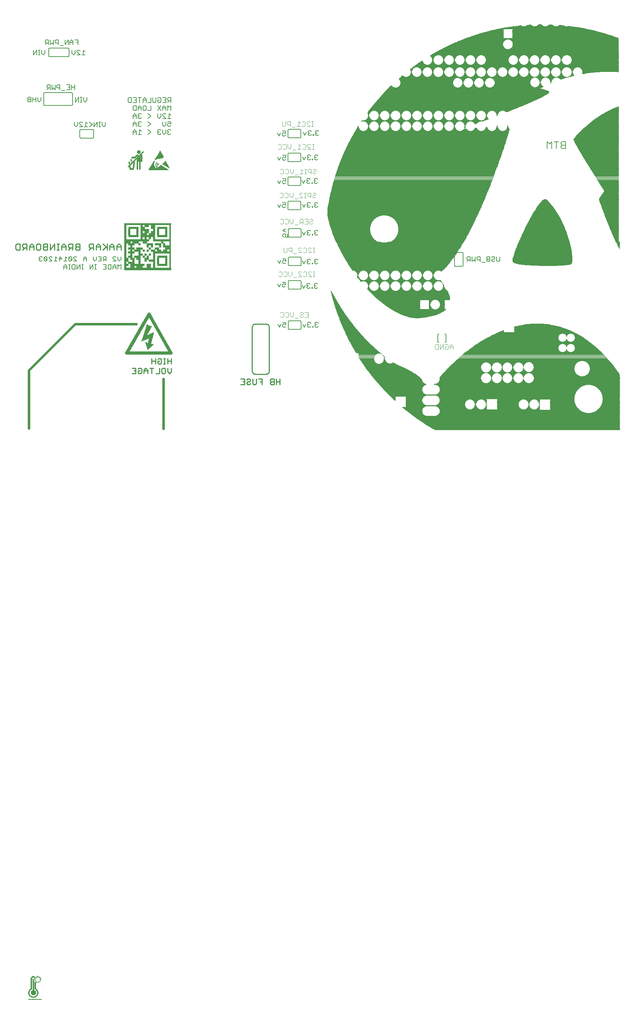
<source format=gbo>
G75*
%MOIN*%
%OFA0B0*%
%FSLAX24Y24*%
%IPPOS*%
%LPD*%
%AMOC8*
5,1,8,0,0,1.08239X$1,22.5*
%
%ADD10C,0.0050*%
%ADD11C,0.0110*%
%ADD12C,0.0240*%
%ADD13R,1.7301X0.0033*%
%ADD14R,1.7368X0.0033*%
%ADD15R,1.7435X0.0033*%
%ADD16R,1.7502X0.0033*%
%ADD17R,1.7568X0.0033*%
%ADD18R,1.7635X0.0033*%
%ADD19R,1.7669X0.0033*%
%ADD20R,1.7735X0.0033*%
%ADD21R,1.7769X0.0033*%
%ADD22R,1.7836X0.0033*%
%ADD23R,1.7902X0.0033*%
%ADD24R,1.7936X0.0033*%
%ADD25R,1.8003X0.0033*%
%ADD26R,1.8069X0.0033*%
%ADD27R,1.8136X0.0033*%
%ADD28R,1.8170X0.0033*%
%ADD29R,1.8236X0.0033*%
%ADD30R,1.8270X0.0033*%
%ADD31R,1.8303X0.0033*%
%ADD32R,1.8370X0.0033*%
%ADD33R,1.8403X0.0033*%
%ADD34R,1.8470X0.0033*%
%ADD35R,1.8504X0.0033*%
%ADD36R,1.8570X0.0033*%
%ADD37R,1.8604X0.0033*%
%ADD38R,1.8671X0.0033*%
%ADD39R,1.8704X0.0033*%
%ADD40R,1.8771X0.0033*%
%ADD41R,1.8804X0.0033*%
%ADD42R,1.8838X0.0033*%
%ADD43R,1.8938X0.0033*%
%ADD44R,1.8971X0.0033*%
%ADD45R,1.9005X0.0033*%
%ADD46R,1.9071X0.0033*%
%ADD47R,1.9105X0.0033*%
%ADD48R,1.9138X0.0033*%
%ADD49R,1.9205X0.0033*%
%ADD50R,1.9238X0.0033*%
%ADD51R,1.9272X0.0033*%
%ADD52R,1.9339X0.0033*%
%ADD53R,0.1202X0.0033*%
%ADD54R,1.7201X0.0033*%
%ADD55R,0.1136X0.0033*%
%ADD56R,1.7101X0.0033*%
%ADD57R,0.1169X0.0033*%
%ADD58R,1.7067X0.0033*%
%ADD59R,0.1136X0.0033*%
%ADD60R,1.7001X0.0033*%
%ADD61R,0.1136X0.0033*%
%ADD62R,1.6967X0.0033*%
%ADD63R,0.1169X0.0033*%
%ADD64R,1.6967X0.0033*%
%ADD65R,1.6934X0.0033*%
%ADD66R,0.1202X0.0033*%
%ADD67R,1.6900X0.0033*%
%ADD68R,0.1236X0.0033*%
%ADD69R,1.3761X0.0033*%
%ADD70R,0.2705X0.0033*%
%ADD71R,0.1303X0.0033*%
%ADD72R,1.3627X0.0033*%
%ADD73R,0.2572X0.0033*%
%ADD74R,0.1303X0.0033*%
%ADD75R,1.3494X0.0033*%
%ADD76R,0.2472X0.0033*%
%ADD77R,0.1336X0.0033*%
%ADD78R,1.3393X0.0033*%
%ADD79R,0.2371X0.0033*%
%ADD80R,0.1369X0.0033*%
%ADD81R,1.3327X0.0033*%
%ADD82R,0.2305X0.0033*%
%ADD83R,0.1436X0.0033*%
%ADD84R,1.3260X0.0033*%
%ADD85R,0.2238X0.0033*%
%ADD86R,0.1503X0.0033*%
%ADD87R,1.3226X0.0033*%
%ADD88R,0.2204X0.0033*%
%ADD89R,0.1536X0.0033*%
%ADD90R,1.3160X0.0033*%
%ADD91R,0.2138X0.0033*%
%ADD92R,0.1570X0.0033*%
%ADD93R,1.3126X0.0033*%
%ADD94R,0.2104X0.0033*%
%ADD95R,0.1637X0.0033*%
%ADD96R,0.9419X0.0033*%
%ADD97R,0.2739X0.0033*%
%ADD98R,0.2071X0.0033*%
%ADD99R,0.1670X0.0033*%
%ADD100R,0.2739X0.0033*%
%ADD101R,0.0768X0.0033*%
%ADD102R,0.0401X0.0033*%
%ADD103R,0.2338X0.0033*%
%ADD104R,0.0735X0.0033*%
%ADD105R,0.2037X0.0033*%
%ADD106R,0.1737X0.0033*%
%ADD107R,0.2672X0.0033*%
%ADD108R,0.0635X0.0033*%
%ADD109R,0.0334X0.0033*%
%ADD110R,0.2271X0.0033*%
%ADD111R,0.0601X0.0033*%
%ADD112R,0.0334X0.0033*%
%ADD113R,0.2672X0.0033*%
%ADD114R,0.2004X0.0033*%
%ADD115R,0.1804X0.0033*%
%ADD116R,0.2639X0.0033*%
%ADD117R,0.0501X0.0033*%
%ADD118R,0.0267X0.0033*%
%ADD119R,0.0468X0.0033*%
%ADD120R,0.1971X0.0033*%
%ADD121R,0.1870X0.0033*%
%ADD122R,0.2639X0.0033*%
%ADD123R,0.0434X0.0033*%
%ADD124R,0.0234X0.0033*%
%ADD125R,0.2171X0.0033*%
%ADD126R,0.0401X0.0033*%
%ADD127R,0.2605X0.0033*%
%ADD128R,0.1937X0.0033*%
%ADD129R,0.1904X0.0033*%
%ADD130R,0.2605X0.0033*%
%ADD131R,0.0367X0.0033*%
%ADD132R,0.0200X0.0033*%
%ADD133R,0.2138X0.0033*%
%ADD134R,0.0334X0.0033*%
%ADD135R,0.2572X0.0033*%
%ADD136R,0.0301X0.0033*%
%ADD137R,0.0167X0.0033*%
%ADD138R,0.0167X0.0033*%
%ADD139R,0.2538X0.0033*%
%ADD140R,0.1870X0.0033*%
%ADD141R,0.2104X0.0033*%
%ADD142R,0.0134X0.0033*%
%ADD143R,0.0200X0.0033*%
%ADD144R,0.2505X0.0033*%
%ADD145R,0.1837X0.0033*%
%ADD146R,0.1770X0.0033*%
%ADD147R,0.2672X0.0033*%
%ADD148R,0.0234X0.0033*%
%ADD149R,0.0134X0.0033*%
%ADD150R,0.2071X0.0033*%
%ADD151R,0.0200X0.0033*%
%ADD152R,0.2505X0.0033*%
%ADD153R,0.1837X0.0033*%
%ADD154R,0.0167X0.0033*%
%ADD155R,0.0100X0.0033*%
%ADD156R,0.2037X0.0033*%
%ADD157R,0.2472X0.0033*%
%ADD158R,0.1804X0.0033*%
%ADD159R,0.5578X0.0033*%
%ADD160R,0.0100X0.0033*%
%ADD161R,0.2438X0.0033*%
%ADD162R,0.5578X0.0033*%
%ADD163R,0.2438X0.0033*%
%ADD164R,0.1770X0.0033*%
%ADD165R,0.5544X0.0033*%
%ADD166R,0.0067X0.0033*%
%ADD167R,0.2004X0.0033*%
%ADD168R,0.2405X0.0033*%
%ADD169R,0.1737X0.0033*%
%ADD170R,0.2705X0.0033*%
%ADD171R,0.0067X0.0033*%
%ADD172R,0.2004X0.0033*%
%ADD173R,0.2405X0.0033*%
%ADD174R,0.2371X0.0033*%
%ADD175R,0.1703X0.0033*%
%ADD176R,0.1703X0.0033*%
%ADD177R,0.2338X0.0033*%
%ADD178R,0.1670X0.0033*%
%ADD179R,0.1637X0.0033*%
%ADD180R,0.1603X0.0033*%
%ADD181R,0.2305X0.0033*%
%ADD182R,0.1570X0.0033*%
%ADD183R,0.1570X0.0033*%
%ADD184R,0.0301X0.0033*%
%ADD185R,0.0267X0.0033*%
%ADD186R,0.0167X0.0033*%
%ADD187R,0.1536X0.0033*%
%ADD188R,0.2271X0.0033*%
%ADD189R,0.1603X0.0033*%
%ADD190R,0.0033X0.0033*%
%ADD191R,0.2538X0.0033*%
%ADD192R,0.2271X0.0033*%
%ADD193R,0.4409X0.0033*%
%ADD194R,0.7248X0.0033*%
%ADD195R,1.2659X0.0033*%
%ADD196R,1.2659X0.0033*%
%ADD197R,1.2692X0.0033*%
%ADD198R,0.0367X0.0033*%
%ADD199R,1.2725X0.0033*%
%ADD200R,1.2725X0.0033*%
%ADD201R,1.2759X0.0033*%
%ADD202R,0.3173X0.0033*%
%ADD203R,1.2859X0.0033*%
%ADD204R,0.3240X0.0033*%
%ADD205R,1.2892X0.0033*%
%ADD206R,0.3373X0.0033*%
%ADD207R,1.2993X0.0033*%
%ADD208R,1.7401X0.0033*%
%ADD209R,1.7468X0.0033*%
%ADD210R,0.3507X0.0033*%
%ADD211R,1.3026X0.0033*%
%ADD212R,0.3440X0.0033*%
%ADD213R,1.2959X0.0033*%
%ADD214R,0.3440X0.0033*%
%ADD215R,1.2926X0.0033*%
%ADD216R,0.3407X0.0033*%
%ADD217R,1.2859X0.0033*%
%ADD218R,0.3407X0.0033*%
%ADD219R,1.2859X0.0033*%
%ADD220R,1.2859X0.0033*%
%ADD221R,1.2826X0.0033*%
%ADD222R,0.3474X0.0033*%
%ADD223R,0.3507X0.0033*%
%ADD224R,0.3540X0.0033*%
%ADD225R,0.3574X0.0033*%
%ADD226R,0.3607X0.0033*%
%ADD227R,1.2959X0.0033*%
%ADD228R,0.1937X0.0033*%
%ADD229R,0.3641X0.0033*%
%ADD230R,1.2993X0.0033*%
%ADD231R,0.1971X0.0033*%
%ADD232R,0.3674X0.0033*%
%ADD233R,0.2004X0.0033*%
%ADD234R,0.3707X0.0033*%
%ADD235R,1.3059X0.0033*%
%ADD236R,0.3741X0.0033*%
%ADD237R,0.3774X0.0033*%
%ADD238R,0.3808X0.0033*%
%ADD239R,1.3193X0.0033*%
%ADD240R,0.2138X0.0033*%
%ADD241R,0.3874X0.0033*%
%ADD242R,1.3293X0.0033*%
%ADD243R,0.2204X0.0033*%
%ADD244R,0.3941X0.0033*%
%ADD245R,1.3360X0.0033*%
%ADD246R,0.2238X0.0033*%
%ADD247R,0.3975X0.0033*%
%ADD248R,1.3427X0.0033*%
%ADD249R,0.4041X0.0033*%
%ADD250R,1.3527X0.0033*%
%ADD251R,0.4142X0.0033*%
%ADD252R,1.3694X0.0033*%
%ADD253R,0.4208X0.0033*%
%ADD254R,1.3828X0.0033*%
%ADD255R,0.4342X0.0033*%
%ADD256R,1.4061X0.0033*%
%ADD257R,0.4409X0.0033*%
%ADD258R,1.7401X0.0033*%
%ADD259R,1.7368X0.0033*%
%ADD260R,1.7201X0.0033*%
%ADD261R,0.4342X0.0033*%
%ADD262R,1.7101X0.0033*%
%ADD263R,0.4342X0.0033*%
%ADD264R,0.0735X0.0033*%
%ADD265R,0.0735X0.0033*%
%ADD266R,0.0768X0.0033*%
%ADD267R,0.0701X0.0033*%
%ADD268R,0.8383X0.0033*%
%ADD269R,0.4309X0.0033*%
%ADD270R,0.4275X0.0033*%
%ADD271R,0.0601X0.0033*%
%ADD272R,0.0601X0.0033*%
%ADD273R,0.0635X0.0033*%
%ADD274R,0.0568X0.0033*%
%ADD275R,0.8317X0.0033*%
%ADD276R,0.4309X0.0033*%
%ADD277R,0.4175X0.0033*%
%ADD278R,0.0468X0.0033*%
%ADD279R,0.0468X0.0033*%
%ADD280R,0.0501X0.0033*%
%ADD281R,0.8250X0.0033*%
%ADD282R,0.4142X0.0033*%
%ADD283R,0.0434X0.0033*%
%ADD284R,0.8216X0.0033*%
%ADD285R,0.4075X0.0033*%
%ADD286R,0.8183X0.0033*%
%ADD287R,0.4008X0.0033*%
%ADD288R,0.0301X0.0033*%
%ADD289R,0.8150X0.0033*%
%ADD290R,0.3975X0.0033*%
%ADD291R,0.8116X0.0033*%
%ADD292R,0.4375X0.0033*%
%ADD293R,0.0200X0.0033*%
%ADD294R,0.8116X0.0033*%
%ADD295R,0.4375X0.0033*%
%ADD296R,0.3908X0.0033*%
%ADD297R,0.8083X0.0033*%
%ADD298R,0.3908X0.0033*%
%ADD299R,0.8083X0.0033*%
%ADD300R,0.4442X0.0033*%
%ADD301R,0.8049X0.0033*%
%ADD302R,0.3874X0.0033*%
%ADD303R,0.0033X0.0033*%
%ADD304R,0.8049X0.0033*%
%ADD305R,0.4375X0.0033*%
%ADD306R,0.3841X0.0033*%
%ADD307R,0.3808X0.0033*%
%ADD308R,0.4442X0.0033*%
%ADD309R,0.4342X0.0033*%
%ADD310R,0.3273X0.0033*%
%ADD311R,0.3774X0.0033*%
%ADD312R,0.4275X0.0033*%
%ADD313R,0.3206X0.0033*%
%ADD314R,0.4242X0.0033*%
%ADD315R,0.3140X0.0033*%
%ADD316R,0.4208X0.0033*%
%ADD317R,0.3073X0.0033*%
%ADD318R,0.3006X0.0033*%
%ADD319R,0.4242X0.0033*%
%ADD320R,0.2973X0.0033*%
%ADD321R,0.2906X0.0033*%
%ADD322R,0.2839X0.0033*%
%ADD323R,1.2391X0.0033*%
%ADD324R,0.2839X0.0033*%
%ADD325R,0.4108X0.0033*%
%ADD326R,1.2325X0.0033*%
%ADD327R,0.2772X0.0033*%
%ADD328R,0.4075X0.0033*%
%ADD329R,0.3774X0.0033*%
%ADD330R,0.0735X0.0033*%
%ADD331R,0.5177X0.0033*%
%ADD332R,0.4075X0.0033*%
%ADD333R,0.4208X0.0033*%
%ADD334R,0.4041X0.0033*%
%ADD335R,0.3574X0.0033*%
%ADD336R,0.3941X0.0033*%
%ADD337R,0.4008X0.0033*%
%ADD338R,0.3340X0.0033*%
%ADD339R,0.3307X0.0033*%
%ADD340R,0.3841X0.0033*%
%ADD341R,0.3240X0.0033*%
%ADD342R,0.3206X0.0033*%
%ADD343R,0.3741X0.0033*%
%ADD344R,0.3173X0.0033*%
%ADD345R,0.2405X0.0033*%
%ADD346R,0.3707X0.0033*%
%ADD347R,0.3106X0.0033*%
%ADD348R,0.3073X0.0033*%
%ADD349R,0.3808X0.0033*%
%ADD350R,0.3641X0.0033*%
%ADD351R,0.3039X0.0033*%
%ADD352R,0.3808X0.0033*%
%ADD353R,0.3540X0.0033*%
%ADD354R,0.3006X0.0033*%
%ADD355R,0.2973X0.0033*%
%ADD356R,0.2939X0.0033*%
%ADD357R,0.2939X0.0033*%
%ADD358R,0.2906X0.0033*%
%ADD359R,0.2872X0.0033*%
%ADD360R,0.2271X0.0033*%
%ADD361R,0.2872X0.0033*%
%ADD362R,0.3140X0.0033*%
%ADD363R,0.0301X0.0033*%
%ADD364R,0.3073X0.0033*%
%ADD365R,0.0334X0.0033*%
%ADD366R,0.1369X0.0033*%
%ADD367R,0.1403X0.0033*%
%ADD368R,0.2806X0.0033*%
%ADD369R,0.0434X0.0033*%
%ADD370R,0.1336X0.0033*%
%ADD371R,0.0701X0.0033*%
%ADD372R,0.2806X0.0033*%
%ADD373R,0.0468X0.0033*%
%ADD374R,0.4175X0.0033*%
%ADD375R,0.1303X0.0033*%
%ADD376R,0.2839X0.0033*%
%ADD377R,0.1269X0.0033*%
%ADD378R,0.6847X0.0033*%
%ADD379R,0.1269X0.0033*%
%ADD380R,1.1590X0.0033*%
%ADD381R,1.1623X0.0033*%
%ADD382R,0.1269X0.0033*%
%ADD383R,1.1723X0.0033*%
%ADD384R,0.1269X0.0033*%
%ADD385R,1.4395X0.0033*%
%ADD386R,1.4329X0.0033*%
%ADD387R,1.4262X0.0033*%
%ADD388R,1.4195X0.0033*%
%ADD389R,1.4128X0.0033*%
%ADD390R,1.4028X0.0033*%
%ADD391R,1.3961X0.0033*%
%ADD392R,0.1403X0.0033*%
%ADD393R,1.3928X0.0033*%
%ADD394R,0.1403X0.0033*%
%ADD395R,1.3861X0.0033*%
%ADD396R,0.1470X0.0033*%
%ADD397R,1.3794X0.0033*%
%ADD398R,0.1470X0.0033*%
%ADD399R,1.3727X0.0033*%
%ADD400R,1.3661X0.0033*%
%ADD401R,1.3594X0.0033*%
%ADD402R,0.1503X0.0033*%
%ADD403R,1.3494X0.0033*%
%ADD404R,1.3427X0.0033*%
%ADD405R,0.0033X0.0033*%
%ADD406R,1.3360X0.0033*%
%ADD407R,1.3293X0.0033*%
%ADD408R,1.3193X0.0033*%
%ADD409R,1.3126X0.0033*%
%ADD410R,1.3059X0.0033*%
%ADD411R,1.2993X0.0033*%
%ADD412R,1.2759X0.0033*%
%ADD413R,0.8985X0.0033*%
%ADD414R,0.8851X0.0033*%
%ADD415R,0.8717X0.0033*%
%ADD416R,0.2171X0.0033*%
%ADD417R,0.8617X0.0033*%
%ADD418R,0.8550X0.0033*%
%ADD419R,0.8517X0.0033*%
%ADD420R,0.8417X0.0033*%
%ADD421R,0.8383X0.0033*%
%ADD422R,0.2238X0.0033*%
%ADD423R,0.8317X0.0033*%
%ADD424R,0.8250X0.0033*%
%ADD425R,0.8216X0.0033*%
%ADD426R,0.8183X0.0033*%
%ADD427R,0.8150X0.0033*%
%ADD428R,0.1971X0.0033*%
%ADD429R,0.8016X0.0033*%
%ADD430R,0.7983X0.0033*%
%ADD431R,0.1904X0.0033*%
%ADD432R,0.7983X0.0033*%
%ADD433R,0.7949X0.0033*%
%ADD434R,0.7916X0.0033*%
%ADD435R,0.7916X0.0033*%
%ADD436R,0.7949X0.0033*%
%ADD437R,1.0755X0.0033*%
%ADD438R,1.0655X0.0033*%
%ADD439R,1.0521X0.0033*%
%ADD440R,1.0454X0.0033*%
%ADD441R,1.0321X0.0033*%
%ADD442R,1.0254X0.0033*%
%ADD443R,0.7582X0.0033*%
%ADD444R,0.7448X0.0033*%
%ADD445R,0.1703X0.0033*%
%ADD446R,0.7315X0.0033*%
%ADD447R,0.7248X0.0033*%
%ADD448R,0.7148X0.0033*%
%ADD449R,0.7081X0.0033*%
%ADD450R,0.1169X0.0033*%
%ADD451R,0.6981X0.0033*%
%ADD452R,0.1069X0.0033*%
%ADD453R,0.6914X0.0033*%
%ADD454R,0.1035X0.0033*%
%ADD455R,0.6847X0.0033*%
%ADD456R,0.0935X0.0033*%
%ADD457R,0.6780X0.0033*%
%ADD458R,0.0902X0.0033*%
%ADD459R,0.6713X0.0033*%
%ADD460R,0.0868X0.0033*%
%ADD461R,0.6680X0.0033*%
%ADD462R,0.0835X0.0033*%
%ADD463R,0.6613X0.0033*%
%ADD464R,0.6513X0.0033*%
%ADD465R,0.6480X0.0033*%
%ADD466R,0.6413X0.0033*%
%ADD467R,0.6379X0.0033*%
%ADD468R,0.0568X0.0033*%
%ADD469R,0.6346X0.0033*%
%ADD470R,0.0568X0.0033*%
%ADD471R,0.1436X0.0033*%
%ADD472R,0.6313X0.0033*%
%ADD473R,0.1436X0.0033*%
%ADD474R,0.6279X0.0033*%
%ADD475R,0.6212X0.0033*%
%ADD476R,0.0434X0.0033*%
%ADD477R,0.6179X0.0033*%
%ADD478R,0.1403X0.0033*%
%ADD479R,0.7515X0.0033*%
%ADD480R,0.7381X0.0033*%
%ADD481R,0.7114X0.0033*%
%ADD482R,0.1303X0.0033*%
%ADD483R,0.5544X0.0033*%
%ADD484R,0.5478X0.0033*%
%ADD485R,0.5411X0.0033*%
%ADD486R,0.5344X0.0033*%
%ADD487R,0.5277X0.0033*%
%ADD488R,0.5210X0.0033*%
%ADD489R,0.5110X0.0033*%
%ADD490R,0.5043X0.0033*%
%ADD491R,0.4943X0.0033*%
%ADD492R,0.4876X0.0033*%
%ADD493R,0.4743X0.0033*%
%ADD494R,0.4643X0.0033*%
%ADD495R,0.4542X0.0033*%
%ADD496R,0.4476X0.0033*%
%ADD497R,0.1136X0.0033*%
%ADD498R,0.1102X0.0033*%
%ADD499R,0.1102X0.0033*%
%ADD500R,0.3674X0.0033*%
%ADD501R,0.1069X0.0033*%
%ADD502R,0.3407X0.0033*%
%ADD503R,0.1236X0.0033*%
%ADD504R,0.1035X0.0033*%
%ADD505R,0.1002X0.0033*%
%ADD506R,0.0969X0.0033*%
%ADD507R,0.0969X0.0033*%
%ADD508R,0.0935X0.0033*%
%ADD509R,0.0902X0.0033*%
%ADD510R,0.0868X0.0033*%
%ADD511R,0.0868X0.0033*%
%ADD512R,0.0802X0.0033*%
%ADD513R,0.0802X0.0033*%
%ADD514R,0.3373X0.0033*%
%ADD515R,0.3674X0.0033*%
%ADD516R,0.0668X0.0033*%
%ADD517R,0.4576X0.0033*%
%ADD518R,0.4709X0.0033*%
%ADD519R,0.4810X0.0033*%
%ADD520R,0.5010X0.0033*%
%ADD521R,0.5110X0.0033*%
%ADD522R,0.0534X0.0033*%
%ADD523R,0.0668X0.0033*%
%ADD524R,0.0534X0.0033*%
%ADD525R,0.2939X0.0033*%
%ADD526R,0.3206X0.0033*%
%ADD527R,0.3273X0.0033*%
%ADD528R,0.3507X0.0033*%
%ADD529R,0.3540X0.0033*%
%ADD530R,0.3607X0.0033*%
%ADD531R,0.3641X0.0033*%
%ADD532R,0.3674X0.0033*%
%ADD533R,0.5210X0.0033*%
%ADD534R,0.6747X0.0033*%
%ADD535R,0.6780X0.0033*%
%ADD536R,0.6814X0.0033*%
%ADD537R,0.6880X0.0033*%
%ADD538R,0.6947X0.0033*%
%ADD539R,0.6981X0.0033*%
%ADD540R,0.7014X0.0033*%
%ADD541R,0.7047X0.0033*%
%ADD542R,0.7114X0.0033*%
%ADD543R,0.7148X0.0033*%
%ADD544R,0.7181X0.0033*%
%ADD545R,0.7181X0.0033*%
%ADD546R,0.7214X0.0033*%
%ADD547R,0.7281X0.0033*%
%ADD548R,0.7281X0.0033*%
%ADD549R,0.7315X0.0033*%
%ADD550R,0.7348X0.0033*%
%ADD551R,0.7348X0.0033*%
%ADD552R,0.0568X0.0033*%
%ADD553R,0.0033X0.0033*%
%ADD554R,0.7615X0.0033*%
%ADD555R,0.7615X0.0033*%
%ADD556R,0.7582X0.0033*%
%ADD557R,0.8484X0.0033*%
%ADD558R,0.8550X0.0033*%
%ADD559R,0.8617X0.0033*%
%ADD560R,0.8651X0.0033*%
%ADD561R,0.8784X0.0033*%
%ADD562R,0.8818X0.0033*%
%ADD563R,0.8884X0.0033*%
%ADD564R,0.8951X0.0033*%
%ADD565R,0.8985X0.0033*%
%ADD566R,0.9051X0.0033*%
%ADD567R,0.9118X0.0033*%
%ADD568R,0.9118X0.0033*%
%ADD569R,0.9185X0.0033*%
%ADD570R,0.9252X0.0033*%
%ADD571R,0.9319X0.0033*%
%ADD572R,0.9352X0.0033*%
%ADD573R,0.4509X0.0033*%
%ADD574R,0.4843X0.0033*%
%ADD575R,0.9452X0.0033*%
%ADD576R,0.5010X0.0033*%
%ADD577R,0.9486X0.0033*%
%ADD578R,0.5177X0.0033*%
%ADD579R,0.9519X0.0033*%
%ADD580R,0.9586X0.0033*%
%ADD581R,0.5444X0.0033*%
%ADD582R,0.9619X0.0033*%
%ADD583R,0.9686X0.0033*%
%ADD584R,0.9753X0.0033*%
%ADD585R,0.9753X0.0033*%
%ADD586R,0.5611X0.0033*%
%ADD587R,0.9820X0.0033*%
%ADD588R,0.5611X0.0033*%
%ADD589R,0.9886X0.0033*%
%ADD590R,0.9886X0.0033*%
%ADD591R,0.9953X0.0033*%
%ADD592R,1.0020X0.0033*%
%ADD593R,1.0020X0.0033*%
%ADD594R,1.0087X0.0033*%
%ADD595R,1.0120X0.0033*%
%ADD596R,1.0187X0.0033*%
%ADD597R,1.0187X0.0033*%
%ADD598R,1.0321X0.0033*%
%ADD599R,0.5511X0.0033*%
%ADD600R,1.0387X0.0033*%
%ADD601R,0.5511X0.0033*%
%ADD602R,1.0421X0.0033*%
%ADD603R,1.0488X0.0033*%
%ADD604R,0.5478X0.0033*%
%ADD605R,1.0554X0.0033*%
%ADD606R,0.5444X0.0033*%
%ADD607R,1.0588X0.0033*%
%ADD608R,0.5411X0.0033*%
%ADD609R,1.0655X0.0033*%
%ADD610R,1.0721X0.0033*%
%ADD611R,1.0788X0.0033*%
%ADD612R,0.5377X0.0033*%
%ADD613R,1.0788X0.0033*%
%ADD614R,0.5377X0.0033*%
%ADD615R,1.0855X0.0033*%
%ADD616R,1.0922X0.0033*%
%ADD617R,1.0922X0.0033*%
%ADD618R,0.5344X0.0033*%
%ADD619R,1.0955X0.0033*%
%ADD620R,0.5311X0.0033*%
%ADD621R,1.0989X0.0033*%
%ADD622R,0.5311X0.0033*%
%ADD623R,1.1022X0.0033*%
%ADD624R,0.5277X0.0033*%
%ADD625R,1.1089X0.0033*%
%ADD626R,1.1089X0.0033*%
%ADD627R,0.5244X0.0033*%
%ADD628R,1.1156X0.0033*%
%ADD629R,0.5244X0.0033*%
%ADD630R,1.1156X0.0033*%
%ADD631R,1.1222X0.0033*%
%ADD632R,0.5177X0.0033*%
%ADD633R,1.1256X0.0033*%
%ADD634R,1.1323X0.0033*%
%ADD635R,1.1323X0.0033*%
%ADD636R,0.5144X0.0033*%
%ADD637R,1.1389X0.0033*%
%ADD638R,0.5144X0.0033*%
%ADD639R,1.1389X0.0033*%
%ADD640R,0.5077X0.0033*%
%ADD641R,1.1456X0.0033*%
%ADD642R,1.1523X0.0033*%
%ADD643R,0.5043X0.0033*%
%ADD644R,1.1523X0.0033*%
%ADD645R,1.1590X0.0033*%
%ADD646R,1.1590X0.0033*%
%ADD647R,0.4977X0.0033*%
%ADD648R,0.4977X0.0033*%
%ADD649R,0.4943X0.0033*%
%ADD650R,1.1690X0.0033*%
%ADD651R,1.1723X0.0033*%
%ADD652R,0.4910X0.0033*%
%ADD653R,1.1757X0.0033*%
%ADD654R,0.4876X0.0033*%
%ADD655R,1.1790X0.0033*%
%ADD656R,0.4843X0.0033*%
%ADD657R,1.1824X0.0033*%
%ADD658R,1.1857X0.0033*%
%ADD659R,0.4810X0.0033*%
%ADD660R,0.4776X0.0033*%
%ADD661R,0.7014X0.0033*%
%ADD662R,0.4743X0.0033*%
%ADD663R,0.6914X0.0033*%
%ADD664R,0.6880X0.0033*%
%ADD665R,0.6814X0.0033*%
%ADD666R,0.4709X0.0033*%
%ADD667R,0.6747X0.0033*%
%ADD668R,0.4643X0.0033*%
%ADD669R,0.3774X0.0033*%
%ADD670R,0.4609X0.0033*%
%ADD671R,0.4576X0.0033*%
%ADD672R,0.6680X0.0033*%
%ADD673R,0.6647X0.0033*%
%ADD674R,0.3641X0.0033*%
%ADD675R,0.6647X0.0033*%
%ADD676R,0.4509X0.0033*%
%ADD677R,0.4476X0.0033*%
%ADD678R,0.6613X0.0033*%
%ADD679R,0.0601X0.0033*%
%ADD680R,0.6713X0.0033*%
%ADD681R,0.6713X0.0033*%
%ADD682R,0.0835X0.0033*%
%ADD683R,0.6847X0.0033*%
%ADD684R,0.6947X0.0033*%
%ADD685R,0.3540X0.0033*%
%ADD686R,0.7047X0.0033*%
%ADD687R,0.3373X0.0033*%
%ADD688R,0.7148X0.0033*%
%ADD689R,0.3340X0.0033*%
%ADD690R,0.3941X0.0033*%
%ADD691R,0.3307X0.0033*%
%ADD692R,0.1002X0.0033*%
%ADD693R,0.7214X0.0033*%
%ADD694R,0.7281X0.0033*%
%ADD695R,0.7381X0.0033*%
%ADD696R,0.7482X0.0033*%
%ADD697R,0.7515X0.0033*%
%ADD698R,0.7548X0.0033*%
%ADD699R,0.2939X0.0033*%
%ADD700R,0.7649X0.0033*%
%ADD701R,0.7682X0.0033*%
%ADD702R,0.7782X0.0033*%
%ADD703R,0.4476X0.0033*%
%ADD704R,0.7816X0.0033*%
%ADD705R,0.4542X0.0033*%
%ADD706R,0.7882X0.0033*%
%ADD707R,0.2772X0.0033*%
%ADD708R,0.4676X0.0033*%
%ADD709R,0.8116X0.0033*%
%ADD710R,0.8250X0.0033*%
%ADD711R,0.8350X0.0033*%
%ADD712R,1.4095X0.0033*%
%ADD713R,1.4095X0.0033*%
%ADD714R,1.4128X0.0033*%
%ADD715R,1.4162X0.0033*%
%ADD716R,1.4162X0.0033*%
%ADD717R,1.4195X0.0033*%
%ADD718R,0.1436X0.0033*%
%ADD719R,1.4228X0.0033*%
%ADD720R,1.4228X0.0033*%
%ADD721R,1.4262X0.0033*%
%ADD722R,1.4262X0.0033*%
%ADD723R,1.4295X0.0033*%
%ADD724R,1.4295X0.0033*%
%ADD725R,0.1870X0.0033*%
%ADD726R,1.4329X0.0033*%
%ADD727R,1.4362X0.0033*%
%ADD728R,1.4395X0.0033*%
%ADD729R,1.4395X0.0033*%
%ADD730R,1.4429X0.0033*%
%ADD731R,1.4429X0.0033*%
%ADD732R,1.4462X0.0033*%
%ADD733R,1.4462X0.0033*%
%ADD734R,0.1703X0.0033*%
%ADD735R,0.1002X0.0033*%
%ADD736R,1.4496X0.0033*%
%ADD737R,1.4496X0.0033*%
%ADD738R,1.4496X0.0033*%
%ADD739R,1.4529X0.0033*%
%ADD740R,1.4529X0.0033*%
%ADD741R,1.4562X0.0033*%
%ADD742R,1.4529X0.0033*%
%ADD743R,1.4562X0.0033*%
%ADD744R,1.4596X0.0033*%
%ADD745R,1.4596X0.0033*%
%ADD746R,1.4629X0.0033*%
%ADD747R,1.4629X0.0033*%
%ADD748R,1.4663X0.0033*%
%ADD749R,1.4663X0.0033*%
%ADD750R,1.4663X0.0033*%
%ADD751R,1.4663X0.0033*%
%ADD752R,1.4696X0.0033*%
%ADD753R,1.4696X0.0033*%
%ADD754R,1.4729X0.0033*%
%ADD755R,1.4729X0.0033*%
%ADD756R,1.4763X0.0033*%
%ADD757R,1.4763X0.0033*%
%ADD758R,1.4796X0.0033*%
%ADD759R,1.4796X0.0033*%
%ADD760R,1.4796X0.0033*%
%ADD761R,1.4796X0.0033*%
%ADD762R,1.4830X0.0033*%
%ADD763R,1.4830X0.0033*%
%ADD764R,1.4863X0.0033*%
%ADD765R,1.4863X0.0033*%
%ADD766R,1.4896X0.0033*%
%ADD767R,1.4896X0.0033*%
%ADD768R,1.4930X0.0033*%
%ADD769R,0.2405X0.0033*%
%ADD770R,0.2538X0.0033*%
%ADD771R,1.4930X0.0033*%
%ADD772R,1.4930X0.0033*%
%ADD773R,1.4930X0.0033*%
%ADD774R,0.2806X0.0033*%
%ADD775R,0.3039X0.0033*%
%ADD776R,1.4896X0.0033*%
%ADD777R,0.3240X0.0033*%
%ADD778R,1.4896X0.0033*%
%ADD779R,0.3373X0.0033*%
%ADD780R,0.3474X0.0033*%
%ADD781R,0.4108X0.0033*%
%ADD782R,1.4629X0.0033*%
%ADD783R,1.4629X0.0033*%
%ADD784R,0.4208X0.0033*%
%ADD785R,1.4529X0.0033*%
%ADD786R,0.2138X0.0033*%
%ADD787R,1.3527X0.0033*%
%ADD788R,1.3560X0.0033*%
%ADD789R,1.3661X0.0033*%
%ADD790R,1.3761X0.0033*%
%ADD791R,1.3828X0.0033*%
%ADD792R,1.3894X0.0033*%
%ADD793R,1.3928X0.0033*%
%ADD794R,1.4028X0.0033*%
%ADD795R,1.4362X0.0033*%
%ADD796R,1.4963X0.0033*%
%ADD797R,1.4997X0.0033*%
%ADD798R,1.5063X0.0033*%
%ADD799R,1.5097X0.0033*%
%ADD800R,1.5164X0.0033*%
%ADD801R,1.5197X0.0033*%
%ADD802R,1.5197X0.0033*%
%ADD803R,1.5230X0.0033*%
%ADD804R,1.5264X0.0033*%
%ADD805R,1.5264X0.0033*%
%ADD806R,1.5297X0.0033*%
%ADD807R,1.5364X0.0033*%
%ADD808R,1.5397X0.0033*%
%ADD809R,1.5431X0.0033*%
%ADD810R,1.5431X0.0033*%
%ADD811R,1.5464X0.0033*%
%ADD812R,1.5464X0.0033*%
%ADD813R,1.5498X0.0033*%
%ADD814R,1.5397X0.0033*%
%ADD815R,1.5331X0.0033*%
%ADD816R,1.5164X0.0033*%
%ADD817R,1.5030X0.0033*%
%ADD818R,0.5177X0.0033*%
%ADD819R,0.4910X0.0033*%
%ADD820R,1.2558X0.0033*%
%ADD821R,1.5698X0.0033*%
%ADD822R,1.5832X0.0033*%
%ADD823R,1.9272X0.0033*%
%ADD824R,1.9238X0.0033*%
%ADD825R,1.9172X0.0033*%
%ADD826R,1.9105X0.0033*%
%ADD827R,0.4609X0.0033*%
%ADD828R,0.2371X0.0033*%
%ADD829R,0.2104X0.0033*%
%ADD830R,0.2104X0.0033*%
%ADD831R,0.2238X0.0033*%
%ADD832R,0.2371X0.0033*%
%ADD833R,1.7568X0.0033*%
%ADD834R,1.7535X0.0033*%
%ADD835R,1.7468X0.0033*%
%ADD836R,1.7435X0.0033*%
%ADD837R,1.7301X0.0033*%
%ADD838R,1.7234X0.0033*%
%ADD839R,1.7168X0.0033*%
%ADD840R,1.7134X0.0033*%
%ADD841R,1.7067X0.0033*%
%ADD842R,1.7001X0.0033*%
%ADD843R,1.6934X0.0033*%
%ADD844R,1.6867X0.0033*%
%ADD845R,1.6834X0.0033*%
%ADD846R,1.6767X0.0033*%
%ADD847R,1.6700X0.0033*%
%ADD848R,1.6633X0.0033*%
%ADD849R,0.6079X0.0033*%
%ADD850R,0.5912X0.0033*%
%ADD851R,1.0154X0.0033*%
%ADD852R,0.5812X0.0033*%
%ADD853R,1.0120X0.0033*%
%ADD854R,0.5678X0.0033*%
%ADD855R,1.0053X0.0033*%
%ADD856R,0.5578X0.0033*%
%ADD857R,0.9987X0.0033*%
%ADD858R,0.5311X0.0033*%
%ADD859R,0.9953X0.0033*%
%ADD860R,0.9920X0.0033*%
%ADD861R,0.9920X0.0033*%
%ADD862R,0.4643X0.0033*%
%ADD863R,1.0053X0.0033*%
%ADD864R,1.0154X0.0033*%
%ADD865R,1.0254X0.0033*%
%ADD866R,0.9920X0.0033*%
%ADD867R,0.9820X0.0033*%
%ADD868R,0.9719X0.0033*%
%ADD869R,0.9619X0.0033*%
%ADD870R,0.9452X0.0033*%
%ADD871R,0.9385X0.0033*%
%ADD872R,0.9285X0.0033*%
%ADD873R,0.2672X0.0033*%
%ADD874R,0.9152X0.0033*%
%ADD875R,0.9018X0.0033*%
%ADD876R,0.8918X0.0033*%
%ADD877R,0.8751X0.0033*%
%ADD878R,0.8651X0.0033*%
%ADD879R,0.8484X0.0033*%
%ADD880R,0.8116X0.0033*%
%ADD881R,0.7983X0.0033*%
%ADD882R,0.7849X0.0033*%
%ADD883R,0.7782X0.0033*%
%ADD884R,0.7114X0.0033*%
%ADD885R,0.6146X0.0033*%
%ADD886R,0.5645X0.0033*%
%ADD887R,0.4300X0.0020*%
%ADD888R,0.4360X0.0020*%
%ADD889R,0.4380X0.0020*%
%ADD890R,0.4400X0.0020*%
%ADD891R,0.4440X0.0020*%
%ADD892R,0.4420X0.0020*%
%ADD893R,0.0360X0.0020*%
%ADD894R,0.0380X0.0020*%
%ADD895R,0.0020X0.0020*%
%ADD896R,0.0040X0.0020*%
%ADD897R,0.0080X0.0020*%
%ADD898R,0.0100X0.0020*%
%ADD899R,0.0120X0.0020*%
%ADD900R,0.0140X0.0020*%
%ADD901R,0.0180X0.0020*%
%ADD902R,0.0220X0.0020*%
%ADD903R,0.0240X0.0020*%
%ADD904R,0.0280X0.0020*%
%ADD905R,0.0300X0.0020*%
%ADD906R,0.0320X0.0020*%
%ADD907R,0.0340X0.0020*%
%ADD908R,0.0400X0.0020*%
%ADD909R,0.0420X0.0020*%
%ADD910R,0.0440X0.0020*%
%ADD911R,0.0480X0.0020*%
%ADD912R,0.0520X0.0020*%
%ADD913R,0.0540X0.0020*%
%ADD914R,0.0580X0.0020*%
%ADD915R,0.0600X0.0020*%
%ADD916R,0.0620X0.0020*%
%ADD917R,0.0660X0.0020*%
%ADD918R,0.0680X0.0020*%
%ADD919R,0.0700X0.0020*%
%ADD920R,0.0720X0.0020*%
%ADD921R,0.0640X0.0020*%
%ADD922R,0.0160X0.0020*%
%ADD923R,0.0200X0.0020*%
%ADD924R,0.0460X0.0020*%
%ADD925R,0.0500X0.0020*%
%ADD926R,0.0560X0.0020*%
%ADD927R,0.0940X0.0020*%
%ADD928R,0.0960X0.0020*%
%ADD929R,0.0920X0.0020*%
%ADD930R,0.0060X0.0020*%
%ADD931R,0.0260X0.0020*%
%ADD932C,0.0090*%
%ADD933R,0.4368X0.0024*%
%ADD934R,0.4368X0.0024*%
%ADD935R,0.0144X0.0024*%
%ADD936R,0.0192X0.0024*%
%ADD937R,0.0384X0.0024*%
%ADD938R,0.0576X0.0024*%
%ADD939R,0.0192X0.0024*%
%ADD940R,0.0144X0.0024*%
%ADD941R,0.0192X0.0024*%
%ADD942R,0.0384X0.0024*%
%ADD943R,0.0576X0.0024*%
%ADD944R,0.0192X0.0024*%
%ADD945R,0.0960X0.0024*%
%ADD946R,0.1344X0.0024*%
%ADD947R,0.0960X0.0024*%
%ADD948R,0.1344X0.0024*%
%ADD949R,0.0384X0.0024*%
%ADD950R,0.0384X0.0024*%
%ADD951R,0.1680X0.0024*%
%ADD952R,0.1680X0.0024*%
%ADD953R,0.0528X0.0024*%
%ADD954R,0.0528X0.0024*%
%ADD955R,0.0720X0.0024*%
%ADD956R,0.0720X0.0024*%
%ADD957R,0.2304X0.0024*%
%ADD958R,0.2304X0.0024*%
%ADD959R,0.0768X0.0024*%
%ADD960R,0.0768X0.0024*%
%ADD961C,0.0060*%
%ADD962C,0.0080*%
%ADD963R,0.1890X0.0006*%
%ADD964R,0.1878X0.0006*%
%ADD965R,0.1866X0.0006*%
%ADD966R,0.1854X0.0006*%
%ADD967R,0.1836X0.0006*%
%ADD968R,0.1824X0.0006*%
%ADD969R,0.1812X0.0006*%
%ADD970R,0.1800X0.0006*%
%ADD971R,0.1788X0.0006*%
%ADD972R,0.1770X0.0006*%
%ADD973R,0.1758X0.0006*%
%ADD974R,0.1746X0.0006*%
%ADD975R,0.1734X0.0006*%
%ADD976R,0.1722X0.0006*%
%ADD977R,0.1704X0.0006*%
%ADD978R,0.1692X0.0006*%
%ADD979R,0.1680X0.0006*%
%ADD980R,0.1668X0.0006*%
%ADD981R,0.1656X0.0006*%
%ADD982R,0.1638X0.0006*%
%ADD983R,0.1626X0.0006*%
%ADD984R,0.1614X0.0006*%
%ADD985R,0.1602X0.0006*%
%ADD986R,0.1590X0.0006*%
%ADD987R,0.0576X0.0006*%
%ADD988R,0.0966X0.0006*%
%ADD989R,0.0570X0.0006*%
%ADD990R,0.0942X0.0006*%
%ADD991R,0.0564X0.0006*%
%ADD992R,0.0936X0.0006*%
%ADD993R,0.0012X0.0006*%
%ADD994R,0.0522X0.0006*%
%ADD995R,0.0918X0.0006*%
%ADD996R,0.0510X0.0006*%
%ADD997R,0.0906X0.0006*%
%ADD998R,0.0024X0.0006*%
%ADD999R,0.0498X0.0006*%
%ADD1000R,0.0894X0.0006*%
%ADD1001R,0.0030X0.0006*%
%ADD1002R,0.0492X0.0006*%
%ADD1003R,0.0882X0.0006*%
%ADD1004R,0.0036X0.0006*%
%ADD1005R,0.0486X0.0006*%
%ADD1006R,0.0126X0.0006*%
%ADD1007R,0.0744X0.0006*%
%ADD1008R,0.0042X0.0006*%
%ADD1009R,0.0480X0.0006*%
%ADD1010R,0.0096X0.0006*%
%ADD1011R,0.0696X0.0006*%
%ADD1012R,0.0054X0.0006*%
%ADD1013R,0.0474X0.0006*%
%ADD1014R,0.0090X0.0006*%
%ADD1015R,0.0672X0.0006*%
%ADD1016R,0.0060X0.0006*%
%ADD1017R,0.0468X0.0006*%
%ADD1018R,0.0648X0.0006*%
%ADD1019R,0.0066X0.0006*%
%ADD1020R,0.0624X0.0006*%
%ADD1021R,0.0072X0.0006*%
%ADD1022R,0.0462X0.0006*%
%ADD1023R,0.0612X0.0006*%
%ADD1024R,0.0078X0.0006*%
%ADD1025R,0.0456X0.0006*%
%ADD1026R,0.0012X0.0006*%
%ADD1027R,0.0594X0.0006*%
%ADD1028R,0.0084X0.0006*%
%ADD1029R,0.0450X0.0006*%
%ADD1030R,0.0018X0.0006*%
%ADD1031R,0.0582X0.0006*%
%ADD1032R,0.0444X0.0006*%
%ADD1033R,0.0528X0.0006*%
%ADD1034R,0.0102X0.0006*%
%ADD1035R,0.0108X0.0006*%
%ADD1036R,0.0438X0.0006*%
%ADD1037R,0.0114X0.0006*%
%ADD1038R,0.0120X0.0006*%
%ADD1039R,0.0432X0.0006*%
%ADD1040R,0.0024X0.0006*%
%ADD1041R,0.0132X0.0006*%
%ADD1042R,0.0426X0.0006*%
%ADD1043R,0.0132X0.0006*%
%ADD1044R,0.0420X0.0006*%
%ADD1045R,0.0144X0.0006*%
%ADD1046R,0.0414X0.0006*%
%ADD1047R,0.0150X0.0006*%
%ADD1048R,0.0402X0.0006*%
%ADD1049R,0.0162X0.0006*%
%ADD1050R,0.0402X0.0006*%
%ADD1051R,0.0390X0.0006*%
%ADD1052R,0.0384X0.0006*%
%ADD1053R,0.0168X0.0006*%
%ADD1054R,0.0372X0.0006*%
%ADD1055R,0.0180X0.0006*%
%ADD1056R,0.0384X0.0006*%
%ADD1057R,0.0366X0.0006*%
%ADD1058R,0.0378X0.0006*%
%ADD1059R,0.0072X0.0006*%
%ADD1060R,0.0192X0.0006*%
%ADD1061R,0.0198X0.0006*%
%ADD1062R,0.0360X0.0006*%
%ADD1063R,0.0318X0.0006*%
%ADD1064R,0.0210X0.0006*%
%ADD1065R,0.0048X0.0006*%
%ADD1066R,0.0288X0.0006*%
%ADD1067R,0.0354X0.0006*%
%ADD1068R,0.0270X0.0006*%
%ADD1069R,0.0222X0.0006*%
%ADD1070R,0.0348X0.0006*%
%ADD1071R,0.0246X0.0006*%
%ADD1072R,0.0228X0.0006*%
%ADD1073R,0.0342X0.0006*%
%ADD1074R,0.0234X0.0006*%
%ADD1075R,0.0336X0.0006*%
%ADD1076R,0.0042X0.0006*%
%ADD1077R,0.0222X0.0006*%
%ADD1078R,0.0240X0.0006*%
%ADD1079R,0.0204X0.0006*%
%ADD1080R,0.0324X0.0006*%
%ADD1081R,0.0258X0.0006*%
%ADD1082R,0.0186X0.0006*%
%ADD1083R,0.0174X0.0006*%
%ADD1084R,0.0306X0.0006*%
%ADD1085R,0.0276X0.0006*%
%ADD1086R,0.0156X0.0006*%
%ADD1087R,0.0300X0.0006*%
%ADD1088R,0.0294X0.0006*%
%ADD1089R,0.0144X0.0006*%
%ADD1090R,0.0282X0.0006*%
%ADD1091R,0.0312X0.0006*%
%ADD1092R,0.0102X0.0006*%
%ADD1093R,0.0330X0.0006*%
%ADD1094R,0.0084X0.0006*%
%ADD1095R,0.0264X0.0006*%
%ADD1096R,0.0252X0.0006*%
%ADD1097R,0.0396X0.0006*%
%ADD1098R,0.0408X0.0006*%
%ADD1099R,0.0216X0.0006*%
%ADD1100R,0.0204X0.0006*%
%ADD1101R,0.0432X0.0006*%
%ADD1102R,0.0192X0.0006*%
%ADD1103R,0.0138X0.0006*%
%ADD1104R,0.0252X0.0006*%
%ADD1105R,0.0114X0.0006*%
%ADD1106R,0.0162X0.0006*%
%ADD1107R,0.0516X0.0006*%
%ADD1108R,0.0546X0.0006*%
%ADD1109R,0.0594X0.0006*%
%ADD1110R,0.0636X0.0006*%
%ADD1111R,0.0654X0.0006*%
%ADD1112R,0.0666X0.0006*%
%ADD1113R,0.0672X0.0006*%
%ADD1114R,0.0678X0.0006*%
%ADD1115R,0.0684X0.0006*%
%ADD1116R,0.0684X0.0006*%
%ADD1117R,0.0660X0.0006*%
%ADD1118R,0.0618X0.0006*%
%ADD1119R,0.0612X0.0006*%
%ADD1120R,0.0606X0.0006*%
%ADD1121R,0.0600X0.0006*%
%ADD1122R,0.0588X0.0006*%
%ADD1123R,0.0564X0.0006*%
%ADD1124R,0.0558X0.0006*%
%ADD1125R,0.0534X0.0006*%
%ADD1126R,0.0504X0.0006*%
%ADD1127R,0.0492X0.0006*%
%ADD1128R,0.0312X0.0006*%
%ADD1129R,0.0282X0.0006*%
%ADD1130R,0.0006X0.0006*%
%ADD1131R,0.0384X0.0003*%
%ADD1132R,0.0036X0.0003*%
%ADD1133R,0.0057X0.0003*%
%ADD1134R,0.0072X0.0003*%
%ADD1135R,0.0084X0.0003*%
%ADD1136R,0.0084X0.0003*%
%ADD1137R,0.0096X0.0003*%
%ADD1138R,0.0387X0.0003*%
%ADD1139R,0.0102X0.0003*%
%ADD1140R,0.0390X0.0003*%
%ADD1141R,0.0108X0.0003*%
%ADD1142R,0.0114X0.0003*%
%ADD1143R,0.0114X0.0003*%
%ADD1144R,0.0120X0.0003*%
%ADD1145R,0.0126X0.0003*%
%ADD1146R,0.0132X0.0003*%
%ADD1147R,0.0138X0.0003*%
%ADD1148R,0.0393X0.0003*%
%ADD1149R,0.0396X0.0003*%
%ADD1150R,0.0144X0.0003*%
%ADD1151R,0.0144X0.0003*%
%ADD1152R,0.0147X0.0003*%
%ADD1153R,0.0150X0.0003*%
%ADD1154R,0.0153X0.0003*%
%ADD1155R,0.0156X0.0003*%
%ADD1156R,0.0402X0.0003*%
%ADD1157R,0.0162X0.0003*%
%ADD1158R,0.0405X0.0003*%
%ADD1159R,0.0408X0.0003*%
%ADD1160R,0.0411X0.0003*%
%ADD1161R,0.0414X0.0003*%
%ADD1162R,0.0111X0.0003*%
%ADD1163R,0.0006X0.0003*%
%ADD1164R,0.0012X0.0003*%
%ADD1165R,0.0018X0.0003*%
%ADD1166R,0.0024X0.0003*%
%ADD1167R,0.0030X0.0003*%
%ADD1168R,0.0042X0.0003*%
%ADD1169R,0.0048X0.0003*%
%ADD1170R,0.0051X0.0003*%
%ADD1171R,0.0060X0.0003*%
%ADD1172R,0.0066X0.0003*%
%ADD1173R,0.0078X0.0003*%
%ADD1174R,0.0105X0.0003*%
%ADD1175R,0.0090X0.0003*%
%ADD1176R,0.0099X0.0003*%
%ADD1177R,0.0093X0.0003*%
%ADD1178R,0.0081X0.0003*%
%ADD1179R,0.0123X0.0003*%
%ADD1180R,0.0075X0.0003*%
%ADD1181R,0.0069X0.0003*%
%ADD1182R,0.0057X0.0003*%
%ADD1183R,0.0054X0.0003*%
%ADD1184R,0.0045X0.0003*%
%ADD1185R,0.0042X0.0003*%
%ADD1186R,0.0039X0.0003*%
%ADD1187R,0.0033X0.0003*%
%ADD1188R,0.0027X0.0003*%
%ADD1189R,0.0021X0.0003*%
%ADD1190R,0.0015X0.0003*%
%ADD1191R,0.0009X0.0003*%
%ADD1192R,0.0003X0.0003*%
%ADD1193R,0.0012X0.0003*%
%ADD1194R,0.0063X0.0003*%
%ADD1195R,0.0087X0.0003*%
%ADD1196R,0.0087X0.0003*%
%ADD1197R,0.0378X0.0003*%
%ADD1198R,0.0117X0.0003*%
%ADD1199R,0.0102X0.0003*%
%ADD1200R,0.0069X0.0003*%
%ADD1201R,0.0039X0.0003*%
%ADD1202R,0.0009X0.0003*%
%ADD1203R,0.0099X0.0003*%
%ADD1204R,0.0129X0.0003*%
%ADD1205R,0.0129X0.0003*%
%ADD1206R,0.0375X0.0003*%
%ADD1207R,0.0372X0.0003*%
%ADD1208R,0.0369X0.0003*%
%ADD1209R,0.0366X0.0003*%
%ADD1210R,0.0363X0.0003*%
%ADD1211R,0.0360X0.0003*%
%ADD1212R,0.0357X0.0003*%
%ADD1213R,0.0354X0.0003*%
%ADD1214R,0.0351X0.0003*%
%ADD1215R,0.0348X0.0003*%
%ADD1216R,0.0345X0.0003*%
%ADD1217R,0.0342X0.0003*%
%ADD1218R,0.0339X0.0003*%
%ADD1219R,0.0336X0.0003*%
%ADD1220R,0.0333X0.0003*%
%ADD1221R,0.0330X0.0003*%
%ADD1222R,0.0327X0.0003*%
%ADD1223R,0.0324X0.0003*%
%ADD1224R,0.0321X0.0003*%
%ADD1225R,0.0318X0.0003*%
%ADD1226R,0.0315X0.0003*%
%ADD1227R,0.0312X0.0003*%
%ADD1228R,0.0309X0.0003*%
%ADD1229R,0.0306X0.0003*%
%ADD1230R,0.0303X0.0003*%
%ADD1231R,0.0300X0.0003*%
%ADD1232R,0.0297X0.0003*%
%ADD1233R,0.0294X0.0003*%
%ADD1234R,0.0291X0.0003*%
%ADD1235R,0.0288X0.0003*%
%ADD1236R,0.0285X0.0003*%
%ADD1237R,0.0282X0.0003*%
%ADD1238R,0.0279X0.0003*%
%ADD1239R,0.0276X0.0003*%
%ADD1240R,0.0273X0.0003*%
%ADD1241R,0.0270X0.0003*%
%ADD1242R,0.0267X0.0003*%
%ADD1243R,0.0264X0.0003*%
%ADD1244R,0.0261X0.0003*%
%ADD1245R,0.0258X0.0003*%
%ADD1246R,0.0255X0.0003*%
%ADD1247R,0.0252X0.0003*%
%ADD1248R,0.0249X0.0003*%
%ADD1249R,0.0246X0.0003*%
%ADD1250R,0.0342X0.0003*%
%ADD1251R,0.0243X0.0003*%
%ADD1252R,0.0240X0.0003*%
%ADD1253R,0.0237X0.0003*%
%ADD1254R,0.0234X0.0003*%
%ADD1255R,0.0231X0.0003*%
%ADD1256R,0.0228X0.0003*%
%ADD1257R,0.0225X0.0003*%
%ADD1258R,0.0381X0.0003*%
%ADD1259R,0.0222X0.0003*%
%ADD1260R,0.0219X0.0003*%
%ADD1261R,0.0216X0.0003*%
%ADD1262R,0.0213X0.0003*%
%ADD1263R,0.0210X0.0003*%
%ADD1264R,0.0207X0.0003*%
%ADD1265R,0.0204X0.0003*%
%ADD1266R,0.0201X0.0003*%
%ADD1267R,0.0399X0.0003*%
%ADD1268R,0.0198X0.0003*%
%ADD1269R,0.0195X0.0003*%
%ADD1270R,0.0192X0.0003*%
%ADD1271R,0.0189X0.0003*%
%ADD1272R,0.0186X0.0003*%
%ADD1273R,0.0183X0.0003*%
%ADD1274R,0.0180X0.0003*%
%ADD1275R,0.0177X0.0003*%
%ADD1276R,0.0417X0.0003*%
%ADD1277R,0.0174X0.0003*%
%ADD1278R,0.0420X0.0003*%
%ADD1279R,0.0171X0.0003*%
%ADD1280R,0.0168X0.0003*%
%ADD1281R,0.0423X0.0003*%
%ADD1282R,0.0165X0.0003*%
%ADD1283R,0.0426X0.0003*%
%ADD1284R,0.0429X0.0003*%
%ADD1285R,0.0159X0.0003*%
%ADD1286R,0.0432X0.0003*%
%ADD1287R,0.0435X0.0003*%
%ADD1288R,0.0432X0.0003*%
%ADD1289R,0.0141X0.0003*%
%ADD1290R,0.0135X0.0003*%
%ADD1291R,0.0117X0.0003*%
%ADD1292R,0.0024X0.0003*%
%ADD1293R,0.0237X0.0003*%
%ADD1294R,0.0222X0.0003*%
%ADD1295R,0.0207X0.0003*%
%ADD1296R,0.0192X0.0003*%
%ADD1297R,0.0177X0.0003*%
%ADD1298R,0.0162X0.0003*%
%ADD1299R,0.0147X0.0003*%
%ADD1300R,0.0132X0.0003*%
%ADD1301R,0.0072X0.0003*%
%ADD1302R,0.0027X0.0003*%
%ADD1303R,0.0252X0.0003*%
%ADD1304R,0.0282X0.0003*%
%ADD1305R,0.0312X0.0003*%
%ADD1306R,0.0297X0.0003*%
%ADD1307R,0.0267X0.0003*%
%ADD1308R,0.0234X0.0026*%
%ADD1309R,0.0390X0.0026*%
%ADD1310R,0.0494X0.0026*%
%ADD1311R,0.0598X0.0026*%
%ADD1312R,0.0234X0.0026*%
%ADD1313R,0.0208X0.0026*%
%ADD1314R,0.0182X0.0026*%
%ADD1315R,0.0182X0.0026*%
%ADD1316R,0.0130X0.0026*%
%ADD1317R,0.0156X0.0026*%
%ADD1318R,0.0182X0.0026*%
%ADD1319R,0.0286X0.0026*%
%ADD1320R,0.0104X0.0026*%
%ADD1321R,0.0338X0.0026*%
%ADD1322R,0.0104X0.0026*%
%ADD1323R,0.0442X0.0026*%
%ADD1324R,0.0104X0.0026*%
%ADD1325R,0.0442X0.0026*%
%ADD1326R,0.0104X0.0026*%
%ADD1327R,0.0494X0.0026*%
%ADD1328R,0.0338X0.0026*%
%ADD1329R,0.0130X0.0026*%
%ADD1330R,0.0156X0.0026*%
%ADD1331R,0.0208X0.0026*%
%ADD1332R,0.0052X0.0026*%
%ADD1333R,0.0026X0.0026*%
%ADD1334R,0.0078X0.0026*%
%ADD1335R,0.0078X0.0026*%
%ADD1336R,0.0078X0.0026*%
%ADD1337R,0.0078X0.0026*%
%ADD1338R,0.0052X0.0026*%
%ADD1339R,0.0026X0.0026*%
%ADD1340R,0.0026X0.0026*%
%ADD1341R,0.0026X0.0026*%
%ADD1342R,0.0312X0.0026*%
%ADD1343R,0.0442X0.0026*%
%ADD1344C,0.0000*%
%ADD1345C,0.0040*%
D10*
X036599Y063226D02*
X036449Y063526D01*
X036749Y063526D02*
X036599Y063226D01*
X036909Y063301D02*
X036984Y063226D01*
X037134Y063226D01*
X037209Y063301D01*
X037209Y063451D02*
X037059Y063526D01*
X036984Y063526D01*
X036909Y063451D01*
X036909Y063301D01*
X037209Y063451D02*
X037209Y063676D01*
X036909Y063676D01*
X038766Y063541D02*
X038916Y063241D01*
X039066Y063541D01*
X039227Y063541D02*
X039302Y063466D01*
X039227Y063391D01*
X039227Y063316D01*
X039302Y063241D01*
X039452Y063241D01*
X039527Y063316D01*
X039682Y063316D02*
X039682Y063241D01*
X039757Y063241D01*
X039757Y063316D01*
X039682Y063316D01*
X039917Y063316D02*
X039992Y063241D01*
X040142Y063241D01*
X040217Y063316D01*
X040067Y063466D02*
X039992Y063466D01*
X039917Y063391D01*
X039917Y063316D01*
X039992Y063466D02*
X039917Y063541D01*
X039917Y063616D01*
X039992Y063691D01*
X040142Y063691D01*
X040217Y063616D01*
X039527Y063616D02*
X039452Y063691D01*
X039302Y063691D01*
X039227Y063616D01*
X039227Y063541D01*
X039302Y063466D02*
X039377Y063466D01*
X039401Y066879D02*
X039476Y066954D01*
X039401Y066879D02*
X039251Y066879D01*
X039176Y066954D01*
X039176Y067029D01*
X039251Y067104D01*
X039326Y067104D01*
X039251Y067104D02*
X039176Y067180D01*
X039176Y067255D01*
X039251Y067330D01*
X039401Y067330D01*
X039476Y067255D01*
X039631Y066954D02*
X039631Y066879D01*
X039706Y066879D01*
X039706Y066954D01*
X039631Y066954D01*
X039866Y066954D02*
X039941Y066879D01*
X040091Y066879D01*
X040166Y066954D01*
X040016Y067104D02*
X039941Y067104D01*
X039866Y067029D01*
X039866Y066954D01*
X039941Y067104D02*
X039866Y067180D01*
X039866Y067255D01*
X039941Y067330D01*
X040091Y067330D01*
X040166Y067255D01*
X039015Y067180D02*
X038865Y066879D01*
X038715Y067180D01*
X037176Y067214D02*
X037026Y067290D01*
X036951Y067290D01*
X036876Y067214D01*
X036876Y067064D01*
X036951Y066989D01*
X037101Y066989D01*
X037176Y067064D01*
X037176Y067214D02*
X037176Y067440D01*
X036876Y067440D01*
X036716Y067290D02*
X036566Y066989D01*
X036416Y067290D01*
X036586Y069187D02*
X036436Y069487D01*
X036736Y069487D02*
X036586Y069187D01*
X036896Y069262D02*
X036971Y069187D01*
X037121Y069187D01*
X037196Y069262D01*
X037196Y069412D02*
X037046Y069487D01*
X036971Y069487D01*
X036896Y069412D01*
X036896Y069262D01*
X037196Y069412D02*
X037196Y069637D01*
X036896Y069637D01*
X038735Y069463D02*
X038885Y069163D01*
X039035Y069463D01*
X039196Y069463D02*
X039271Y069388D01*
X039196Y069313D01*
X039196Y069238D01*
X039271Y069163D01*
X039421Y069163D01*
X039496Y069238D01*
X039651Y069238D02*
X039651Y069163D01*
X039726Y069163D01*
X039726Y069238D01*
X039651Y069238D01*
X039886Y069238D02*
X039961Y069163D01*
X040111Y069163D01*
X040186Y069238D01*
X040036Y069388D02*
X039961Y069388D01*
X039886Y069313D01*
X039886Y069238D01*
X039961Y069388D02*
X039886Y069463D01*
X039886Y069538D01*
X039961Y069613D01*
X040111Y069613D01*
X040186Y069538D01*
X039496Y069538D02*
X039421Y069613D01*
X039271Y069613D01*
X039196Y069538D01*
X039196Y069463D01*
X039271Y069388D02*
X039346Y069388D01*
X039281Y071853D02*
X039431Y071853D01*
X039506Y071928D01*
X039661Y071928D02*
X039661Y071853D01*
X039736Y071853D01*
X039736Y071928D01*
X039661Y071928D01*
X039896Y071928D02*
X039971Y071853D01*
X040121Y071853D01*
X040196Y071928D01*
X040046Y072078D02*
X039971Y072078D01*
X039896Y072003D01*
X039896Y071928D01*
X039971Y072078D02*
X039896Y072153D01*
X039896Y072228D01*
X039971Y072303D01*
X040121Y072303D01*
X040196Y072228D01*
X039506Y072228D02*
X039431Y072303D01*
X039281Y072303D01*
X039206Y072228D01*
X039206Y072153D01*
X039281Y072078D01*
X039206Y072003D01*
X039206Y071928D01*
X039281Y071853D01*
X039281Y072078D02*
X039356Y072078D01*
X039045Y072153D02*
X038895Y071853D01*
X038745Y072153D01*
X037364Y071976D02*
X037364Y071676D01*
X037139Y071676D01*
X037214Y071826D01*
X037214Y071901D01*
X037139Y071976D01*
X036988Y071976D01*
X036913Y071901D01*
X036913Y071751D01*
X036988Y071676D01*
X037214Y072136D02*
X036913Y072286D01*
X037214Y072436D01*
X037105Y074447D02*
X037180Y074522D01*
X037105Y074447D02*
X036955Y074447D01*
X036880Y074522D01*
X036880Y074672D01*
X036955Y074747D01*
X037030Y074747D01*
X037180Y074672D01*
X037180Y074897D01*
X036880Y074897D01*
X036720Y074747D02*
X036570Y074447D01*
X036420Y074747D01*
X036572Y076683D02*
X036422Y076983D01*
X036722Y076983D02*
X036572Y076683D01*
X036882Y076758D02*
X036957Y076683D01*
X037107Y076683D01*
X037182Y076758D01*
X037182Y076908D02*
X037032Y076983D01*
X036957Y076983D01*
X036882Y076908D01*
X036882Y076758D01*
X037182Y076908D02*
X037182Y077133D01*
X036882Y077133D01*
X036961Y078877D02*
X037111Y078877D01*
X037186Y078952D01*
X037186Y079102D02*
X037036Y079177D01*
X036961Y079177D01*
X036886Y079102D01*
X036886Y078952D01*
X036961Y078877D01*
X037186Y079102D02*
X037186Y079327D01*
X036886Y079327D01*
X036726Y079177D02*
X036576Y078877D01*
X036426Y079177D01*
X036556Y081147D02*
X036406Y081447D01*
X036706Y081447D02*
X036556Y081147D01*
X036866Y081222D02*
X036941Y081147D01*
X037091Y081147D01*
X037166Y081222D01*
X037166Y081372D02*
X037016Y081447D01*
X036941Y081447D01*
X036866Y081372D01*
X036866Y081222D01*
X037166Y081372D02*
X037166Y081597D01*
X036866Y081597D01*
X038825Y081487D02*
X038975Y081187D01*
X039125Y081487D01*
X039286Y081487D02*
X039361Y081412D01*
X039286Y081337D01*
X039286Y081262D01*
X039361Y081187D01*
X039511Y081187D01*
X039586Y081262D01*
X039741Y081262D02*
X039741Y081187D01*
X039816Y081187D01*
X039816Y081262D01*
X039741Y081262D01*
X039976Y081262D02*
X040051Y081187D01*
X040201Y081187D01*
X040276Y081262D01*
X040126Y081412D02*
X040051Y081412D01*
X039976Y081337D01*
X039976Y081262D01*
X040051Y081412D02*
X039976Y081487D01*
X039976Y081562D01*
X040051Y081637D01*
X040201Y081637D01*
X040276Y081562D01*
X039586Y081562D02*
X039511Y081637D01*
X039361Y081637D01*
X039286Y081562D01*
X039286Y081487D01*
X039361Y081412D02*
X039436Y081412D01*
X039441Y079357D02*
X039291Y079357D01*
X039216Y079282D01*
X039216Y079207D01*
X039291Y079132D01*
X039216Y079057D01*
X039216Y078982D01*
X039291Y078907D01*
X039441Y078907D01*
X039516Y078982D01*
X039671Y078982D02*
X039671Y078907D01*
X039746Y078907D01*
X039746Y078982D01*
X039671Y078982D01*
X039906Y078982D02*
X039981Y078907D01*
X040131Y078907D01*
X040206Y078982D01*
X040056Y079132D02*
X039981Y079132D01*
X039906Y079057D01*
X039906Y078982D01*
X039981Y079132D02*
X039906Y079207D01*
X039906Y079282D01*
X039981Y079357D01*
X040131Y079357D01*
X040206Y079282D01*
X039516Y079282D02*
X039441Y079357D01*
X039366Y079132D02*
X039291Y079132D01*
X039055Y079207D02*
X038905Y078907D01*
X038755Y079207D01*
X039241Y077155D02*
X039166Y077080D01*
X039166Y077005D01*
X039241Y076930D01*
X039166Y076855D01*
X039166Y076780D01*
X039241Y076705D01*
X039391Y076705D01*
X039466Y076780D01*
X039621Y076780D02*
X039621Y076705D01*
X039696Y076705D01*
X039696Y076780D01*
X039621Y076780D01*
X039856Y076780D02*
X039931Y076705D01*
X040081Y076705D01*
X040156Y076780D01*
X040006Y076930D02*
X039931Y076930D01*
X039856Y076855D01*
X039856Y076780D01*
X039931Y076930D02*
X039856Y077005D01*
X039856Y077080D01*
X039931Y077155D01*
X040081Y077155D01*
X040156Y077080D01*
X039466Y077080D02*
X039391Y077155D01*
X039241Y077155D01*
X039241Y076930D02*
X039316Y076930D01*
X039005Y077005D02*
X038855Y076705D01*
X038705Y077005D01*
X039271Y074907D02*
X039196Y074832D01*
X039196Y074757D01*
X039271Y074682D01*
X039196Y074607D01*
X039196Y074532D01*
X039271Y074457D01*
X039421Y074457D01*
X039496Y074532D01*
X039651Y074532D02*
X039651Y074457D01*
X039726Y074457D01*
X039726Y074532D01*
X039651Y074532D01*
X039886Y074532D02*
X039961Y074457D01*
X040111Y074457D01*
X040186Y074532D01*
X040036Y074682D02*
X039961Y074682D01*
X039886Y074607D01*
X039886Y074532D01*
X039961Y074682D02*
X039886Y074757D01*
X039886Y074832D01*
X039961Y074907D01*
X040111Y074907D01*
X040186Y074832D01*
X039496Y074832D02*
X039421Y074907D01*
X039271Y074907D01*
X039271Y074682D02*
X039346Y074682D01*
X039035Y074757D02*
X038885Y074457D01*
X038735Y074757D01*
X026419Y081350D02*
X026344Y081275D01*
X026194Y081275D01*
X026119Y081350D01*
X026119Y081425D01*
X026194Y081500D01*
X026269Y081500D01*
X026194Y081500D02*
X026119Y081575D01*
X026119Y081650D01*
X026194Y081725D01*
X026344Y081725D01*
X026419Y081650D01*
X026344Y082025D02*
X026419Y082100D01*
X026344Y082025D02*
X026194Y082025D01*
X026119Y082100D01*
X026119Y082250D01*
X026194Y082325D01*
X026269Y082325D01*
X026419Y082250D01*
X026419Y082475D01*
X026119Y082475D01*
X025959Y082475D02*
X025959Y082175D01*
X025809Y082025D01*
X025659Y082175D01*
X025659Y082475D01*
X025659Y082775D02*
X025959Y082775D01*
X025659Y083075D01*
X025659Y083150D01*
X025734Y083225D01*
X025884Y083225D01*
X025959Y083150D01*
X026269Y083225D02*
X026269Y082775D01*
X026419Y082775D02*
X026119Y082775D01*
X026419Y083075D02*
X026269Y083225D01*
X026119Y083525D02*
X026119Y083975D01*
X026269Y083825D01*
X026419Y083975D01*
X026419Y083525D01*
X025959Y083525D02*
X025959Y083825D01*
X025809Y083975D01*
X025659Y083825D01*
X025659Y083525D01*
X025498Y083525D02*
X025198Y083975D01*
X025498Y083975D02*
X025198Y083525D01*
X025198Y083225D02*
X025198Y082925D01*
X025348Y082775D01*
X025498Y082925D01*
X025498Y083225D01*
X025659Y083750D02*
X025959Y083750D01*
X025959Y084275D02*
X025659Y084275D01*
X025498Y084350D02*
X025423Y084275D01*
X025273Y084275D01*
X025198Y084350D01*
X025198Y084500D01*
X025348Y084500D01*
X025198Y084650D02*
X025273Y084725D01*
X025423Y084725D01*
X025498Y084650D01*
X025498Y084350D01*
X025809Y084500D02*
X025959Y084500D01*
X026119Y084500D02*
X026194Y084425D01*
X026419Y084425D01*
X026269Y084425D02*
X026119Y084275D01*
X025959Y084275D02*
X025959Y084725D01*
X025659Y084725D01*
X026119Y084650D02*
X026119Y084500D01*
X026119Y084650D02*
X026194Y084725D01*
X026419Y084725D01*
X026419Y084275D01*
X025038Y084350D02*
X024963Y084275D01*
X024813Y084275D01*
X024738Y084350D01*
X024738Y084725D01*
X024578Y084725D02*
X024578Y084275D01*
X024277Y084275D01*
X024117Y084275D02*
X024117Y084575D01*
X023967Y084725D01*
X023817Y084575D01*
X023817Y084275D01*
X023817Y084500D02*
X024117Y084500D01*
X023657Y084725D02*
X023357Y084725D01*
X023507Y084725D02*
X023507Y084275D01*
X023507Y083975D02*
X023357Y083825D01*
X023357Y083525D01*
X023196Y083525D02*
X022971Y083525D01*
X022896Y083600D01*
X022896Y083900D01*
X022971Y083975D01*
X023196Y083975D01*
X023196Y083525D01*
X023357Y083750D02*
X023657Y083750D01*
X023657Y083825D02*
X023507Y083975D01*
X023657Y083825D02*
X023657Y083525D01*
X023817Y083600D02*
X023817Y083900D01*
X023892Y083975D01*
X024042Y083975D01*
X024117Y083900D01*
X024117Y083600D01*
X024042Y083525D01*
X023892Y083525D01*
X023817Y083600D01*
X023582Y083225D02*
X023432Y083225D01*
X023357Y083150D01*
X023357Y083075D01*
X023432Y083000D01*
X023357Y082925D01*
X023357Y082850D01*
X023432Y082775D01*
X023582Y082775D01*
X023657Y082850D01*
X023507Y083000D02*
X023432Y083000D01*
X023196Y083000D02*
X022896Y083000D01*
X022896Y083075D02*
X022896Y082775D01*
X022896Y083075D02*
X023046Y083225D01*
X023196Y083075D01*
X023196Y082775D01*
X023046Y082475D02*
X022896Y082325D01*
X022896Y082025D01*
X022896Y082250D02*
X023196Y082250D01*
X023196Y082325D02*
X023046Y082475D01*
X023196Y082325D02*
X023196Y082025D01*
X023357Y082100D02*
X023432Y082025D01*
X023582Y082025D01*
X023657Y082100D01*
X023507Y082250D02*
X023432Y082250D01*
X023357Y082175D01*
X023357Y082100D01*
X023432Y082250D02*
X023357Y082325D01*
X023357Y082400D01*
X023432Y082475D01*
X023582Y082475D01*
X023657Y082400D01*
X024277Y082475D02*
X024578Y082250D01*
X024277Y082025D01*
X024277Y081725D02*
X024578Y081500D01*
X024277Y081275D01*
X023657Y081275D02*
X023357Y081275D01*
X023507Y081275D02*
X023507Y081725D01*
X023657Y081575D01*
X023196Y081575D02*
X023046Y081725D01*
X022896Y081575D01*
X022896Y081275D01*
X022896Y081500D02*
X023196Y081500D01*
X023196Y081575D02*
X023196Y081275D01*
X024277Y082775D02*
X024578Y083000D01*
X024277Y083225D01*
X024277Y083525D02*
X024578Y083525D01*
X024578Y083975D01*
X025038Y084350D02*
X025038Y084725D01*
X023196Y084725D02*
X023196Y084275D01*
X022896Y084275D01*
X022736Y084275D02*
X022511Y084275D01*
X022436Y084350D01*
X022436Y084650D01*
X022511Y084725D01*
X022736Y084725D01*
X022736Y084275D01*
X023046Y084500D02*
X023196Y084500D01*
X023196Y084725D02*
X022896Y084725D01*
X023582Y083225D02*
X023657Y083150D01*
X025198Y081650D02*
X025198Y081575D01*
X025273Y081500D01*
X025198Y081425D01*
X025198Y081350D01*
X025273Y081275D01*
X025423Y081275D01*
X025498Y081350D01*
X025659Y081425D02*
X025659Y081725D01*
X025498Y081650D02*
X025423Y081725D01*
X025273Y081725D01*
X025198Y081650D01*
X025273Y081500D02*
X025348Y081500D01*
X025659Y081425D02*
X025809Y081275D01*
X025959Y081425D01*
X025959Y081725D01*
X020314Y082140D02*
X020164Y081990D01*
X020014Y082140D01*
X020014Y082440D01*
X019854Y082440D02*
X019703Y082440D01*
X019778Y082440D02*
X019778Y081990D01*
X019703Y081990D02*
X019854Y081990D01*
X019547Y081990D02*
X019547Y082440D01*
X019246Y081990D01*
X019246Y082440D01*
X019086Y082215D02*
X018786Y082440D01*
X018626Y082290D02*
X018476Y082440D01*
X018476Y081990D01*
X018626Y081990D02*
X018326Y081990D01*
X018165Y081990D02*
X017865Y082290D01*
X017865Y082365D01*
X017940Y082440D01*
X018090Y082440D01*
X018165Y082365D01*
X018165Y081990D02*
X017865Y081990D01*
X017705Y082140D02*
X017705Y082440D01*
X017705Y082140D02*
X017555Y081990D01*
X017405Y082140D01*
X017405Y082440D01*
X017484Y084308D02*
X017484Y084759D01*
X017785Y084759D02*
X017484Y084308D01*
X017785Y084308D02*
X017785Y084759D01*
X017941Y084759D02*
X018092Y084759D01*
X018017Y084759D02*
X018017Y084308D01*
X018092Y084308D02*
X017941Y084308D01*
X018252Y084459D02*
X018402Y084308D01*
X018552Y084459D01*
X018552Y084759D01*
X018252Y084759D02*
X018252Y084459D01*
X017426Y085471D02*
X017426Y085921D01*
X017426Y085696D02*
X017126Y085696D01*
X016965Y085696D02*
X016815Y085696D01*
X016965Y085471D02*
X016665Y085471D01*
X016505Y085396D02*
X016205Y085396D01*
X016045Y085471D02*
X016045Y085921D01*
X015820Y085921D01*
X015744Y085846D01*
X015744Y085696D01*
X015820Y085621D01*
X016045Y085621D01*
X015584Y085471D02*
X015434Y085621D01*
X015284Y085471D01*
X015284Y085921D01*
X015124Y085921D02*
X014899Y085921D01*
X014824Y085846D01*
X014824Y085696D01*
X014899Y085621D01*
X015124Y085621D01*
X015124Y085471D02*
X015124Y085921D01*
X014974Y085621D02*
X014824Y085471D01*
X015584Y085471D02*
X015584Y085921D01*
X016665Y085921D02*
X016965Y085921D01*
X016965Y085471D01*
X017126Y085471D02*
X017126Y085921D01*
X017316Y088719D02*
X017165Y088869D01*
X017165Y089170D01*
X017466Y089170D02*
X017466Y088869D01*
X017316Y088719D01*
X017626Y088719D02*
X017926Y088719D01*
X017626Y089020D01*
X017626Y089095D01*
X017701Y089170D01*
X017851Y089170D01*
X017926Y089095D01*
X018236Y089170D02*
X018236Y088719D01*
X018386Y088719D02*
X018086Y088719D01*
X018386Y089020D02*
X018236Y089170D01*
X017737Y089689D02*
X017737Y090139D01*
X017437Y090139D01*
X017276Y089989D02*
X017126Y090139D01*
X016976Y089989D01*
X016976Y089689D01*
X016816Y089689D02*
X016816Y090139D01*
X016516Y089689D01*
X016516Y090139D01*
X016976Y089914D02*
X017276Y089914D01*
X017276Y089989D02*
X017276Y089689D01*
X017587Y089914D02*
X017737Y089914D01*
X016356Y089614D02*
X016055Y089614D01*
X015895Y089689D02*
X015895Y090139D01*
X015670Y090139D01*
X015595Y090064D01*
X015595Y089914D01*
X015670Y089839D01*
X015895Y089839D01*
X015435Y089689D02*
X015285Y089839D01*
X015135Y089689D01*
X015135Y090139D01*
X014974Y090139D02*
X014749Y090139D01*
X014674Y090064D01*
X014674Y089914D01*
X014749Y089839D01*
X014974Y089839D01*
X014824Y089839D02*
X014674Y089689D01*
X014974Y089689D02*
X014974Y090139D01*
X015435Y090139D02*
X015435Y089689D01*
X014636Y089180D02*
X014636Y088879D01*
X014486Y088729D01*
X014336Y088879D01*
X014336Y089180D01*
X014176Y089180D02*
X014026Y089180D01*
X014101Y089180D02*
X014101Y088729D01*
X014176Y088729D02*
X014026Y088729D01*
X013869Y088729D02*
X013869Y089180D01*
X013569Y088729D01*
X013569Y089180D01*
X013490Y084783D02*
X013490Y084332D01*
X013330Y084332D02*
X013105Y084332D01*
X013030Y084407D01*
X013030Y084482D01*
X013105Y084557D01*
X013330Y084557D01*
X013490Y084557D02*
X013790Y084557D01*
X013950Y084482D02*
X013950Y084783D01*
X013790Y084783D02*
X013790Y084332D01*
X013950Y084482D02*
X014101Y084332D01*
X014251Y084482D01*
X014251Y084783D01*
X013330Y084783D02*
X013105Y084783D01*
X013030Y084707D01*
X013030Y084632D01*
X013105Y084557D01*
X013330Y084332D02*
X013330Y084783D01*
X018786Y081990D02*
X019086Y082215D01*
X020314Y082140D02*
X020314Y082440D01*
X054172Y069761D02*
X054172Y069611D01*
X054247Y069536D01*
X054473Y069536D01*
X054322Y069536D02*
X054172Y069385D01*
X054473Y069385D02*
X054473Y069836D01*
X054247Y069836D01*
X054172Y069761D01*
X054633Y069836D02*
X054633Y069385D01*
X054783Y069536D01*
X054933Y069385D01*
X054933Y069836D01*
X055093Y069761D02*
X055093Y069611D01*
X055168Y069536D01*
X055393Y069536D01*
X055393Y069385D02*
X055393Y069836D01*
X055168Y069836D01*
X055093Y069761D01*
X055554Y069310D02*
X055854Y069310D01*
X056014Y069460D02*
X056089Y069385D01*
X056314Y069385D01*
X056314Y069836D01*
X056089Y069836D01*
X056014Y069761D01*
X056014Y069686D01*
X056089Y069611D01*
X056314Y069611D01*
X056474Y069536D02*
X056549Y069611D01*
X056700Y069611D01*
X056775Y069686D01*
X056775Y069761D01*
X056700Y069836D01*
X056549Y069836D01*
X056474Y069761D01*
X056474Y069536D02*
X056474Y069460D01*
X056549Y069385D01*
X056700Y069385D01*
X056775Y069460D01*
X056935Y069460D02*
X056935Y069836D01*
X057235Y069836D02*
X057235Y069460D01*
X057160Y069385D01*
X057010Y069385D01*
X056935Y069460D01*
X056089Y069611D02*
X056014Y069536D01*
X056014Y069460D01*
D11*
X035641Y063244D02*
X035641Y059144D01*
X035639Y059110D01*
X035633Y059077D01*
X035624Y059045D01*
X035611Y059014D01*
X035595Y058984D01*
X035576Y058957D01*
X035553Y058932D01*
X035528Y058909D01*
X035501Y058890D01*
X035471Y058874D01*
X035440Y058861D01*
X035408Y058852D01*
X035375Y058846D01*
X035341Y058844D01*
X034341Y058844D01*
X034307Y058846D01*
X034274Y058852D01*
X034242Y058861D01*
X034211Y058874D01*
X034181Y058890D01*
X034154Y058909D01*
X034129Y058932D01*
X034106Y058957D01*
X034087Y058984D01*
X034071Y059014D01*
X034058Y059045D01*
X034049Y059077D01*
X034043Y059110D01*
X034041Y059144D01*
X034041Y063244D01*
X034043Y063278D01*
X034049Y063311D01*
X034058Y063343D01*
X034071Y063374D01*
X034087Y063404D01*
X034106Y063431D01*
X034129Y063456D01*
X034154Y063479D01*
X034181Y063498D01*
X034211Y063514D01*
X034242Y063527D01*
X034274Y063536D01*
X034307Y063542D01*
X034341Y063544D01*
X035341Y063544D01*
X035375Y063542D01*
X035408Y063536D01*
X035440Y063527D01*
X035471Y063514D01*
X035501Y063498D01*
X035528Y063479D01*
X035553Y063456D01*
X035576Y063431D01*
X035595Y063404D01*
X035611Y063374D01*
X035624Y063343D01*
X035633Y063311D01*
X035639Y063278D01*
X035641Y063244D01*
X021749Y070457D02*
X021749Y070851D01*
X021552Y071048D01*
X021355Y070851D01*
X021355Y070457D01*
X021104Y070457D02*
X021104Y070851D01*
X020908Y071048D01*
X020711Y070851D01*
X020711Y070457D01*
X020460Y070457D02*
X020460Y071048D01*
X020361Y070752D02*
X020066Y070457D01*
X019815Y070457D02*
X019815Y070851D01*
X019619Y071048D01*
X019422Y070851D01*
X019422Y070457D01*
X019171Y070457D02*
X019171Y071048D01*
X018876Y071048D01*
X018777Y070949D01*
X018777Y070752D01*
X018876Y070654D01*
X019171Y070654D01*
X018974Y070654D02*
X018777Y070457D01*
X019422Y070752D02*
X019815Y070752D01*
X020066Y071048D02*
X020460Y070654D01*
X020711Y070752D02*
X021104Y070752D01*
X021355Y070752D02*
X021749Y070752D01*
X017882Y070752D02*
X017586Y070752D01*
X017488Y070654D01*
X017488Y070555D01*
X017586Y070457D01*
X017882Y070457D01*
X017882Y071048D01*
X017586Y071048D01*
X017488Y070949D01*
X017488Y070851D01*
X017586Y070752D01*
X017237Y070654D02*
X016942Y070654D01*
X016843Y070752D01*
X016843Y070949D01*
X016942Y071048D01*
X017237Y071048D01*
X017237Y070457D01*
X017040Y070654D02*
X016843Y070457D01*
X016593Y070457D02*
X016593Y070851D01*
X016396Y071048D01*
X016199Y070851D01*
X016199Y070457D01*
X015948Y070457D02*
X015751Y070457D01*
X015850Y070457D02*
X015850Y071048D01*
X015948Y071048D02*
X015751Y071048D01*
X015518Y071048D02*
X015125Y070457D01*
X015125Y071048D01*
X014874Y071048D02*
X014579Y071048D01*
X014480Y070949D01*
X014480Y070851D01*
X014579Y070752D01*
X014874Y070752D01*
X014874Y070457D02*
X014874Y071048D01*
X014579Y070752D02*
X014480Y070654D01*
X014480Y070555D01*
X014579Y070457D01*
X014874Y070457D01*
X015518Y070457D02*
X015518Y071048D01*
X016199Y070752D02*
X016593Y070752D01*
X014229Y070555D02*
X014131Y070457D01*
X013934Y070457D01*
X013836Y070555D01*
X013836Y070949D01*
X013934Y071048D01*
X014131Y071048D01*
X014229Y070949D01*
X014229Y070555D01*
X013585Y070457D02*
X013585Y070851D01*
X013388Y071048D01*
X013191Y070851D01*
X013191Y070457D01*
X012940Y070457D02*
X012940Y071048D01*
X012645Y071048D01*
X012546Y070949D01*
X012546Y070752D01*
X012645Y070654D01*
X012940Y070654D01*
X012743Y070654D02*
X012546Y070457D01*
X012296Y070457D02*
X012000Y070457D01*
X011902Y070555D01*
X011902Y070949D01*
X012000Y071048D01*
X012296Y071048D01*
X012296Y070457D01*
X013191Y070752D02*
X013585Y070752D01*
D12*
X017451Y063534D02*
X023205Y063534D01*
X025739Y058404D02*
X025739Y053744D01*
X017451Y063534D02*
X013121Y059204D01*
X013121Y053754D01*
D13*
X059823Y053603D03*
D14*
X059790Y053636D03*
X055581Y056843D03*
D15*
X059756Y053670D03*
D16*
X059723Y053703D03*
D17*
X059690Y053736D03*
D18*
X059656Y053770D03*
D19*
X059640Y053803D03*
D20*
X059606Y053837D03*
D21*
X059589Y053870D03*
D22*
X059556Y053903D03*
D23*
X059523Y053937D03*
D24*
X059506Y053970D03*
D25*
X059473Y054004D03*
D26*
X059439Y054037D03*
D27*
X059406Y054070D03*
D28*
X059389Y054104D03*
D29*
X059356Y054137D03*
D30*
X059339Y054171D03*
D31*
X059322Y054204D03*
D32*
X059289Y054237D03*
D33*
X059272Y054271D03*
D34*
X059239Y054304D03*
D35*
X059222Y054338D03*
D36*
X059189Y054371D03*
D37*
X059172Y054404D03*
D38*
X059139Y054438D03*
D39*
X059122Y054471D03*
D40*
X059088Y054505D03*
D41*
X059072Y054538D03*
D42*
X059055Y054571D03*
D43*
X059005Y054605D03*
D44*
X058988Y054638D03*
D45*
X058972Y054672D03*
X058871Y087771D03*
D46*
X058838Y087738D03*
X058938Y054705D03*
D47*
X058921Y054738D03*
D48*
X058905Y054772D03*
X058805Y087671D03*
D49*
X058871Y054805D03*
D50*
X058855Y054839D03*
D51*
X058838Y054872D03*
D52*
X058805Y054905D03*
D53*
X049703Y054939D03*
X049436Y055139D03*
X043190Y063055D03*
X043157Y063122D03*
X056984Y091011D03*
X067773Y073409D03*
D54*
X059873Y054939D03*
D55*
X049636Y054972D03*
D56*
X059923Y054972D03*
D57*
X049586Y055006D03*
D58*
X059940Y055006D03*
D59*
X049536Y055039D03*
X067806Y073209D03*
D60*
X059974Y055039D03*
D61*
X049503Y055072D03*
X043123Y063189D03*
X067806Y073242D03*
X067806Y073275D03*
D62*
X059990Y055072D03*
D63*
X049486Y055106D03*
X043140Y063155D03*
X067789Y073309D03*
D64*
X059990Y055106D03*
D65*
X060007Y055139D03*
D66*
X064800Y061986D03*
X067773Y073376D03*
X067773Y073442D03*
X061460Y074678D03*
X065568Y087070D03*
X043157Y063088D03*
X043223Y063022D03*
X049402Y055173D03*
D67*
X060024Y055173D03*
D68*
X049386Y055206D03*
X043240Y062988D03*
X067756Y073476D03*
D69*
X052075Y083763D03*
X058454Y055206D03*
D70*
X063314Y055540D03*
X067121Y055206D03*
X066954Y059014D03*
X066954Y059047D03*
X052960Y056442D03*
X067021Y078118D03*
D71*
X067722Y073643D03*
X061477Y074611D03*
X044810Y060183D03*
X044843Y060116D03*
X044977Y059915D03*
X049352Y055239D03*
D72*
X058387Y055239D03*
X051908Y083663D03*
D73*
X057001Y087838D03*
X056300Y090610D03*
X067088Y077885D03*
X061510Y073643D03*
X066921Y059147D03*
X067188Y055239D03*
X052692Y056008D03*
D74*
X049319Y055273D03*
D75*
X058354Y055273D03*
D76*
X052809Y056241D03*
X065401Y060984D03*
X066904Y059247D03*
X067238Y055273D03*
X061493Y073743D03*
X067138Y077718D03*
X067138Y077784D03*
X067138Y082527D03*
D77*
X067706Y073776D03*
X067706Y073710D03*
X056918Y090977D03*
X043457Y062688D03*
X044793Y060249D03*
X049302Y055306D03*
D78*
X058304Y055306D03*
X051690Y083529D03*
D79*
X067188Y077617D03*
X065384Y061018D03*
X066854Y059414D03*
X067288Y055306D03*
X063147Y056008D03*
D80*
X049286Y055340D03*
X044777Y060283D03*
X043474Y062654D03*
X061477Y074578D03*
X067689Y073877D03*
X067689Y075981D03*
X056901Y090944D03*
D81*
X058270Y055340D03*
D82*
X063113Y056175D03*
X063113Y056241D03*
X066386Y060016D03*
X067322Y055340D03*
X061477Y073877D03*
X067221Y077450D03*
X067221Y077517D03*
X067221Y082661D03*
X057001Y087938D03*
X057001Y088506D03*
X056433Y090710D03*
D83*
X049252Y055373D03*
D84*
X058237Y055373D03*
D85*
X066520Y059915D03*
X066620Y059815D03*
X066654Y059748D03*
X066720Y059682D03*
X067355Y055373D03*
X067255Y077384D03*
X067255Y082694D03*
D86*
X067622Y076248D03*
X067622Y075747D03*
X067622Y074244D03*
X049553Y064124D03*
X044777Y060483D03*
X043674Y062354D03*
X049219Y055406D03*
D87*
X058220Y055406D03*
D88*
X058086Y055607D03*
X058086Y056375D03*
X066637Y059782D03*
X067372Y055406D03*
X061493Y073943D03*
X067272Y077350D03*
X067272Y082728D03*
X044793Y060917D03*
D89*
X043758Y062253D03*
X049202Y056475D03*
X049202Y056408D03*
X049202Y056342D03*
X049202Y056275D03*
X049202Y055440D03*
X067606Y074277D03*
X067606Y075714D03*
X067606Y076281D03*
X067606Y083162D03*
X056817Y090911D03*
D90*
X058153Y057544D03*
X058187Y055440D03*
D91*
X067405Y055440D03*
X044726Y061018D03*
X044660Y061084D03*
D92*
X043808Y062153D03*
X049185Y055473D03*
X061477Y074444D03*
D93*
X058137Y057511D03*
X058170Y055473D03*
D94*
X058036Y055707D03*
X067422Y055473D03*
X067322Y077150D03*
X067322Y082794D03*
D95*
X067555Y083095D03*
X067555Y076415D03*
X067555Y075580D03*
X067555Y074611D03*
X067555Y074545D03*
X067656Y056843D03*
X067656Y056776D03*
X067656Y056275D03*
X067656Y056208D03*
X067656Y056141D03*
X049252Y056074D03*
X049252Y056642D03*
X049185Y055507D03*
X044843Y060650D03*
X043875Y062053D03*
D96*
X047732Y069100D03*
X056283Y055507D03*
D97*
X052642Y055807D03*
X063330Y055507D03*
X061493Y073509D03*
X067004Y078152D03*
D98*
X067338Y077116D03*
X058020Y056208D03*
X058020Y055740D03*
X067438Y055507D03*
X045060Y060750D03*
X044593Y061151D03*
D99*
X043958Y061953D03*
X049269Y056041D03*
X049169Y055540D03*
X067639Y056108D03*
X067639Y056943D03*
X067539Y074712D03*
X065802Y087103D03*
X056751Y090877D03*
D100*
X067004Y082293D03*
X067004Y078185D03*
X052943Y055540D03*
D101*
X054964Y055540D03*
X054964Y056442D03*
X058471Y059014D03*
X050989Y066629D03*
X049987Y066629D03*
X048985Y066629D03*
X047983Y066629D03*
X046981Y066629D03*
X045979Y066629D03*
X045979Y068499D03*
X046981Y068499D03*
X047983Y068499D03*
X048985Y068499D03*
X049987Y068499D03*
X050989Y068499D03*
X044977Y068499D03*
X043975Y068499D03*
X044977Y081592D03*
X044977Y082460D03*
X044977Y082594D03*
X045979Y082594D03*
X045979Y082460D03*
X045979Y081592D03*
X046981Y081592D03*
X046981Y082460D03*
X046981Y082594D03*
X047983Y082594D03*
X047983Y082460D03*
X047983Y081592D03*
X048985Y081592D03*
X048985Y082460D03*
X048985Y082594D03*
X049987Y082594D03*
X049987Y082460D03*
X049987Y081592D03*
X050989Y081592D03*
X050989Y082460D03*
X050989Y082594D03*
X051991Y082594D03*
X051991Y082460D03*
X051991Y081592D03*
X052993Y081592D03*
X052993Y082460D03*
X052993Y082594D03*
X053995Y082594D03*
X053995Y082460D03*
X053995Y081592D03*
X054997Y081592D03*
X054997Y082460D03*
X054997Y082594D03*
X055999Y081592D03*
X057001Y081592D03*
X055799Y086535D03*
X054797Y086535D03*
X053795Y086535D03*
X053995Y087537D03*
X053995Y087804D03*
X052993Y087804D03*
X052993Y087537D03*
X051991Y087537D03*
X051991Y087804D03*
X049954Y087537D03*
X054997Y087537D03*
X054997Y087804D03*
X055999Y087537D03*
X057001Y087537D03*
X058003Y087537D03*
X059005Y087537D03*
X059005Y087804D03*
X060007Y087804D03*
X060007Y087537D03*
X061009Y087537D03*
X061009Y087804D03*
X062011Y087804D03*
X062011Y087537D03*
X063013Y087537D03*
X063013Y087804D03*
X064015Y087537D03*
X063013Y091412D03*
X062011Y091412D03*
X061009Y091412D03*
X060007Y091412D03*
X067990Y083563D03*
X067990Y072340D03*
D102*
X068173Y071505D03*
X063497Y061886D03*
X063497Y060917D03*
X059456Y059849D03*
X059489Y059114D03*
X057452Y059114D03*
X057452Y058813D03*
X057452Y058112D03*
X056450Y058112D03*
X056450Y058813D03*
X056450Y059114D03*
X055815Y056442D03*
X055815Y055540D03*
X060792Y055540D03*
X060792Y056442D03*
X047265Y056676D03*
X046463Y059949D03*
X041921Y065426D03*
X041888Y065493D03*
X045161Y066629D03*
X043958Y081692D03*
X050972Y086769D03*
X050972Y087437D03*
X050972Y088573D03*
X055949Y082661D03*
X057920Y081625D03*
D103*
X065368Y061051D03*
X066804Y059515D03*
X066837Y059448D03*
X063130Y056108D03*
X058153Y056442D03*
X058153Y055540D03*
D104*
X059957Y055540D03*
X059957Y056442D03*
X057452Y059014D03*
X042422Y064391D03*
D105*
X044576Y061185D03*
X058003Y056175D03*
X058003Y056108D03*
X058003Y055841D03*
X067455Y055540D03*
X061477Y074077D03*
X067355Y077083D03*
X056567Y090777D03*
D106*
X067505Y083028D03*
X067505Y074812D03*
X067605Y057110D03*
X067605Y055941D03*
X049302Y056008D03*
X049135Y055573D03*
X044092Y061786D03*
D107*
X052909Y055573D03*
D108*
X054964Y055573D03*
X054964Y056408D03*
X059439Y059915D03*
X068056Y072040D03*
X051056Y088673D03*
X042238Y064758D03*
X042272Y064692D03*
X042305Y064625D03*
D109*
X046463Y059982D03*
X055849Y056408D03*
X055849Y055573D03*
X057452Y058145D03*
X057452Y058780D03*
X057452Y059147D03*
X068307Y071171D03*
X063932Y086736D03*
X043958Y081726D03*
D110*
X049636Y064224D03*
X044893Y060817D03*
X058120Y056408D03*
X058120Y055573D03*
X065368Y061084D03*
D111*
X063497Y060884D03*
X063497Y061853D03*
X059957Y056408D03*
X059957Y055573D03*
X050972Y087504D03*
X050972Y087838D03*
D112*
X050972Y087971D03*
X050972Y087404D03*
X050972Y086802D03*
X050972Y088539D03*
X055882Y082627D03*
X045061Y083396D03*
X045094Y066662D03*
X041854Y065593D03*
X041821Y065660D03*
X041787Y065760D03*
X056450Y059147D03*
X056450Y058780D03*
X056450Y058145D03*
X059489Y059147D03*
X059456Y059815D03*
X060825Y056408D03*
X060825Y055573D03*
X068207Y071338D03*
D113*
X067038Y078085D03*
X061493Y073576D03*
X066938Y059080D03*
X063297Y055573D03*
D114*
X067472Y055573D03*
D115*
X067572Y057210D03*
X061493Y074244D03*
X067472Y075012D03*
X067472Y075079D03*
X067472Y075279D03*
X067472Y075346D03*
X067472Y076682D03*
X067472Y082995D03*
X044225Y061619D03*
X049135Y055607D03*
D116*
X052859Y055607D03*
X063280Y055607D03*
X065384Y060917D03*
X067054Y077985D03*
D117*
X061477Y075079D03*
X057869Y081592D03*
X054997Y082661D03*
X053995Y082661D03*
X052993Y082661D03*
X051991Y082661D03*
X050989Y082661D03*
X049987Y082661D03*
X048985Y082661D03*
X047983Y082661D03*
X046981Y082661D03*
X045979Y082661D03*
X044977Y082661D03*
X049954Y087470D03*
X049853Y087938D03*
X051991Y087871D03*
X051991Y087470D03*
X052993Y087470D03*
X052993Y087871D03*
X053995Y087871D03*
X053995Y087470D03*
X054997Y087470D03*
X054997Y087871D03*
X055999Y087470D03*
X055799Y086468D03*
X054797Y086468D03*
X053795Y086468D03*
X057001Y087470D03*
X058003Y087470D03*
X059005Y087470D03*
X059005Y087871D03*
X060007Y087871D03*
X060007Y087470D03*
X061009Y087470D03*
X061009Y087871D03*
X062011Y087871D03*
X062011Y087470D03*
X063013Y087470D03*
X063013Y087871D03*
X064015Y087470D03*
X061042Y085767D03*
X061009Y091478D03*
X060007Y091478D03*
X062011Y091478D03*
X068123Y071739D03*
X064215Y062587D03*
X064449Y062454D03*
X059439Y059882D03*
X058471Y059849D03*
X054964Y056375D03*
X054964Y055607D03*
X051824Y065092D03*
X051824Y065560D03*
X051991Y066696D03*
X050989Y066696D03*
X049987Y066696D03*
X048985Y066696D03*
X047983Y066696D03*
X046981Y066696D03*
X045979Y066696D03*
X045979Y068432D03*
X046981Y068432D03*
X047983Y068432D03*
X048985Y068432D03*
X049987Y068432D03*
X050989Y068432D03*
X044977Y068432D03*
X043975Y068432D03*
X042071Y065092D03*
D118*
X041720Y065861D03*
X046463Y060016D03*
X047332Y056542D03*
X055882Y056375D03*
X055882Y055607D03*
X056450Y058179D03*
X056450Y058746D03*
X056450Y059181D03*
X057452Y059181D03*
X057452Y058746D03*
X057452Y058179D03*
X059489Y059181D03*
X059456Y059782D03*
X060859Y056375D03*
X060859Y055607D03*
X059957Y055707D03*
X063497Y061552D03*
X063497Y062521D03*
X068340Y071004D03*
X068340Y071071D03*
X068240Y071171D03*
X057986Y081759D03*
X054980Y082293D03*
X054012Y081759D03*
X050972Y088005D03*
X049904Y088072D03*
X049202Y087537D03*
X048968Y087370D03*
X045027Y083362D03*
X044994Y083295D03*
X051740Y068499D03*
X063865Y086702D03*
D119*
X057452Y059849D03*
X059957Y056375D03*
X059957Y055607D03*
D120*
X060742Y063489D03*
X067489Y055607D03*
X049586Y064191D03*
X049119Y055707D03*
X067388Y076949D03*
X067388Y082861D03*
D121*
X049569Y064157D03*
X049369Y055941D03*
X049369Y055807D03*
X049135Y055640D03*
X065000Y061585D03*
X065134Y061485D03*
X067539Y057310D03*
D122*
X052926Y056408D03*
X052726Y055740D03*
X052826Y055640D03*
X067054Y078018D03*
D123*
X061477Y075112D03*
X068157Y071539D03*
X059473Y058847D03*
X059473Y058078D03*
X054964Y056342D03*
X054964Y055640D03*
X057402Y062754D03*
X047248Y056709D03*
X042004Y065259D03*
X041938Y065393D03*
X045144Y083462D03*
D124*
X044977Y082260D03*
X044977Y081792D03*
X045979Y081792D03*
X045979Y082260D03*
X046981Y082260D03*
X046981Y081792D03*
X047983Y081792D03*
X047983Y082260D03*
X048985Y082260D03*
X048985Y081792D03*
X049987Y081792D03*
X049987Y082260D03*
X050989Y082260D03*
X050989Y081792D03*
X051991Y081792D03*
X051991Y082260D03*
X052993Y082260D03*
X052993Y081792D03*
X053995Y082260D03*
X054997Y081792D03*
X055999Y081792D03*
X057001Y081792D03*
X058003Y081792D03*
X061042Y085901D03*
X061042Y086368D03*
X061009Y086869D03*
X061009Y087337D03*
X060007Y087337D03*
X060007Y086869D03*
X059005Y086869D03*
X059005Y087337D03*
X058003Y087337D03*
X058003Y086869D03*
X057001Y086869D03*
X057001Y087337D03*
X055999Y087337D03*
X055999Y086869D03*
X054997Y086869D03*
X054997Y087337D03*
X053995Y087337D03*
X053995Y086869D03*
X052993Y086869D03*
X052993Y087337D03*
X051991Y087337D03*
X051991Y086869D03*
X051991Y088472D03*
X052993Y088472D03*
X053995Y088472D03*
X054997Y088472D03*
X059005Y088472D03*
X060007Y088472D03*
X061009Y088472D03*
X062011Y088472D03*
X062011Y087337D03*
X062011Y086869D03*
X062044Y086368D03*
X063013Y086869D03*
X063013Y087337D03*
X063748Y086669D03*
X064015Y086869D03*
X064015Y087337D03*
X065050Y086936D03*
X063013Y088472D03*
X061009Y091579D03*
X068257Y083796D03*
X068357Y070971D03*
X058471Y059682D03*
X058471Y059214D03*
X058471Y058713D03*
X058471Y058245D03*
X060875Y056342D03*
X060875Y055640D03*
X055899Y055640D03*
X055899Y056342D03*
X054964Y056208D03*
X054964Y055740D03*
X046447Y060049D03*
X050722Y065059D03*
X050722Y065593D03*
X050989Y067831D03*
X049987Y067831D03*
X048985Y067831D03*
X047983Y067831D03*
X046981Y067831D03*
X045979Y067831D03*
X044977Y067831D03*
X041670Y066028D03*
X041637Y066094D03*
X048952Y086869D03*
X048952Y087337D03*
X048985Y087404D03*
X049119Y087504D03*
X049954Y087337D03*
X049954Y086869D03*
D125*
X057001Y088038D03*
X057001Y088105D03*
X057001Y088406D03*
X067288Y077250D03*
X061477Y073977D03*
X065351Y061151D03*
X058070Y056342D03*
X058070Y055640D03*
X044777Y060951D03*
D126*
X056450Y059815D03*
X057452Y059815D03*
X059957Y056342D03*
X059957Y055640D03*
X063497Y061585D03*
X063497Y062554D03*
X068173Y071472D03*
X068173Y083730D03*
X050972Y087905D03*
D127*
X067071Y082394D03*
X067071Y077951D03*
X063263Y055640D03*
D128*
X067505Y055640D03*
X061493Y074144D03*
X067405Y076916D03*
X067405Y082895D03*
X044393Y061418D03*
D129*
X049119Y055674D03*
X065151Y061452D03*
X067522Y057344D03*
X067522Y055674D03*
X067422Y076883D03*
D130*
X061493Y073609D03*
X066937Y059114D03*
X052809Y055674D03*
X052776Y055707D03*
X052676Y055974D03*
D131*
X054964Y055674D03*
X054964Y056308D03*
X058471Y059782D03*
X059473Y058813D03*
X059473Y058112D03*
X057435Y062788D03*
X050789Y065727D03*
X050989Y067397D03*
X050989Y067731D03*
X049987Y067731D03*
X049987Y067397D03*
X048985Y067397D03*
X048985Y067731D03*
X047983Y067731D03*
X047983Y067397D03*
X046981Y067397D03*
X046981Y067731D03*
X045979Y067731D03*
X045979Y067397D03*
X044977Y067397D03*
X044977Y067731D03*
X041871Y065560D03*
X044977Y081692D03*
X044977Y082360D03*
X045979Y082360D03*
X045979Y081692D03*
X046981Y081692D03*
X046981Y082360D03*
X047983Y082360D03*
X047983Y081692D03*
X048985Y081692D03*
X048985Y082360D03*
X049987Y082360D03*
X049987Y081692D03*
X050989Y081692D03*
X050989Y082360D03*
X050989Y083362D03*
X049987Y083362D03*
X048985Y083362D03*
X047983Y083362D03*
X046981Y083362D03*
X045979Y083362D03*
X047081Y085700D03*
X048952Y086769D03*
X049954Y086769D03*
X049954Y087437D03*
X049887Y088005D03*
X051991Y088573D03*
X052993Y088573D03*
X053995Y088573D03*
X054997Y088573D03*
X054997Y087437D03*
X054997Y086769D03*
X053995Y086769D03*
X053995Y087437D03*
X052993Y087437D03*
X052993Y086769D03*
X051991Y086769D03*
X051991Y087437D03*
X053795Y085767D03*
X054797Y085767D03*
X055799Y085767D03*
X055999Y086769D03*
X055999Y087437D03*
X057001Y087437D03*
X057001Y086769D03*
X058003Y086769D03*
X058003Y087437D03*
X059005Y087437D03*
X059005Y086769D03*
X060007Y086769D03*
X060007Y087437D03*
X061009Y087437D03*
X061009Y086769D03*
X061042Y086468D03*
X061042Y085800D03*
X062044Y086468D03*
X062011Y086769D03*
X062011Y087437D03*
X062011Y088573D03*
X061009Y088573D03*
X060007Y088573D03*
X059005Y088573D03*
X063013Y088573D03*
X063013Y087437D03*
X063013Y086769D03*
X064015Y086769D03*
X064015Y087437D03*
X057001Y083362D03*
X055999Y083362D03*
X054997Y083362D03*
X054997Y082360D03*
X054997Y081692D03*
X053995Y081692D03*
X053995Y082360D03*
X052993Y082360D03*
X052993Y081692D03*
X051991Y081692D03*
X051991Y082360D03*
X051991Y083362D03*
X052993Y083362D03*
X053995Y083362D03*
X055999Y081692D03*
X057001Y081692D03*
X061477Y075146D03*
X068190Y071438D03*
X068290Y071205D03*
D132*
X068374Y070871D03*
X063497Y061953D03*
X063497Y061519D03*
X063497Y060984D03*
X060892Y056308D03*
X060892Y055674D03*
X056450Y058212D03*
X056450Y058680D03*
X056450Y059247D03*
X056450Y059715D03*
X055915Y056308D03*
X055915Y055674D03*
X057519Y062855D03*
X047265Y059882D03*
X041654Y066061D03*
X041620Y066128D03*
X044159Y067664D03*
X047065Y085767D03*
X050972Y086903D03*
X050972Y086969D03*
X050972Y087237D03*
X050972Y087303D03*
X050972Y088072D03*
X050972Y088372D03*
X050972Y088439D03*
X060057Y091545D03*
D133*
X067305Y077217D03*
X065334Y061185D03*
X058053Y056308D03*
X058053Y055674D03*
X044693Y061051D03*
D134*
X047298Y056609D03*
X050772Y064959D03*
X050772Y065694D03*
X057452Y059782D03*
X059957Y056308D03*
X059957Y055674D03*
X043958Y081759D03*
X055782Y082594D03*
D135*
X057001Y088639D03*
X067088Y082427D03*
X067088Y077918D03*
X060742Y063422D03*
X066921Y059181D03*
X067188Y057778D03*
X063247Y055674D03*
X052893Y056375D03*
X049620Y064257D03*
D136*
X049987Y066762D03*
X049987Y067364D03*
X049987Y067798D03*
X049987Y068366D03*
X050989Y068366D03*
X050989Y067798D03*
X050989Y067364D03*
X050989Y066762D03*
X048985Y066762D03*
X048985Y067364D03*
X048985Y067798D03*
X048985Y068366D03*
X047983Y068366D03*
X047983Y067798D03*
X047983Y067364D03*
X047983Y066762D03*
X045979Y066762D03*
X045979Y067364D03*
X045979Y067798D03*
X045979Y068366D03*
X044977Y068366D03*
X044977Y067798D03*
X044977Y067364D03*
X044977Y066762D03*
X043975Y068366D03*
X054964Y055707D03*
X068324Y071138D03*
X068223Y071238D03*
X055999Y081759D03*
X055999Y082728D03*
X055999Y083295D03*
X054997Y083295D03*
X054997Y082728D03*
X054997Y081759D03*
X053995Y082293D03*
X053995Y082728D03*
X053995Y083295D03*
X052993Y083295D03*
X052993Y082728D03*
X052993Y082293D03*
X052993Y081759D03*
X050989Y081759D03*
X050989Y082293D03*
X050989Y082728D03*
X050989Y083295D03*
X049987Y083295D03*
X049987Y082728D03*
X049987Y082293D03*
X049987Y081759D03*
X048985Y081759D03*
X048985Y082293D03*
X048985Y082728D03*
X048985Y083295D03*
X047983Y083295D03*
X047983Y082728D03*
X047983Y082293D03*
X047983Y081759D03*
X045979Y081759D03*
X045979Y082293D03*
X045979Y082728D03*
X045979Y083295D03*
X044977Y082728D03*
X044977Y082293D03*
X044977Y081759D03*
X048952Y086836D03*
X049954Y086836D03*
X049954Y087370D03*
X052993Y087370D03*
X052993Y086836D03*
X053995Y086836D03*
X053995Y087370D03*
X053995Y087938D03*
X053995Y088506D03*
X052993Y088506D03*
X052993Y087938D03*
X054997Y087938D03*
X054997Y087370D03*
X054997Y086836D03*
X054797Y086402D03*
X054797Y085800D03*
X055799Y085800D03*
X055799Y086402D03*
X055999Y086836D03*
X055999Y087370D03*
X054997Y088506D03*
X058003Y087370D03*
X058003Y086836D03*
X059005Y086836D03*
X059005Y087370D03*
X059005Y087938D03*
X059005Y088506D03*
X060007Y088506D03*
X060007Y087938D03*
X060007Y087370D03*
X060007Y086836D03*
X061009Y086836D03*
X061009Y087370D03*
X061009Y087938D03*
X061009Y088506D03*
X062044Y086402D03*
X063013Y086468D03*
X063013Y086836D03*
X063013Y087370D03*
X063013Y087938D03*
X063013Y088506D03*
X064015Y087370D03*
X064015Y086836D03*
X061009Y091545D03*
D137*
X063714Y091412D03*
X063013Y088439D03*
X063013Y088372D03*
X063013Y088072D03*
X063013Y087303D03*
X063013Y087237D03*
X063013Y086969D03*
X063013Y086903D03*
X064015Y086903D03*
X064015Y086969D03*
X064015Y087237D03*
X064015Y087303D03*
X062044Y086335D03*
X062044Y086268D03*
X061009Y086903D03*
X061009Y086969D03*
X061009Y087237D03*
X061009Y087303D03*
X061009Y088072D03*
X061009Y088372D03*
X061009Y088439D03*
X059005Y088439D03*
X059005Y088372D03*
X059005Y088072D03*
X059005Y087303D03*
X059005Y087237D03*
X059005Y086969D03*
X059005Y086903D03*
X058003Y086903D03*
X058003Y086969D03*
X058003Y087237D03*
X058003Y087303D03*
X055999Y087303D03*
X055999Y087237D03*
X055999Y086969D03*
X055999Y086903D03*
X055799Y086268D03*
X055799Y085934D03*
X054797Y085934D03*
X054797Y086268D03*
X053995Y086903D03*
X053995Y086969D03*
X053995Y087237D03*
X053995Y087303D03*
X053995Y088072D03*
X053995Y088372D03*
X053995Y088439D03*
X052993Y088439D03*
X052993Y088372D03*
X052993Y088072D03*
X052993Y087303D03*
X052993Y087237D03*
X052993Y086969D03*
X052993Y086903D03*
X049954Y086903D03*
X049954Y086969D03*
X049954Y087237D03*
X049954Y087303D03*
X048952Y087303D03*
X048952Y087237D03*
X048952Y086969D03*
X048952Y086903D03*
X048985Y083195D03*
X048985Y082861D03*
X048985Y082227D03*
X048985Y082160D03*
X048985Y081893D03*
X048985Y081826D03*
X047983Y081826D03*
X047983Y081893D03*
X047983Y082160D03*
X047983Y082227D03*
X047983Y082861D03*
X047983Y083195D03*
X045979Y083195D03*
X045979Y082861D03*
X045979Y082227D03*
X045979Y082160D03*
X045979Y081893D03*
X045979Y081826D03*
X043975Y081893D03*
X050989Y081893D03*
X050989Y081826D03*
X050989Y082160D03*
X050989Y082227D03*
X050989Y082861D03*
X050989Y083195D03*
X052993Y083195D03*
X052993Y082861D03*
X052993Y082227D03*
X052993Y082160D03*
X052993Y081893D03*
X052993Y081826D03*
X053995Y082160D03*
X053995Y082227D03*
X053995Y082861D03*
X053995Y083195D03*
X055999Y083195D03*
X055999Y082861D03*
X055999Y081893D03*
X055999Y081826D03*
X058003Y081826D03*
X058003Y081893D03*
X068290Y083830D03*
X068390Y070804D03*
X059473Y059715D03*
X059473Y059247D03*
X059473Y058680D03*
X059473Y058212D03*
X055932Y055707D03*
X054964Y055841D03*
X054964Y056108D03*
X054964Y056175D03*
X047382Y056442D03*
X046447Y060149D03*
X050688Y065159D03*
X050688Y065493D03*
X050989Y066896D03*
X050989Y067230D03*
X050989Y067865D03*
X050989Y067931D03*
X050989Y068199D03*
X050989Y068232D03*
X048985Y068232D03*
X048985Y068199D03*
X048985Y067931D03*
X048985Y067865D03*
X048985Y067230D03*
X048985Y066896D03*
X047983Y066896D03*
X047983Y067230D03*
X047983Y067865D03*
X047983Y067931D03*
X047983Y068199D03*
X047983Y068232D03*
X045979Y068232D03*
X045979Y068199D03*
X045979Y067931D03*
X045979Y067865D03*
X045979Y067230D03*
X045979Y066896D03*
X044042Y067798D03*
X043975Y067865D03*
X043975Y067931D03*
X043975Y068199D03*
X043975Y068232D03*
X041570Y066261D03*
X041604Y066195D03*
D138*
X044977Y066896D03*
X044977Y067230D03*
X044977Y067865D03*
X044977Y067931D03*
X044977Y068199D03*
X044977Y068232D03*
X046981Y068232D03*
X046981Y068199D03*
X046981Y067931D03*
X046981Y067865D03*
X046981Y067230D03*
X046981Y066896D03*
X049987Y066896D03*
X049987Y067230D03*
X049987Y067865D03*
X049987Y067931D03*
X049987Y068199D03*
X049987Y068232D03*
X051991Y066896D03*
X058471Y059648D03*
X058471Y059581D03*
X058471Y059314D03*
X058471Y058613D03*
X058471Y058346D03*
X058471Y058279D03*
X060909Y055707D03*
X057001Y081826D03*
X057001Y081893D03*
X057001Y083195D03*
X054997Y083195D03*
X054997Y082861D03*
X054997Y081826D03*
X051991Y081826D03*
X051991Y081893D03*
X051991Y082160D03*
X051991Y082227D03*
X051991Y082861D03*
X051991Y083195D03*
X049987Y083195D03*
X049987Y082861D03*
X049987Y082227D03*
X049987Y082160D03*
X049987Y081893D03*
X049987Y081826D03*
X046981Y081826D03*
X046981Y081893D03*
X046981Y082160D03*
X046981Y082227D03*
X046981Y082861D03*
X046981Y083195D03*
X044977Y083195D03*
X044977Y082861D03*
X044977Y082227D03*
X044977Y082160D03*
X044977Y081893D03*
X044977Y081826D03*
X051991Y086903D03*
X051991Y086969D03*
X051991Y087237D03*
X051991Y087303D03*
X051991Y088072D03*
X051991Y088372D03*
X051991Y088439D03*
X053795Y086268D03*
X053795Y085934D03*
X054997Y086903D03*
X054997Y086969D03*
X054997Y087237D03*
X054997Y087303D03*
X054997Y088072D03*
X054997Y088372D03*
X054997Y088439D03*
X057001Y087303D03*
X057001Y087237D03*
X057001Y086969D03*
X057001Y086903D03*
X060007Y086903D03*
X060007Y086969D03*
X060007Y087237D03*
X060007Y087303D03*
X060007Y088072D03*
X060007Y088372D03*
X060007Y088439D03*
X062011Y088439D03*
X062011Y088372D03*
X062011Y088072D03*
X062011Y087303D03*
X062011Y087237D03*
X062011Y086969D03*
X062011Y086903D03*
X061042Y086335D03*
X061042Y086268D03*
X061042Y086001D03*
X061042Y085934D03*
D139*
X063230Y055707D03*
D140*
X067539Y055707D03*
X065100Y061519D03*
X065067Y061552D03*
X067439Y076816D03*
X067439Y082928D03*
X044292Y061519D03*
X044259Y061552D03*
D141*
X049119Y055740D03*
X058036Y056275D03*
X065318Y061218D03*
X067422Y057544D03*
X061477Y074044D03*
X067322Y077183D03*
D142*
X057552Y062888D03*
X057452Y059615D03*
X057452Y059348D03*
X057452Y059281D03*
X057452Y058646D03*
X057452Y058579D03*
X057452Y058312D03*
X056450Y058312D03*
X056450Y058579D03*
X056450Y058646D03*
X056450Y059281D03*
X056450Y059348D03*
X056450Y059615D03*
X059456Y059682D03*
X059489Y059281D03*
X059957Y056141D03*
X059957Y055874D03*
X059957Y055807D03*
X060925Y055740D03*
X060925Y056208D03*
X063497Y061018D03*
X063497Y061485D03*
X063497Y061986D03*
X063497Y062420D03*
X055949Y056208D03*
X055949Y055740D03*
X047398Y056408D03*
X046463Y060183D03*
X046430Y060383D03*
X046430Y060450D03*
X050672Y065259D03*
X050672Y065326D03*
X050672Y065393D03*
X051774Y068466D03*
X044058Y067764D03*
X041520Y066362D03*
X041553Y066295D03*
X043958Y081926D03*
X050972Y087003D03*
X050972Y087070D03*
X050972Y087136D03*
X050972Y087203D03*
X050972Y088172D03*
X050972Y088239D03*
X050972Y088339D03*
X053978Y081859D03*
D143*
X043958Y081859D03*
X057452Y059682D03*
X057452Y059214D03*
X057452Y058713D03*
X057452Y058245D03*
X059957Y056208D03*
X059957Y055740D03*
X047365Y056475D03*
D144*
X061510Y073710D03*
X067121Y077818D03*
X067121Y082494D03*
X057001Y088606D03*
X066921Y059214D03*
X063213Y055740D03*
D145*
X067555Y055740D03*
X067555Y057243D03*
X067455Y075112D03*
X067455Y075179D03*
X067455Y075246D03*
X067455Y076782D03*
X067455Y082961D03*
X044242Y061585D03*
D146*
X044175Y061686D03*
X044910Y060717D03*
X049319Y055974D03*
X049319Y055774D03*
X067589Y055841D03*
X067589Y057143D03*
X067489Y074912D03*
X067489Y074945D03*
X067489Y076615D03*
D147*
X067038Y078052D03*
X067038Y082360D03*
X061493Y073543D03*
X052709Y055774D03*
D148*
X054964Y055774D03*
X054964Y056241D03*
X058471Y058212D03*
X058471Y058680D03*
X058471Y059247D03*
X058471Y059715D03*
X059473Y058746D03*
X059473Y058179D03*
X051991Y066829D03*
X050989Y066829D03*
X050989Y067297D03*
X050989Y068299D03*
X049987Y068299D03*
X048985Y068299D03*
X047983Y068299D03*
X046981Y068299D03*
X045979Y068299D03*
X045979Y067297D03*
X045979Y066829D03*
X046981Y066829D03*
X046981Y067297D03*
X047983Y067297D03*
X047983Y066829D03*
X048985Y066829D03*
X048985Y067297D03*
X049987Y067297D03*
X049987Y066829D03*
X050722Y065627D03*
X050722Y065026D03*
X044977Y066829D03*
X044977Y067297D03*
X044977Y068299D03*
X043975Y068299D03*
X041670Y065994D03*
X041704Y065927D03*
X047348Y056509D03*
X068357Y070937D03*
X057001Y083262D03*
X055999Y083262D03*
X055999Y082794D03*
X054997Y082794D03*
X054997Y083262D03*
X053995Y083262D03*
X053995Y082794D03*
X052993Y082794D03*
X052993Y083262D03*
X051991Y083262D03*
X051991Y082794D03*
X050989Y082794D03*
X050989Y083262D03*
X049987Y083262D03*
X049987Y082794D03*
X048985Y082794D03*
X048985Y083262D03*
X047983Y083262D03*
X047983Y082794D03*
X046981Y082794D03*
X046981Y083262D03*
X045979Y083262D03*
X045979Y082794D03*
X044977Y082794D03*
X044977Y083262D03*
X048117Y086702D03*
X049085Y087470D03*
X051991Y088005D03*
X052993Y088005D03*
X053995Y088005D03*
X054997Y088005D03*
X054797Y086335D03*
X054797Y085867D03*
X055799Y085867D03*
X055799Y086335D03*
X053795Y086335D03*
X053795Y085867D03*
X059005Y088005D03*
X060007Y088005D03*
X061009Y088005D03*
X062011Y088005D03*
X063013Y088005D03*
D149*
X059155Y091478D03*
X057886Y083362D03*
X053978Y081893D03*
X050972Y087036D03*
X050972Y087103D03*
X050972Y087170D03*
X050972Y088138D03*
X050972Y088205D03*
X050972Y088272D03*
X050972Y088305D03*
X047065Y085800D03*
X044092Y067731D03*
X041520Y066395D03*
X041553Y066328D03*
X046396Y060483D03*
X046430Y060416D03*
X050672Y065226D03*
X050672Y065293D03*
X050672Y065360D03*
X050672Y065426D03*
X056450Y059648D03*
X056450Y059581D03*
X056450Y059314D03*
X056450Y058613D03*
X056450Y058346D03*
X056450Y058279D03*
X057452Y058279D03*
X057452Y058346D03*
X057452Y058613D03*
X057452Y059314D03*
X057452Y059581D03*
X057452Y059648D03*
X055949Y056241D03*
X055949Y055774D03*
X059957Y055841D03*
X059957Y056108D03*
X059957Y056175D03*
X060925Y056241D03*
X060925Y055774D03*
X063497Y061051D03*
X063497Y061452D03*
X063497Y062020D03*
X063497Y062454D03*
X068407Y070737D03*
X068307Y087103D03*
D150*
X065301Y061251D03*
X067438Y057511D03*
X058020Y056241D03*
X058020Y055774D03*
X044626Y061118D03*
D151*
X046463Y060082D03*
X050705Y065092D03*
X050705Y065560D03*
X057452Y059715D03*
X057452Y059247D03*
X057452Y058680D03*
X057452Y058212D03*
X059957Y056241D03*
X059957Y055774D03*
X043958Y081826D03*
X049035Y087437D03*
D152*
X057001Y087871D03*
X061510Y073676D03*
X052859Y056308D03*
X052759Y056108D03*
X052726Y056041D03*
X063213Y055774D03*
D153*
X067555Y055774D03*
X067555Y057277D03*
X067455Y075146D03*
X067455Y075213D03*
X067455Y076749D03*
D154*
X068390Y070770D03*
X058003Y081859D03*
X055999Y081859D03*
X055999Y082828D03*
X055999Y082895D03*
X055999Y083162D03*
X055999Y083229D03*
X053995Y083229D03*
X053995Y083162D03*
X053995Y082895D03*
X053995Y082828D03*
X053995Y082193D03*
X052993Y082193D03*
X052993Y081859D03*
X052993Y082828D03*
X052993Y082895D03*
X052993Y083162D03*
X052993Y083229D03*
X050989Y083229D03*
X050989Y083162D03*
X050989Y082895D03*
X050989Y082828D03*
X050989Y082193D03*
X050989Y081859D03*
X048985Y081859D03*
X048985Y082193D03*
X048985Y082828D03*
X048985Y082895D03*
X048985Y083162D03*
X048985Y083229D03*
X047983Y083229D03*
X047983Y083162D03*
X047983Y082895D03*
X047983Y082828D03*
X047983Y082193D03*
X047983Y081859D03*
X045979Y081859D03*
X045979Y082193D03*
X045979Y082828D03*
X045979Y082895D03*
X045979Y083162D03*
X045979Y083229D03*
X048117Y086736D03*
X048952Y086936D03*
X048952Y087270D03*
X049954Y087270D03*
X049954Y086936D03*
X049954Y088105D03*
X052993Y088105D03*
X052993Y088038D03*
X052993Y088406D03*
X053995Y088406D03*
X053995Y088105D03*
X053995Y088038D03*
X053995Y087270D03*
X053995Y086936D03*
X052993Y086936D03*
X052993Y087270D03*
X054797Y086301D03*
X054797Y086235D03*
X054797Y085967D03*
X054797Y085901D03*
X055799Y085901D03*
X055799Y085967D03*
X055799Y086235D03*
X055799Y086301D03*
X055999Y086936D03*
X055999Y087270D03*
X058003Y087270D03*
X058003Y086936D03*
X059005Y086936D03*
X059005Y087270D03*
X059005Y088038D03*
X059005Y088105D03*
X059005Y088406D03*
X061009Y088406D03*
X061009Y088105D03*
X061009Y088038D03*
X061009Y087270D03*
X061009Y086936D03*
X062044Y086301D03*
X063013Y086936D03*
X063013Y087270D03*
X063013Y088038D03*
X063013Y088105D03*
X063013Y088406D03*
X064015Y087270D03*
X064015Y086936D03*
X050989Y068265D03*
X050989Y067898D03*
X050989Y067263D03*
X050989Y067197D03*
X050989Y066929D03*
X050989Y066863D03*
X051690Y067497D03*
X050688Y065527D03*
X050688Y065460D03*
X050688Y065193D03*
X050688Y065126D03*
X048985Y066863D03*
X048985Y066929D03*
X048985Y067197D03*
X048985Y067263D03*
X048985Y067898D03*
X048985Y068265D03*
X047983Y068265D03*
X047983Y067898D03*
X047983Y067263D03*
X047983Y067197D03*
X047983Y066929D03*
X047983Y066863D03*
X045979Y066863D03*
X045979Y066929D03*
X045979Y067197D03*
X045979Y067263D03*
X045979Y067898D03*
X045979Y068265D03*
X043975Y068265D03*
X043975Y067898D03*
X044008Y067831D03*
X041570Y066228D03*
X041604Y066161D03*
X046447Y060116D03*
X054964Y056141D03*
X054964Y055874D03*
X054964Y055807D03*
X055932Y056275D03*
X059473Y058245D03*
X059473Y058713D03*
D155*
X059473Y058646D03*
X059473Y058579D03*
X059473Y058312D03*
X058471Y058379D03*
X058471Y058446D03*
X058471Y058513D03*
X058471Y059414D03*
X058471Y059481D03*
X058471Y059548D03*
X059473Y059615D03*
X059473Y059348D03*
X060942Y056141D03*
X060942Y055874D03*
X060942Y055807D03*
X055966Y055807D03*
X055966Y055874D03*
X055966Y056141D03*
X054964Y056074D03*
X054964Y056008D03*
X054964Y055941D03*
X046447Y060249D03*
X046447Y060316D03*
X046380Y060517D03*
X041503Y066428D03*
X041470Y066495D03*
X043975Y067965D03*
X043975Y068032D03*
X043975Y068098D03*
X043975Y068165D03*
X044977Y068165D03*
X044977Y068098D03*
X044977Y068032D03*
X044977Y067965D03*
X044977Y067130D03*
X044977Y067063D03*
X044977Y066996D03*
X045979Y066996D03*
X045979Y067063D03*
X045979Y067130D03*
X045979Y067965D03*
X045979Y068032D03*
X045979Y068098D03*
X045979Y068165D03*
X046981Y068165D03*
X046981Y068098D03*
X046981Y068032D03*
X046981Y067965D03*
X046981Y067130D03*
X046981Y067063D03*
X046981Y066996D03*
X047983Y066996D03*
X047983Y067063D03*
X047983Y067130D03*
X047983Y067965D03*
X047983Y068032D03*
X047983Y068098D03*
X047983Y068165D03*
X048985Y068165D03*
X048985Y068098D03*
X048985Y068032D03*
X048985Y067965D03*
X048985Y067130D03*
X048985Y067063D03*
X048985Y066996D03*
X049987Y066996D03*
X049987Y067063D03*
X049987Y067130D03*
X049987Y067965D03*
X049987Y068032D03*
X049987Y068098D03*
X049987Y068165D03*
X050989Y068165D03*
X050989Y068098D03*
X050989Y068032D03*
X050989Y067965D03*
X051657Y067631D03*
X051791Y067430D03*
X051958Y067197D03*
X051991Y067130D03*
X051991Y067063D03*
X051991Y066996D03*
X050989Y066996D03*
X050989Y067063D03*
X050989Y067130D03*
X050989Y081926D03*
X050989Y081993D03*
X050989Y082060D03*
X050989Y082126D03*
X050989Y082961D03*
X050989Y083028D03*
X050989Y083095D03*
X049987Y083095D03*
X049987Y083028D03*
X049987Y082961D03*
X049987Y082126D03*
X049987Y082060D03*
X049987Y081993D03*
X049987Y081926D03*
X048985Y081926D03*
X048985Y081993D03*
X048985Y082060D03*
X048985Y082126D03*
X048985Y082961D03*
X048985Y083028D03*
X048985Y083095D03*
X047983Y083095D03*
X047983Y083028D03*
X047983Y082961D03*
X047983Y082126D03*
X047983Y082060D03*
X047983Y081993D03*
X047983Y081926D03*
X046981Y081926D03*
X046981Y081993D03*
X046981Y082060D03*
X046981Y082126D03*
X046981Y082961D03*
X046981Y083028D03*
X046981Y083095D03*
X045979Y083095D03*
X045979Y083028D03*
X045979Y082961D03*
X045979Y082126D03*
X045979Y082060D03*
X045979Y081993D03*
X045979Y081926D03*
X044977Y081926D03*
X044977Y081993D03*
X044977Y082060D03*
X044977Y082126D03*
X044977Y082961D03*
X044977Y083028D03*
X044977Y083095D03*
X043975Y081993D03*
X047081Y085834D03*
X048952Y087003D03*
X048952Y087070D03*
X048952Y087136D03*
X048952Y087203D03*
X049954Y087203D03*
X049954Y087136D03*
X049954Y087070D03*
X049954Y087003D03*
X051991Y087003D03*
X051991Y087070D03*
X051991Y087136D03*
X051991Y087203D03*
X051991Y088172D03*
X051991Y088239D03*
X051991Y088339D03*
X052993Y088339D03*
X052993Y088239D03*
X052993Y088172D03*
X052993Y087203D03*
X052993Y087136D03*
X052993Y087070D03*
X052993Y087003D03*
X053995Y087003D03*
X053995Y087070D03*
X053995Y087136D03*
X053995Y087203D03*
X053995Y088172D03*
X053995Y088239D03*
X053995Y088339D03*
X054997Y088339D03*
X054997Y088239D03*
X054997Y088172D03*
X054997Y087203D03*
X054997Y087136D03*
X054997Y087070D03*
X054997Y087003D03*
X054797Y086168D03*
X054797Y086101D03*
X054797Y086034D03*
X055799Y086034D03*
X055799Y086101D03*
X055799Y086168D03*
X055999Y087003D03*
X055999Y087070D03*
X055999Y087136D03*
X055999Y087203D03*
X057001Y087203D03*
X057001Y087136D03*
X057001Y087070D03*
X057001Y087003D03*
X058003Y087003D03*
X058003Y087070D03*
X058003Y087136D03*
X058003Y087203D03*
X059005Y087203D03*
X059005Y087136D03*
X059005Y087070D03*
X059005Y087003D03*
X060007Y087003D03*
X060007Y087070D03*
X060007Y087136D03*
X060007Y087203D03*
X060007Y088172D03*
X060007Y088239D03*
X060007Y088339D03*
X059005Y088339D03*
X059005Y088239D03*
X059005Y088172D03*
X061009Y088172D03*
X061009Y088239D03*
X061009Y088339D03*
X062011Y088339D03*
X062011Y088239D03*
X062011Y088172D03*
X062011Y087203D03*
X062011Y087136D03*
X062011Y087070D03*
X062011Y087003D03*
X062044Y086235D03*
X062044Y086168D03*
X062044Y086101D03*
X061042Y086101D03*
X061042Y086168D03*
X061042Y086235D03*
X061042Y086034D03*
X061009Y087003D03*
X061009Y087070D03*
X061009Y087136D03*
X061009Y087203D03*
X063013Y087203D03*
X063013Y087136D03*
X063013Y087070D03*
X063013Y087003D03*
X064015Y087003D03*
X064015Y087070D03*
X064015Y087136D03*
X064015Y087203D03*
X063013Y088172D03*
X063013Y088239D03*
X063013Y088339D03*
X057001Y083095D03*
X057001Y083028D03*
X057001Y082060D03*
X057001Y081993D03*
X057001Y081926D03*
X058003Y081926D03*
X058003Y081993D03*
X058003Y082060D03*
X055999Y081926D03*
X055999Y082961D03*
X055999Y083028D03*
X055999Y083095D03*
X054997Y083095D03*
X054997Y083028D03*
X054997Y082961D03*
X053995Y082961D03*
X053995Y083028D03*
X053995Y083095D03*
X053995Y082126D03*
X053995Y082060D03*
X053995Y081993D03*
X053995Y081926D03*
X054062Y081792D03*
X052993Y081926D03*
X052993Y081993D03*
X052993Y082060D03*
X052993Y082126D03*
X052993Y082961D03*
X052993Y083028D03*
X052993Y083095D03*
X051991Y083095D03*
X051991Y083028D03*
X051991Y082961D03*
X051991Y082126D03*
X051991Y082060D03*
X051991Y081993D03*
X051991Y081926D03*
X053795Y086034D03*
X053795Y086101D03*
X053795Y086168D03*
X068424Y070670D03*
D156*
X067355Y077050D03*
X067355Y082828D03*
X065284Y061285D03*
X067455Y057477D03*
X058003Y056141D03*
X058003Y055874D03*
X058003Y055807D03*
X044543Y061218D03*
D157*
X052843Y056275D03*
X052809Y056208D03*
X052776Y056141D03*
X052742Y056074D03*
X060725Y063456D03*
X066904Y059281D03*
X067238Y057744D03*
X063197Y055807D03*
X067138Y077751D03*
D158*
X067472Y076716D03*
X067472Y076649D03*
X067472Y075313D03*
X067472Y075046D03*
X067472Y074979D03*
X061493Y074277D03*
X067572Y055807D03*
X044192Y061652D03*
D159*
X051223Y055841D03*
X061243Y069334D03*
X061243Y069535D03*
X061243Y069601D03*
X061243Y069668D03*
D160*
X061510Y075213D03*
X058003Y081959D03*
X058003Y082026D03*
X057001Y082026D03*
X057001Y081959D03*
X057001Y083062D03*
X057001Y083128D03*
X055999Y083128D03*
X055999Y083062D03*
X055999Y082995D03*
X055999Y082928D03*
X054997Y082928D03*
X054997Y082995D03*
X054997Y083062D03*
X054997Y083128D03*
X054964Y082227D03*
X053995Y082093D03*
X053995Y082026D03*
X053995Y081959D03*
X053995Y082928D03*
X053995Y082995D03*
X053995Y083062D03*
X053995Y083128D03*
X052993Y083128D03*
X052993Y083062D03*
X052993Y082995D03*
X052993Y082928D03*
X052993Y082093D03*
X052993Y082026D03*
X052993Y081959D03*
X051991Y081959D03*
X051991Y082026D03*
X051991Y082093D03*
X051991Y082928D03*
X051991Y082995D03*
X051991Y083062D03*
X051991Y083128D03*
X050989Y083128D03*
X050989Y083062D03*
X050989Y082995D03*
X050989Y082928D03*
X050989Y082093D03*
X050989Y082026D03*
X050989Y081959D03*
X049987Y081959D03*
X049987Y082026D03*
X049987Y082093D03*
X049987Y082928D03*
X049987Y082995D03*
X049987Y083062D03*
X049987Y083128D03*
X048985Y083128D03*
X048985Y083062D03*
X048985Y082995D03*
X048985Y082928D03*
X048985Y082093D03*
X048985Y082026D03*
X048985Y081959D03*
X047983Y081959D03*
X047983Y082026D03*
X047983Y082093D03*
X047983Y082928D03*
X047983Y082995D03*
X047983Y083062D03*
X047983Y083128D03*
X046981Y083128D03*
X046981Y083062D03*
X046981Y082995D03*
X046981Y082928D03*
X046981Y082093D03*
X046981Y082026D03*
X046981Y081959D03*
X045979Y081959D03*
X045979Y082026D03*
X045979Y082093D03*
X045979Y082928D03*
X045979Y082995D03*
X045979Y083062D03*
X045979Y083128D03*
X044977Y083128D03*
X044977Y083062D03*
X044977Y082995D03*
X044977Y082928D03*
X044309Y082460D03*
X043975Y081959D03*
X044977Y081959D03*
X044977Y082026D03*
X044977Y082093D03*
X048952Y087036D03*
X048952Y087103D03*
X048952Y087170D03*
X049954Y087170D03*
X049954Y087103D03*
X049954Y087036D03*
X049954Y088138D03*
X051991Y088138D03*
X051991Y088205D03*
X051991Y088272D03*
X051991Y088305D03*
X052993Y088305D03*
X052993Y088272D03*
X052993Y088205D03*
X052993Y088138D03*
X052993Y087170D03*
X052993Y087103D03*
X052993Y087036D03*
X051991Y087036D03*
X051991Y087103D03*
X051991Y087170D03*
X053995Y087170D03*
X053995Y087103D03*
X053995Y087036D03*
X053795Y086201D03*
X053795Y086134D03*
X053795Y086068D03*
X053795Y086001D03*
X054797Y086001D03*
X054797Y086068D03*
X054797Y086134D03*
X054797Y086201D03*
X054997Y087036D03*
X054997Y087103D03*
X054997Y087170D03*
X054997Y088138D03*
X054997Y088205D03*
X054997Y088272D03*
X054997Y088305D03*
X053995Y088305D03*
X053995Y088272D03*
X053995Y088205D03*
X053995Y088138D03*
X055999Y087170D03*
X055999Y087103D03*
X055999Y087036D03*
X055799Y086201D03*
X055799Y086134D03*
X055799Y086068D03*
X055799Y086001D03*
X057001Y087036D03*
X057001Y087103D03*
X057001Y087170D03*
X058003Y087170D03*
X058003Y087103D03*
X058003Y087036D03*
X059005Y087036D03*
X059005Y087103D03*
X059005Y087170D03*
X059005Y088138D03*
X059005Y088205D03*
X059005Y088272D03*
X059005Y088305D03*
X060007Y088305D03*
X060007Y088272D03*
X060007Y088205D03*
X060007Y088138D03*
X060007Y087170D03*
X060007Y087103D03*
X060007Y087036D03*
X061009Y087036D03*
X061009Y087103D03*
X061009Y087170D03*
X061009Y088138D03*
X061009Y088205D03*
X061009Y088272D03*
X061009Y088305D03*
X062011Y088305D03*
X062011Y088272D03*
X062011Y088205D03*
X062011Y088138D03*
X062011Y087170D03*
X062011Y087103D03*
X062011Y087036D03*
X062044Y086201D03*
X062044Y086134D03*
X061042Y086134D03*
X061042Y086068D03*
X061042Y086201D03*
X063013Y087036D03*
X063013Y087103D03*
X063013Y087170D03*
X063013Y088138D03*
X063013Y088205D03*
X063013Y088272D03*
X063013Y088305D03*
X064015Y087170D03*
X064015Y087103D03*
X064015Y087036D03*
X068424Y070704D03*
X059473Y059648D03*
X059473Y059314D03*
X059473Y058613D03*
X059473Y058346D03*
X059473Y058279D03*
X058471Y058412D03*
X058471Y058479D03*
X058471Y058546D03*
X058471Y059381D03*
X058471Y059448D03*
X058471Y059515D03*
X060942Y056175D03*
X060942Y056108D03*
X060942Y055841D03*
X055966Y055841D03*
X055966Y056108D03*
X055966Y056175D03*
X054964Y056041D03*
X054964Y055974D03*
X054964Y055907D03*
X047415Y056375D03*
X046447Y060216D03*
X046447Y060283D03*
X046447Y060350D03*
X046346Y060550D03*
X046113Y060717D03*
X041503Y066462D03*
X041470Y066529D03*
X043975Y067998D03*
X043975Y068065D03*
X043975Y068132D03*
X044977Y068132D03*
X044977Y068065D03*
X044977Y067998D03*
X044977Y067163D03*
X044977Y067096D03*
X044977Y067030D03*
X044977Y066963D03*
X045979Y066963D03*
X045979Y067030D03*
X045979Y067096D03*
X045979Y067163D03*
X045979Y067998D03*
X045979Y068065D03*
X045979Y068132D03*
X046981Y068132D03*
X046981Y068065D03*
X046981Y067998D03*
X046981Y067163D03*
X046981Y067096D03*
X046981Y067030D03*
X046981Y066963D03*
X047983Y066963D03*
X047983Y067030D03*
X047983Y067096D03*
X047983Y067163D03*
X047983Y067998D03*
X047983Y068065D03*
X047983Y068132D03*
X048985Y068132D03*
X048985Y068065D03*
X048985Y067998D03*
X048985Y067163D03*
X048985Y067096D03*
X048985Y067030D03*
X048985Y066963D03*
X049987Y066963D03*
X049987Y067030D03*
X049987Y067096D03*
X049987Y067163D03*
X049987Y067998D03*
X049987Y068065D03*
X049987Y068132D03*
X050989Y068132D03*
X050989Y068065D03*
X050989Y067998D03*
X050989Y067163D03*
X050989Y067096D03*
X050989Y067030D03*
X050989Y066963D03*
X051757Y067464D03*
X051991Y067163D03*
X051991Y067096D03*
X051991Y067030D03*
X051991Y066963D03*
D161*
X052793Y056175D03*
X063180Y055841D03*
X066887Y059314D03*
X056366Y090643D03*
D162*
X050388Y085667D03*
X061243Y069702D03*
X061243Y069635D03*
X061243Y069568D03*
X051223Y055874D03*
D163*
X063180Y055874D03*
X066320Y060049D03*
X067155Y077684D03*
D164*
X067489Y075380D03*
X067489Y074879D03*
X056700Y090844D03*
X044142Y061719D03*
X067589Y057177D03*
X067589Y055874D03*
D165*
X061259Y069735D03*
X051206Y055907D03*
D166*
X055982Y055907D03*
X055982Y055974D03*
X055982Y056041D03*
X056450Y058412D03*
X056450Y058479D03*
X056450Y058546D03*
X056450Y059381D03*
X056450Y059448D03*
X056450Y059515D03*
X057452Y059515D03*
X057452Y059448D03*
X057452Y059381D03*
X057452Y058546D03*
X057452Y058479D03*
X057452Y058412D03*
X059489Y059381D03*
X059456Y059581D03*
X059957Y056041D03*
X059957Y055974D03*
X059957Y055907D03*
X060959Y055907D03*
X060959Y055974D03*
X060959Y056041D03*
X063497Y061118D03*
X063497Y061385D03*
X063497Y062086D03*
X063497Y062354D03*
X063497Y062387D03*
X057585Y062921D03*
X051941Y067230D03*
X051907Y067297D03*
X051841Y067397D03*
X051774Y068432D03*
X046163Y060684D03*
X041453Y066562D03*
X043992Y082026D03*
X048100Y086769D03*
X053945Y081826D03*
X056016Y081959D03*
X062028Y086068D03*
X068440Y070637D03*
D167*
X067372Y077016D03*
X065267Y061318D03*
X057986Y056041D03*
X057986Y055974D03*
X057986Y055907D03*
X044526Y061251D03*
D168*
X063163Y055907D03*
D169*
X067605Y055907D03*
X067605Y057076D03*
X061760Y068967D03*
X061493Y074311D03*
X067505Y074845D03*
X067505Y075413D03*
X067505Y076582D03*
X044125Y061752D03*
X044058Y061819D03*
D170*
X052626Y055941D03*
X067121Y057811D03*
X067021Y082327D03*
D171*
X068340Y083863D03*
X068440Y070603D03*
X063497Y062320D03*
X063497Y062053D03*
X063497Y061418D03*
X063497Y061352D03*
X063497Y061084D03*
X060959Y056074D03*
X060959Y056008D03*
X060959Y055941D03*
X059957Y055941D03*
X059957Y056008D03*
X059957Y056074D03*
X057452Y058379D03*
X057452Y058446D03*
X057452Y058513D03*
X057452Y059414D03*
X057452Y059481D03*
X057452Y059548D03*
X056450Y059548D03*
X056450Y059481D03*
X056450Y059414D03*
X056450Y058513D03*
X056450Y058446D03*
X056450Y058379D03*
X055982Y056074D03*
X055982Y056008D03*
X055982Y055941D03*
X047265Y059915D03*
X051874Y067330D03*
X049970Y088172D03*
D172*
X067372Y076983D03*
X065234Y061352D03*
X057986Y056074D03*
X057986Y056008D03*
X057986Y055941D03*
X044493Y061285D03*
D173*
X061493Y073776D03*
X063163Y055941D03*
D174*
X063147Y055974D03*
X063147Y056041D03*
X066854Y059381D03*
X067288Y057711D03*
X061477Y073810D03*
X067188Y077584D03*
X067188Y082594D03*
D175*
X067622Y057010D03*
X067622Y056041D03*
X067622Y055974D03*
X044877Y060684D03*
X044008Y061886D03*
D176*
X044042Y061853D03*
X067622Y057043D03*
X067622Y056976D03*
X067622Y056008D03*
D177*
X066837Y059481D03*
X063130Y056074D03*
X061493Y073843D03*
X067205Y077551D03*
X067205Y082627D03*
X056417Y090677D03*
D178*
X067539Y076482D03*
X067539Y075513D03*
X067539Y074678D03*
X061493Y074344D03*
X067639Y056909D03*
X067639Y056074D03*
X049269Y056709D03*
X043925Y061986D03*
D179*
X043908Y062020D03*
X049252Y056676D03*
X049252Y056108D03*
X061477Y074378D03*
X067555Y074578D03*
X067555Y074645D03*
X067555Y075547D03*
X067555Y076448D03*
X067656Y056876D03*
X067656Y056809D03*
X067656Y056742D03*
X067656Y056241D03*
X067656Y056175D03*
D180*
X067672Y056342D03*
X067672Y056408D03*
X067672Y056475D03*
X067672Y056575D03*
X067672Y056642D03*
X067672Y056709D03*
X064766Y061853D03*
X067572Y074478D03*
X061493Y074411D03*
X049235Y056141D03*
X043825Y062120D03*
D181*
X063113Y056275D03*
X063113Y056208D03*
X063113Y056141D03*
X066787Y059548D03*
X066754Y059615D03*
X067322Y057678D03*
X067221Y077484D03*
X057001Y087971D03*
X057001Y088539D03*
D182*
X067589Y076315D03*
X067589Y074378D03*
X049219Y056542D03*
X049219Y056509D03*
X049219Y056241D03*
X049219Y056175D03*
D183*
X049219Y056208D03*
X049219Y056575D03*
X044810Y060583D03*
X043775Y062187D03*
X067589Y074344D03*
X067589Y074411D03*
X067589Y075647D03*
X067589Y076348D03*
D184*
X068223Y071271D03*
X068324Y071104D03*
X058003Y081726D03*
X055999Y081726D03*
X054997Y081726D03*
X054997Y082327D03*
X054997Y082761D03*
X054997Y083329D03*
X053995Y083329D03*
X053995Y082761D03*
X053995Y082327D03*
X053995Y081726D03*
X052993Y081726D03*
X052993Y082327D03*
X052993Y082761D03*
X052993Y083329D03*
X050989Y083329D03*
X050989Y082761D03*
X050989Y082327D03*
X050989Y081726D03*
X049987Y081726D03*
X049987Y082327D03*
X049987Y082761D03*
X049987Y083329D03*
X048985Y083329D03*
X048985Y082761D03*
X048985Y082327D03*
X048985Y081726D03*
X047983Y081726D03*
X047983Y082327D03*
X047983Y082761D03*
X047983Y083329D03*
X045979Y083329D03*
X045979Y082761D03*
X045979Y082327D03*
X045979Y081726D03*
X044977Y081726D03*
X044977Y082327D03*
X044977Y082761D03*
X047081Y085734D03*
X048952Y086802D03*
X049954Y086802D03*
X049954Y087404D03*
X049887Y088038D03*
X052993Y087971D03*
X052993Y087404D03*
X052993Y086802D03*
X053995Y086802D03*
X053995Y087404D03*
X053995Y087971D03*
X053995Y088539D03*
X052993Y088539D03*
X054997Y088539D03*
X054997Y087971D03*
X054997Y087404D03*
X054997Y086802D03*
X054797Y086368D03*
X054797Y085834D03*
X055799Y085834D03*
X055799Y086368D03*
X055999Y086802D03*
X055999Y087404D03*
X058003Y087404D03*
X058003Y086802D03*
X059005Y086802D03*
X059005Y087404D03*
X059005Y087971D03*
X059005Y088539D03*
X060007Y088539D03*
X060007Y087971D03*
X060007Y087404D03*
X060007Y086802D03*
X061009Y086802D03*
X061009Y087404D03*
X061009Y087971D03*
X061009Y088539D03*
X062044Y086435D03*
X063013Y086802D03*
X063013Y087404D03*
X063013Y087971D03*
X063013Y088539D03*
X064015Y087404D03*
X064015Y086802D03*
X059139Y091445D03*
X055999Y083329D03*
X055999Y082761D03*
X050989Y068332D03*
X050989Y067764D03*
X050989Y067330D03*
X050989Y066796D03*
X049987Y066796D03*
X049987Y067330D03*
X049987Y067764D03*
X049987Y068332D03*
X048985Y068332D03*
X048985Y067764D03*
X048985Y067330D03*
X048985Y066796D03*
X047983Y066796D03*
X047983Y067330D03*
X047983Y067764D03*
X047983Y068332D03*
X045979Y068332D03*
X045979Y067764D03*
X045979Y067330D03*
X045979Y066796D03*
X045010Y066729D03*
X044977Y067330D03*
X044977Y067764D03*
X044977Y068332D03*
X043975Y068332D03*
X041737Y065827D03*
X047315Y056575D03*
X054964Y056275D03*
X059473Y058145D03*
X059473Y058780D03*
X057469Y062821D03*
D185*
X057452Y059748D03*
X056450Y059748D03*
X059957Y056275D03*
X063497Y060951D03*
X063497Y061919D03*
X068340Y071038D03*
X068240Y071205D03*
X061493Y075179D03*
X050738Y065660D03*
X050738Y064992D03*
X044994Y066796D03*
X044225Y067631D03*
X041687Y065961D03*
X041720Y065894D03*
X043958Y081792D03*
X044994Y083329D03*
X050972Y086869D03*
X050972Y087337D03*
X050972Y088472D03*
D186*
X051991Y088406D03*
X051991Y088105D03*
X051991Y088038D03*
X051991Y087270D03*
X051991Y086936D03*
X053795Y086301D03*
X053795Y086235D03*
X053795Y085967D03*
X053795Y085901D03*
X054997Y086936D03*
X054997Y087270D03*
X054997Y088038D03*
X054997Y088105D03*
X054997Y088406D03*
X057001Y087270D03*
X057001Y086936D03*
X060007Y086936D03*
X060007Y087270D03*
X060007Y088038D03*
X060007Y088105D03*
X060007Y088406D03*
X062011Y088406D03*
X062011Y088105D03*
X062011Y088038D03*
X062011Y087270D03*
X062011Y086936D03*
X061042Y086301D03*
X061042Y085967D03*
X057001Y083229D03*
X057001Y083162D03*
X057001Y081859D03*
X054997Y081859D03*
X054997Y082828D03*
X054997Y082895D03*
X054997Y083162D03*
X054997Y083229D03*
X051991Y083229D03*
X051991Y083162D03*
X051991Y082895D03*
X051991Y082828D03*
X051991Y082193D03*
X051991Y081859D03*
X049987Y081859D03*
X049987Y082193D03*
X049987Y082828D03*
X049987Y082895D03*
X049987Y083162D03*
X049987Y083229D03*
X046981Y083229D03*
X046981Y083162D03*
X046981Y082895D03*
X046981Y082828D03*
X046981Y082193D03*
X046981Y081859D03*
X044977Y081859D03*
X044977Y082193D03*
X044977Y082828D03*
X044977Y082895D03*
X044977Y083162D03*
X044977Y083229D03*
X044977Y068265D03*
X044977Y067898D03*
X044977Y067263D03*
X044977Y067197D03*
X044977Y066929D03*
X044977Y066863D03*
X044276Y067497D03*
X046981Y067263D03*
X046981Y067197D03*
X046981Y066929D03*
X046981Y066863D03*
X046981Y067898D03*
X046981Y068265D03*
X049987Y068265D03*
X049987Y067898D03*
X049987Y067263D03*
X049987Y067197D03*
X049987Y066929D03*
X049987Y066863D03*
X051991Y066863D03*
X051991Y066929D03*
X058471Y059615D03*
X058471Y059348D03*
X058471Y059281D03*
X058471Y058646D03*
X058471Y058579D03*
X058471Y058312D03*
X060909Y056275D03*
X062913Y091512D03*
D187*
X067606Y075680D03*
X067606Y074311D03*
X049202Y056442D03*
X049202Y056375D03*
X049202Y056308D03*
X044793Y060550D03*
X043758Y062220D03*
X043724Y062287D03*
D188*
X044860Y060851D03*
X044927Y060784D03*
X063096Y056442D03*
X063096Y056375D03*
X063096Y056308D03*
X066770Y059581D03*
D189*
X067672Y056676D03*
X067672Y056609D03*
X067672Y056542D03*
X067672Y056509D03*
X067672Y056442D03*
X067672Y056375D03*
X067672Y056308D03*
X067572Y074444D03*
X067572Y074511D03*
X067572Y075613D03*
X067572Y076382D03*
X067572Y083128D03*
X044827Y060617D03*
X043858Y062086D03*
X049235Y056609D03*
D190*
X047449Y056342D03*
X041437Y066595D03*
X044008Y082060D03*
X059473Y059548D03*
X059473Y059481D03*
X059473Y059414D03*
X059473Y058513D03*
X059473Y058446D03*
X059473Y058379D03*
X068457Y070537D03*
D191*
X065401Y060951D03*
X052876Y056342D03*
D192*
X063096Y056342D03*
X063096Y056408D03*
X066436Y059982D03*
X061493Y073910D03*
D193*
X061427Y071639D03*
X053611Y058012D03*
X053811Y056475D03*
X048133Y057878D03*
X048066Y057945D03*
X047732Y058312D03*
X047699Y058379D03*
X047632Y058446D03*
X047565Y058513D03*
X066169Y088172D03*
X066169Y088239D03*
X066169Y088339D03*
X055381Y089909D03*
D194*
X060642Y062688D03*
X060608Y056475D03*
D195*
X057903Y056509D03*
X057903Y056542D03*
D196*
X057903Y056575D03*
D197*
X057886Y056609D03*
D198*
X058471Y058145D03*
X058471Y058780D03*
X058471Y059147D03*
X051991Y066729D03*
X050989Y066729D03*
X049987Y066729D03*
X048985Y066729D03*
X047983Y066729D03*
X046981Y066729D03*
X045979Y066729D03*
X045979Y068399D03*
X046981Y068399D03*
X047983Y068399D03*
X048985Y068399D03*
X049987Y068399D03*
X050989Y068399D03*
X050789Y064925D03*
X044977Y068399D03*
X043975Y068399D03*
X041871Y065527D03*
X041904Y065460D03*
X047282Y056642D03*
X068190Y071405D03*
X057936Y081659D03*
X055999Y082694D03*
X054997Y082694D03*
X053995Y082694D03*
X052993Y082694D03*
X051991Y082694D03*
X050989Y082694D03*
X049987Y082694D03*
X048985Y082694D03*
X047983Y082694D03*
X046981Y082694D03*
X045979Y082694D03*
X044977Y082694D03*
X048150Y086669D03*
X051991Y087905D03*
X052993Y087905D03*
X053995Y087905D03*
X054997Y087905D03*
X054797Y086435D03*
X055799Y086435D03*
X053795Y086435D03*
X059005Y087905D03*
X060007Y087905D03*
X061009Y087905D03*
X062011Y087905D03*
X063013Y087905D03*
X062011Y091512D03*
X061009Y091512D03*
X060007Y091512D03*
D199*
X057869Y056642D03*
D200*
X057869Y056676D03*
D201*
X057853Y056709D03*
D202*
X048584Y056742D03*
X046079Y059715D03*
X066787Y078887D03*
D203*
X058036Y057277D03*
X058003Y057210D03*
X057970Y057143D03*
X057836Y056742D03*
D204*
X049686Y064358D03*
X048584Y056776D03*
X066754Y078987D03*
D205*
X058053Y057310D03*
X058020Y057243D03*
X057819Y056776D03*
D206*
X053895Y059181D03*
X048618Y056809D03*
X058437Y086001D03*
D207*
X057769Y056809D03*
D208*
X055565Y056876D03*
X059773Y057845D03*
D209*
X055565Y056909D03*
D210*
X053895Y059114D03*
X048551Y056943D03*
X048217Y057277D03*
X066620Y079454D03*
X066620Y081625D03*
X066620Y087370D03*
X058437Y085867D03*
D211*
X058120Y057444D03*
X057786Y056943D03*
D212*
X053895Y059147D03*
X048484Y056976D03*
X048350Y057110D03*
X048284Y057177D03*
X046313Y059548D03*
X048050Y065393D03*
X061477Y072808D03*
X066654Y079287D03*
X066654Y087270D03*
X058437Y085901D03*
D213*
X057853Y056976D03*
D214*
X048451Y057010D03*
X048317Y057143D03*
X066654Y079321D03*
X066654Y081692D03*
X066654Y087237D03*
X066654Y087303D03*
X058404Y086335D03*
D215*
X060374Y060784D03*
X058070Y057344D03*
X057869Y057010D03*
D216*
X066770Y058646D03*
X048400Y057043D03*
X066670Y081726D03*
X066670Y087136D03*
X066670Y087203D03*
X058421Y086301D03*
X058421Y085967D03*
D217*
X057903Y057043D03*
D218*
X048367Y057076D03*
X046263Y059581D03*
X048066Y065360D03*
X061493Y072841D03*
X066670Y079254D03*
X066670Y087170D03*
X058421Y086268D03*
X058421Y085934D03*
D219*
X057936Y057076D03*
D220*
X057936Y057110D03*
X060374Y060817D03*
D221*
X057986Y057177D03*
D222*
X048267Y057210D03*
X046363Y059515D03*
X048033Y065426D03*
X061493Y072774D03*
X066637Y079388D03*
X055849Y090309D03*
D223*
X066620Y087404D03*
X066620Y079421D03*
X061477Y072741D03*
X048250Y057243D03*
D224*
X048200Y057310D03*
D225*
X048183Y057344D03*
X043507Y071672D03*
X043407Y071873D03*
X043374Y071939D03*
X043374Y072006D03*
X043340Y072073D03*
X058437Y085800D03*
X066587Y079521D03*
D226*
X066570Y079588D03*
X066570Y081525D03*
X066570Y087470D03*
X061493Y072641D03*
X048167Y057377D03*
X043457Y071739D03*
X043424Y071806D03*
X043324Y072140D03*
X043290Y072207D03*
X043290Y072273D03*
D227*
X058086Y057377D03*
D228*
X064933Y061619D03*
X065201Y061385D03*
X067505Y057377D03*
X061493Y074177D03*
X056617Y090810D03*
X044359Y061452D03*
D229*
X046513Y059414D03*
X048150Y057410D03*
X043274Y072374D03*
X061477Y072607D03*
X066553Y081492D03*
X066553Y087504D03*
D230*
X058103Y057410D03*
D231*
X067489Y057410D03*
X044443Y061352D03*
D232*
X048133Y057444D03*
X053911Y059047D03*
X043257Y072507D03*
D233*
X061493Y074110D03*
X067472Y057444D03*
D234*
X061477Y072541D03*
X066520Y079755D03*
X066520Y081425D03*
X048117Y057477D03*
X043240Y072541D03*
D235*
X058137Y057477D03*
D236*
X048133Y057511D03*
X066503Y079788D03*
X066503Y081392D03*
X066503Y087537D03*
D237*
X066487Y081358D03*
X066487Y079889D03*
X058437Y085734D03*
X058404Y086502D03*
X043240Y072674D03*
X048117Y057544D03*
D238*
X048100Y057577D03*
X053644Y058680D03*
X053678Y058746D03*
X053744Y058813D03*
X043758Y071305D03*
X061460Y072407D03*
X066470Y079922D03*
X066470Y079955D03*
X066470Y081325D03*
D239*
X058170Y057577D03*
D240*
X067405Y057577D03*
X061493Y074010D03*
D241*
X061460Y072307D03*
X066437Y080056D03*
X062295Y059281D03*
X053878Y058913D03*
X053578Y058579D03*
X053544Y058513D03*
X053544Y058446D03*
X053544Y058379D03*
X048100Y057611D03*
X043791Y071271D03*
D242*
X058187Y057611D03*
D243*
X067372Y057611D03*
X067272Y077317D03*
X056483Y090744D03*
X044827Y060884D03*
D244*
X048100Y057644D03*
X061460Y072273D03*
X066403Y081191D03*
D245*
X058187Y057644D03*
D246*
X066487Y059949D03*
X066553Y059882D03*
X066587Y059849D03*
X066687Y059715D03*
X067355Y057644D03*
D247*
X061477Y072240D03*
X066386Y080256D03*
X066386Y081158D03*
X053561Y058245D03*
X048083Y057678D03*
X043875Y071205D03*
D248*
X058220Y057678D03*
D249*
X062245Y059114D03*
X062345Y059782D03*
X061477Y072140D03*
X066353Y080356D03*
X066353Y081058D03*
X048083Y057711D03*
X043942Y071171D03*
X043274Y073108D03*
D250*
X058237Y057711D03*
D251*
X062228Y059080D03*
X048100Y057744D03*
X047131Y058913D03*
X066303Y080523D03*
X066303Y080590D03*
D252*
X058253Y057744D03*
D253*
X062362Y058813D03*
X049703Y064591D03*
X047198Y058880D03*
X048100Y057778D03*
X043290Y073242D03*
X066270Y080857D03*
D254*
X058287Y057778D03*
D255*
X062328Y059915D03*
X061427Y071706D03*
X048133Y057811D03*
X047432Y058646D03*
X047365Y058713D03*
D256*
X058304Y057811D03*
X048117Y073710D03*
X052358Y083930D03*
D257*
X061427Y071672D03*
X066169Y088138D03*
X066169Y088205D03*
X066169Y088272D03*
X066169Y088305D03*
X047532Y058546D03*
X047599Y058479D03*
X047666Y058412D03*
X048100Y057911D03*
X048167Y057845D03*
D258*
X059773Y057878D03*
D259*
X059790Y057911D03*
X059690Y088840D03*
D260*
X059873Y057945D03*
D261*
X062529Y058680D03*
X048000Y057978D03*
X047866Y058112D03*
X047799Y058212D03*
D262*
X059923Y057978D03*
D263*
X049703Y064625D03*
X047966Y058012D03*
D264*
X056450Y058012D03*
X056450Y058913D03*
X056450Y059915D03*
D265*
X057452Y059915D03*
X057452Y058913D03*
X057452Y058012D03*
X042422Y064358D03*
D266*
X042472Y064291D03*
X044977Y067497D03*
X044977Y067631D03*
X045979Y067631D03*
X045979Y067497D03*
X046981Y067497D03*
X046981Y067631D03*
X047983Y067631D03*
X047983Y067497D03*
X048985Y067497D03*
X048985Y067631D03*
X049987Y067631D03*
X049987Y067497D03*
X050989Y067497D03*
X050989Y067631D03*
X058471Y059915D03*
X058471Y058913D03*
X058471Y058012D03*
X064650Y062253D03*
X067990Y072307D03*
X057001Y083462D03*
X055999Y083462D03*
X054997Y083462D03*
X053995Y083462D03*
X052993Y083462D03*
X051991Y083462D03*
X050989Y083462D03*
X049987Y083462D03*
X048985Y083462D03*
X047983Y083462D03*
X046981Y083462D03*
X045979Y083462D03*
X048952Y086669D03*
X049954Y086669D03*
X049853Y087838D03*
X051991Y088673D03*
X052993Y088673D03*
X053995Y088673D03*
X054997Y088673D03*
X054997Y086669D03*
X055999Y086669D03*
X055799Y085667D03*
X054797Y085667D03*
X053795Y085667D03*
X053995Y086669D03*
X052993Y086669D03*
X051991Y086669D03*
X057001Y086669D03*
X058003Y086669D03*
X059005Y086669D03*
X060007Y086669D03*
X061009Y086669D03*
X061042Y086569D03*
X062011Y086669D03*
X062044Y086569D03*
X063013Y086669D03*
X063013Y088673D03*
X062011Y088673D03*
X061009Y088673D03*
X060007Y088673D03*
X059005Y088673D03*
D267*
X057235Y091111D03*
X068023Y083596D03*
X061477Y074979D03*
X068023Y072240D03*
X068023Y072173D03*
X064583Y062320D03*
X059473Y058913D03*
X059473Y058012D03*
X042405Y064424D03*
X042372Y064491D03*
X042338Y064558D03*
D268*
X064282Y058012D03*
D269*
X061443Y071739D03*
X061443Y071806D03*
X047816Y058179D03*
X047916Y058045D03*
X043340Y073342D03*
D270*
X047265Y058813D03*
X053611Y058045D03*
D271*
X056450Y058045D03*
X056450Y058880D03*
X056450Y059047D03*
X056450Y059882D03*
X068073Y071939D03*
X063063Y086535D03*
X042255Y064725D03*
D272*
X042221Y064792D03*
X057452Y059882D03*
X057452Y059047D03*
X057452Y058880D03*
X057452Y058045D03*
X063497Y061619D03*
X063497Y062587D03*
X050972Y086702D03*
D273*
X060976Y085700D03*
X068056Y083629D03*
X061477Y075012D03*
X068056Y072006D03*
X064549Y062354D03*
X059506Y059047D03*
X058471Y059047D03*
X058471Y058880D03*
X058471Y058045D03*
X058471Y059882D03*
X051757Y064959D03*
X051757Y065694D03*
D274*
X050989Y067464D03*
X050989Y067664D03*
X049987Y067664D03*
X049987Y067464D03*
X048985Y067464D03*
X048985Y067664D03*
X047983Y067664D03*
X047983Y067464D03*
X045979Y067464D03*
X045979Y067664D03*
X044977Y067664D03*
X044977Y067464D03*
X042138Y064959D03*
X042171Y064892D03*
X042205Y064859D03*
X046480Y059882D03*
X059473Y058880D03*
X059473Y058045D03*
X068090Y071873D03*
X055999Y081625D03*
X054997Y081625D03*
X054997Y082427D03*
X053995Y082427D03*
X053995Y081625D03*
X052993Y081625D03*
X052993Y082427D03*
X052993Y083429D03*
X053995Y083429D03*
X054997Y083429D03*
X055999Y083429D03*
X055799Y085700D03*
X054797Y085700D03*
X053795Y085700D03*
X053995Y086702D03*
X052993Y086702D03*
X052993Y088639D03*
X053995Y088639D03*
X054997Y088639D03*
X054997Y086702D03*
X055999Y086702D03*
X058003Y086702D03*
X059005Y086702D03*
X060007Y086702D03*
X061009Y086702D03*
X062044Y086535D03*
X063013Y086702D03*
X063013Y088639D03*
X061009Y088639D03*
X060007Y088639D03*
X059005Y088639D03*
X050989Y088639D03*
X049954Y086702D03*
X048952Y086702D03*
X048985Y083429D03*
X048985Y082427D03*
X048985Y081625D03*
X047983Y081625D03*
X047983Y082427D03*
X047983Y083429D03*
X045979Y083429D03*
X045979Y082427D03*
X045979Y081625D03*
X044977Y081625D03*
X044977Y082427D03*
X049987Y082427D03*
X049987Y081625D03*
X050989Y081625D03*
X050989Y082427D03*
X050989Y083429D03*
X049987Y083429D03*
D275*
X064316Y058045D03*
D276*
X061443Y071772D03*
X047849Y058145D03*
X047883Y058078D03*
X055498Y090009D03*
D277*
X055799Y090142D03*
X066286Y080891D03*
X066286Y080657D03*
X061443Y071973D03*
X053594Y058078D03*
X043307Y073209D03*
D278*
X043992Y081659D03*
X051841Y065527D03*
X051841Y065460D03*
X051841Y065193D03*
X051841Y065126D03*
X056450Y059080D03*
X056450Y058847D03*
X056450Y058078D03*
X064299Y062554D03*
X064399Y062487D03*
X068140Y071639D03*
D279*
X057452Y059080D03*
X057452Y058847D03*
X057452Y058078D03*
X046463Y059915D03*
X063030Y086502D03*
X049870Y087971D03*
D280*
X049954Y086736D03*
X048952Y086736D03*
X047115Y085667D03*
X046981Y083396D03*
X045979Y083396D03*
X045979Y082394D03*
X045979Y081659D03*
X046981Y081659D03*
X046981Y082394D03*
X047983Y082394D03*
X047983Y081659D03*
X048985Y081659D03*
X048985Y082394D03*
X048985Y083396D03*
X047983Y083396D03*
X049987Y083396D03*
X050989Y083396D03*
X050989Y082394D03*
X050989Y081659D03*
X049987Y081659D03*
X049987Y082394D03*
X051991Y082394D03*
X051991Y081659D03*
X052993Y081659D03*
X052993Y082394D03*
X052993Y083396D03*
X051991Y083396D03*
X053995Y083396D03*
X054997Y083396D03*
X055999Y083396D03*
X054997Y082394D03*
X054997Y081659D03*
X053995Y081659D03*
X053995Y082394D03*
X055999Y081659D03*
X057001Y081659D03*
X057001Y083396D03*
X055799Y085734D03*
X054797Y085734D03*
X053795Y085734D03*
X053995Y086736D03*
X052993Y086736D03*
X051991Y086736D03*
X051991Y088606D03*
X052993Y088606D03*
X053995Y088606D03*
X054997Y088606D03*
X054997Y086736D03*
X055999Y086736D03*
X057001Y086736D03*
X058003Y086736D03*
X059005Y086736D03*
X060007Y086736D03*
X061009Y086736D03*
X061042Y086502D03*
X062011Y086736D03*
X062044Y086502D03*
X063013Y086736D03*
X063013Y088606D03*
X062011Y088606D03*
X061009Y088606D03*
X060007Y088606D03*
X059005Y088606D03*
X065217Y087003D03*
X068123Y071706D03*
X059506Y059080D03*
X058471Y059080D03*
X058471Y058847D03*
X058471Y058078D03*
X050989Y067430D03*
X050989Y067698D03*
X049987Y067698D03*
X049987Y067430D03*
X048985Y067430D03*
X048985Y067698D03*
X047983Y067698D03*
X047983Y067430D03*
X046981Y067430D03*
X046981Y067698D03*
X045979Y067698D03*
X045979Y067430D03*
X044977Y067430D03*
X044977Y067698D03*
X042038Y065193D03*
X042071Y065126D03*
X042071Y065059D03*
X044977Y081659D03*
X044977Y082394D03*
D281*
X062545Y090844D03*
X064349Y058078D03*
D282*
X053577Y058112D03*
X047098Y058947D03*
X043992Y071205D03*
X043290Y073175D03*
X055715Y090109D03*
X066303Y080924D03*
X066303Y080557D03*
X061460Y072006D03*
D283*
X051857Y065426D03*
X051857Y065360D03*
X051857Y065293D03*
X051857Y065226D03*
X049486Y064057D03*
X041971Y065360D03*
X058471Y059114D03*
X058471Y058813D03*
X058471Y058112D03*
D284*
X064366Y058112D03*
D285*
X053577Y058145D03*
X049703Y064558D03*
X061460Y072106D03*
X066336Y080390D03*
D286*
X064382Y058145D03*
D287*
X053578Y058179D03*
X049068Y064892D03*
X043257Y073042D03*
X066370Y080289D03*
X066370Y081124D03*
D288*
X065084Y086969D03*
X062011Y086836D03*
X062011Y087370D03*
X062011Y087938D03*
X062011Y088506D03*
X061042Y086402D03*
X061042Y085867D03*
X057001Y086836D03*
X057001Y087370D03*
X053795Y086402D03*
X053795Y085800D03*
X051991Y086836D03*
X051991Y087370D03*
X051991Y087938D03*
X051991Y088506D03*
X051991Y083295D03*
X051991Y082728D03*
X051991Y082293D03*
X051991Y081759D03*
X046981Y081759D03*
X046981Y082293D03*
X046981Y082728D03*
X046981Y083295D03*
X057001Y083295D03*
X057001Y081759D03*
X062011Y091545D03*
X046981Y068366D03*
X046981Y067798D03*
X046981Y067364D03*
X046981Y066762D03*
X051991Y066762D03*
X058471Y059181D03*
X058471Y058746D03*
X058471Y058179D03*
D289*
X064399Y058179D03*
D290*
X062278Y059181D03*
X062345Y059715D03*
X060708Y063289D03*
X061577Y069034D03*
X061477Y072207D03*
X066386Y080223D03*
X049686Y064525D03*
X046914Y059114D03*
X053561Y058212D03*
X043240Y072975D03*
D291*
X064416Y058212D03*
D292*
X047783Y058245D03*
D293*
X056450Y058245D03*
X056450Y058713D03*
X056450Y059214D03*
X056450Y059682D03*
X059456Y059748D03*
X059489Y059214D03*
X063497Y062487D03*
X068374Y070837D03*
X068374Y070904D03*
X062996Y086435D03*
X054980Y082260D03*
X050972Y086936D03*
X050972Y087270D03*
X050972Y088038D03*
X050972Y088105D03*
X050972Y088406D03*
X044125Y067698D03*
D294*
X064416Y058245D03*
D295*
X060775Y063222D03*
X047749Y058279D03*
X047482Y058613D03*
X055431Y089942D03*
D296*
X058370Y086535D03*
X058471Y085700D03*
X066420Y080156D03*
X062345Y059648D03*
X053561Y058346D03*
X053561Y058279D03*
X046814Y059181D03*
X043841Y071238D03*
X043240Y072908D03*
D297*
X058688Y061318D03*
X064433Y058613D03*
X064433Y058346D03*
X064433Y058279D03*
D298*
X062278Y059214D03*
X062345Y059615D03*
X062345Y059682D03*
X053561Y058312D03*
X046781Y059214D03*
X043240Y072875D03*
X066420Y080122D03*
X066420Y081225D03*
D299*
X061226Y091178D03*
X058721Y061352D03*
X064433Y058579D03*
X064433Y058312D03*
D300*
X062312Y059949D03*
X061410Y071605D03*
X066153Y088072D03*
X066153Y088372D03*
X066153Y088439D03*
X043374Y073409D03*
X047716Y058346D03*
D301*
X064449Y058379D03*
X064449Y058446D03*
X064449Y058513D03*
D302*
X062295Y059247D03*
X053544Y058546D03*
X053544Y058479D03*
X053544Y058412D03*
X046730Y059247D03*
X047833Y065727D03*
X043224Y072841D03*
X061460Y072340D03*
X066437Y080022D03*
X066437Y080089D03*
X066437Y081258D03*
D303*
X062946Y086402D03*
X056968Y082995D03*
X068457Y070570D03*
X059473Y059515D03*
X059473Y059448D03*
X059473Y058546D03*
X059473Y058479D03*
X059473Y058412D03*
X046246Y060617D03*
X044242Y067464D03*
X044008Y082093D03*
X044242Y082427D03*
D304*
X051056Y073543D03*
X064449Y058546D03*
X064449Y058479D03*
X064449Y058412D03*
D305*
X047515Y058579D03*
X043340Y073376D03*
D306*
X043240Y072774D03*
X047849Y065694D03*
X053828Y058880D03*
X053594Y058613D03*
X062312Y059314D03*
X062312Y059381D03*
X062345Y059515D03*
X062345Y059581D03*
D307*
X053778Y058847D03*
X053711Y058780D03*
X053611Y058646D03*
X049703Y064491D03*
X043725Y071338D03*
X043224Y072741D03*
X061460Y072374D03*
D308*
X062612Y058646D03*
X066153Y088038D03*
X066153Y088105D03*
X066153Y088406D03*
D309*
X055481Y089975D03*
X047332Y058746D03*
X047398Y058680D03*
D310*
X046163Y059648D03*
X061493Y072975D03*
X066737Y079020D03*
X066837Y058680D03*
D311*
X053661Y058713D03*
X047883Y065660D03*
D312*
X044058Y071171D03*
X043324Y073309D03*
X047298Y058780D03*
X060725Y063255D03*
X062228Y058913D03*
X062495Y058713D03*
D313*
X066871Y058713D03*
X061493Y073075D03*
X066771Y078920D03*
D314*
X066253Y080757D03*
X066253Y080790D03*
X061443Y071873D03*
X062345Y059882D03*
X062278Y058880D03*
X062445Y058746D03*
X043307Y073275D03*
X055565Y090042D03*
D315*
X066804Y078820D03*
X061493Y073108D03*
X066904Y058746D03*
D316*
X062395Y058780D03*
X062328Y058847D03*
X055648Y090076D03*
D317*
X066837Y081993D03*
X066837Y078720D03*
X061493Y073209D03*
X066938Y058780D03*
D318*
X066937Y058813D03*
X061493Y073242D03*
D319*
X061443Y071906D03*
X061443Y071839D03*
X066253Y080824D03*
X047248Y058847D03*
D320*
X048284Y065059D03*
X066954Y058847D03*
X056099Y090476D03*
D321*
X066921Y082160D03*
X061510Y073342D03*
X066954Y058880D03*
D322*
X066954Y058913D03*
X054162Y059748D03*
X066954Y078319D03*
D323*
X058170Y058947D03*
D324*
X054195Y059782D03*
X054129Y059715D03*
X061510Y073409D03*
X066954Y078352D03*
X066954Y058947D03*
D325*
X062345Y059815D03*
X061443Y072040D03*
X066320Y080456D03*
X066320Y080957D03*
X047081Y058980D03*
X043274Y073142D03*
D326*
X058170Y058980D03*
D327*
X065351Y060884D03*
X066954Y058980D03*
X066988Y078219D03*
X066988Y082260D03*
X057001Y088673D03*
X056199Y090543D03*
X048384Y064925D03*
D328*
X047031Y059014D03*
D329*
X046647Y059314D03*
X053928Y059014D03*
X061477Y072440D03*
X066487Y079855D03*
X043240Y072708D03*
X043240Y072641D03*
D330*
X042455Y064324D03*
X051974Y066629D03*
X056450Y059014D03*
X068006Y072273D03*
X061460Y074945D03*
D331*
X061343Y070570D03*
X061710Y059014D03*
D332*
X061460Y072073D03*
X066336Y080423D03*
X066336Y080991D03*
X046998Y059047D03*
D333*
X062195Y059047D03*
D334*
X046948Y059080D03*
X043274Y073075D03*
X066353Y080323D03*
X066353Y081024D03*
X066353Y081091D03*
D335*
X066587Y081559D03*
X066587Y079555D03*
X061477Y072674D03*
X058404Y086435D03*
X043374Y071973D03*
X043340Y072040D03*
X043340Y072106D03*
X053895Y059080D03*
D336*
X046864Y059147D03*
X066403Y080189D03*
D337*
X061460Y072173D03*
X062362Y059748D03*
X062261Y059147D03*
X043257Y073008D03*
D338*
X048100Y065326D03*
X046196Y059615D03*
X053878Y059214D03*
X066704Y079154D03*
X066704Y081792D03*
X058421Y086034D03*
X058421Y086101D03*
X058421Y086168D03*
D339*
X066720Y081826D03*
X066720Y079087D03*
X053895Y059247D03*
X048117Y065293D03*
D340*
X046714Y059281D03*
X043240Y072808D03*
X062345Y059548D03*
X062312Y059348D03*
X066453Y079989D03*
X066453Y081291D03*
D341*
X061477Y073008D03*
X053895Y059281D03*
X046113Y059682D03*
D342*
X053911Y059314D03*
X061493Y073042D03*
D343*
X061460Y072474D03*
X066503Y079822D03*
X046597Y059348D03*
X043658Y071405D03*
X043257Y072607D03*
D344*
X048183Y065193D03*
X053928Y059348D03*
X066787Y081926D03*
D345*
X067171Y082561D03*
X066871Y059348D03*
D346*
X061477Y072507D03*
X047916Y065627D03*
X046547Y059381D03*
X043641Y071438D03*
X043240Y072574D03*
D347*
X048217Y065159D03*
X053928Y059381D03*
X066821Y078753D03*
X066821Y081959D03*
D348*
X048233Y065126D03*
X053945Y059414D03*
D349*
X062328Y059414D03*
X062328Y059481D03*
D350*
X061477Y072574D03*
X066553Y079655D03*
X046480Y059448D03*
X043541Y071605D03*
X043274Y072340D03*
X043274Y072407D03*
X043274Y072440D03*
D351*
X048250Y065092D03*
X049686Y064324D03*
X053962Y059448D03*
X066854Y078619D03*
X066854Y082026D03*
D352*
X062328Y059448D03*
D353*
X049703Y064424D03*
X046396Y059481D03*
X066604Y079488D03*
X058421Y085834D03*
D354*
X066871Y082060D03*
X066871Y078586D03*
X060725Y063389D03*
X053978Y059481D03*
D355*
X053995Y059515D03*
X061510Y073275D03*
X066887Y078553D03*
X066887Y082093D03*
D356*
X054012Y059548D03*
D357*
X054045Y059581D03*
X066904Y078486D03*
D358*
X066921Y078452D03*
X054062Y059615D03*
D359*
X054078Y059648D03*
X066938Y078419D03*
X056149Y090510D03*
D360*
X067238Y077417D03*
X066737Y059648D03*
D361*
X061493Y073376D03*
X066938Y078386D03*
X066938Y082193D03*
X048334Y064992D03*
X054112Y059682D03*
X054379Y059915D03*
D362*
X046029Y059748D03*
X061660Y069000D03*
X061493Y073142D03*
X066804Y078786D03*
X066804Y078853D03*
X056016Y090410D03*
D363*
X057001Y087404D03*
X057001Y086802D03*
X057903Y083396D03*
X057001Y083329D03*
X057001Y081726D03*
X053795Y085834D03*
X053795Y086368D03*
X051991Y086802D03*
X051991Y087404D03*
X051991Y087971D03*
X051991Y088539D03*
X051991Y083329D03*
X051991Y082761D03*
X051991Y082327D03*
X051991Y081726D03*
X046981Y081726D03*
X046981Y082327D03*
X046981Y082761D03*
X046981Y083329D03*
X046981Y068332D03*
X046981Y067764D03*
X046981Y067330D03*
X046981Y066796D03*
X051991Y066796D03*
X058471Y059748D03*
X061042Y085834D03*
X061042Y086435D03*
X062011Y086802D03*
X062011Y087404D03*
X062011Y087971D03*
X062011Y088539D03*
D364*
X056049Y090443D03*
X066837Y078686D03*
X061493Y073175D03*
X045996Y059782D03*
D365*
X047265Y059849D03*
X041821Y065627D03*
X041787Y065694D03*
X041787Y065727D03*
X041754Y065794D03*
X045060Y066696D03*
X056450Y059782D03*
X068207Y071305D03*
X068207Y071372D03*
X057986Y081692D03*
X050972Y086836D03*
X050972Y087370D03*
X050972Y087938D03*
X050972Y088506D03*
X045094Y083429D03*
X068207Y083763D03*
D366*
X067689Y083229D03*
X067689Y076014D03*
X067689Y075947D03*
X067689Y073910D03*
X067689Y073843D03*
X064817Y061919D03*
X045111Y059815D03*
D367*
X046764Y059815D03*
X043524Y062554D03*
X043491Y062621D03*
X067672Y073977D03*
X067672Y075881D03*
X067672Y076081D03*
D368*
X061493Y073442D03*
X054245Y059815D03*
X049670Y064291D03*
D369*
X051857Y065259D03*
X051857Y065326D03*
X051857Y065393D03*
X058471Y059815D03*
X041971Y065326D03*
D370*
X043424Y062721D03*
X044793Y060216D03*
X045060Y059849D03*
X067706Y073743D03*
X067706Y073810D03*
X067706Y083262D03*
D371*
X059038Y091412D03*
X049853Y087871D03*
X068023Y072207D03*
X064616Y062287D03*
X046480Y059849D03*
X042405Y064458D03*
D372*
X048367Y064959D03*
X054279Y059849D03*
D373*
X056450Y059849D03*
X051841Y065159D03*
X051841Y065493D03*
X042054Y065159D03*
X042021Y065226D03*
X041988Y065293D03*
X062996Y091478D03*
X068140Y083696D03*
X068140Y071672D03*
X068140Y071605D03*
D374*
X061443Y071939D03*
X066286Y080623D03*
X066286Y080690D03*
X062345Y059849D03*
D375*
X064817Y061953D03*
X067722Y073609D03*
X067722Y073676D03*
X067722Y083295D03*
X044843Y060149D03*
X045010Y059882D03*
X043374Y062788D03*
D376*
X054329Y059882D03*
D377*
X044960Y059949D03*
X044893Y060016D03*
X043290Y062921D03*
X061460Y074645D03*
D378*
X056400Y059949D03*
D379*
X051941Y065760D03*
X044927Y059982D03*
X043324Y062888D03*
X043257Y062955D03*
X067739Y073576D03*
D380*
X058805Y059982D03*
D381*
X058855Y060016D03*
X047866Y070937D03*
D382*
X043357Y062821D03*
X044893Y060049D03*
D383*
X058938Y060049D03*
D384*
X067739Y073543D03*
X044860Y060082D03*
X043324Y062855D03*
D385*
X060308Y060082D03*
D386*
X060308Y060116D03*
X048250Y074277D03*
X048250Y074344D03*
X061209Y090276D03*
D387*
X060308Y060149D03*
D388*
X060308Y060183D03*
X048183Y073977D03*
D389*
X048150Y073810D03*
X052392Y083963D03*
X060308Y060216D03*
D390*
X060324Y060249D03*
D391*
X060324Y060283D03*
D392*
X044760Y060316D03*
D393*
X060341Y060316D03*
D394*
X044760Y060350D03*
D395*
X060341Y060350D03*
D396*
X067639Y074144D03*
X067639Y075814D03*
X044760Y060450D03*
X044760Y060383D03*
X043624Y062420D03*
D397*
X060341Y060383D03*
D398*
X064800Y061886D03*
X067639Y074110D03*
X067639Y074177D03*
X067639Y075780D03*
X067639Y076181D03*
X061493Y074511D03*
X067639Y083195D03*
X044760Y060416D03*
X043658Y062387D03*
D399*
X060341Y060416D03*
D400*
X060341Y060450D03*
D401*
X060341Y060483D03*
D402*
X061477Y074478D03*
X067622Y074211D03*
X067622Y076215D03*
X044777Y060517D03*
X043708Y062320D03*
D403*
X060358Y060517D03*
D404*
X060358Y060550D03*
X051741Y083563D03*
D405*
X051924Y067263D03*
X046213Y060650D03*
X046280Y060583D03*
D406*
X060358Y060583D03*
D407*
X060358Y060617D03*
X051607Y083496D03*
D408*
X060374Y060650D03*
D409*
X060374Y060684D03*
D410*
X060374Y060717D03*
D411*
X060374Y060750D03*
D412*
X060391Y060851D03*
D413*
X058537Y060884D03*
D414*
X058504Y060917D03*
D415*
X058504Y060951D03*
X047682Y068666D03*
D416*
X044743Y060984D03*
X067288Y077283D03*
X057001Y088072D03*
X057001Y088372D03*
X057001Y088439D03*
D417*
X058521Y060984D03*
D418*
X058521Y061018D03*
D419*
X058537Y061051D03*
X050889Y073676D03*
D420*
X058554Y061084D03*
D421*
X058571Y061118D03*
X062612Y090810D03*
X061209Y091144D03*
D422*
X057001Y088005D03*
X065351Y061118D03*
D423*
X058571Y061151D03*
D424*
X058604Y061185D03*
D425*
X058621Y061218D03*
D426*
X058638Y061251D03*
D427*
X058654Y061285D03*
D428*
X044476Y061318D03*
X044409Y061385D03*
D429*
X058754Y061385D03*
D430*
X058771Y061418D03*
D431*
X065184Y061418D03*
X067422Y076849D03*
X044309Y061485D03*
D432*
X058805Y061452D03*
D433*
X058821Y061485D03*
X051073Y073509D03*
D434*
X058905Y061552D03*
X058871Y061519D03*
D435*
X058972Y061585D03*
D436*
X059055Y061619D03*
D437*
X060491Y061652D03*
D438*
X060508Y061686D03*
X047816Y070036D03*
D439*
X047816Y069935D03*
X060508Y061719D03*
D440*
X060508Y061752D03*
D441*
X060508Y061786D03*
X047783Y069768D03*
D442*
X047783Y069735D03*
X060508Y061819D03*
X063247Y089274D03*
D443*
X059239Y061853D03*
D444*
X059205Y061886D03*
X051189Y073175D03*
D445*
X043975Y061919D03*
X067522Y074745D03*
X067522Y075446D03*
X067522Y076549D03*
D446*
X059205Y061919D03*
X051189Y073075D03*
X048751Y066495D03*
D447*
X048818Y066395D03*
X059205Y061953D03*
D448*
X059222Y061986D03*
X061994Y091111D03*
D449*
X051206Y072841D03*
X050304Y071205D03*
X049002Y066128D03*
X059255Y062020D03*
D450*
X064783Y062020D03*
X067789Y073342D03*
X067789Y083362D03*
D451*
X051189Y072741D03*
X049052Y066028D03*
X059272Y062053D03*
D452*
X064766Y062053D03*
X067839Y073075D03*
X049503Y064090D03*
X042990Y063389D03*
X042956Y063456D03*
X042923Y063523D03*
D453*
X049119Y065927D03*
X059306Y062086D03*
D454*
X064750Y062086D03*
X067856Y072975D03*
X061477Y074778D03*
X067856Y083429D03*
X042906Y063556D03*
X042940Y063489D03*
X042973Y063422D03*
D455*
X051156Y072541D03*
X059306Y062120D03*
D456*
X064733Y062120D03*
X067906Y072741D03*
X042756Y063790D03*
X042722Y063857D03*
D457*
X050555Y071305D03*
X051123Y072407D03*
X059339Y062153D03*
D458*
X064716Y062153D03*
X067923Y072641D03*
X067923Y072708D03*
X067923Y083496D03*
X042706Y063890D03*
D459*
X050655Y071405D03*
X051089Y072240D03*
X059372Y062187D03*
D460*
X064700Y062187D03*
D461*
X059389Y062220D03*
X050672Y071438D03*
X051039Y072140D03*
X051073Y072207D03*
D462*
X042639Y064024D03*
X042606Y064057D03*
X064683Y062220D03*
X067956Y072440D03*
X067956Y072507D03*
X057168Y091078D03*
D463*
X050872Y071772D03*
X050839Y071706D03*
X050805Y071639D03*
X059422Y062253D03*
D464*
X059473Y062287D03*
D465*
X059523Y062320D03*
D466*
X059556Y062354D03*
D467*
X059573Y062387D03*
D468*
X064516Y062387D03*
X046981Y067464D03*
X046981Y067664D03*
X046981Y081625D03*
X046981Y082427D03*
X046981Y083429D03*
X051991Y083429D03*
X051991Y082427D03*
X051991Y081625D03*
X051991Y086702D03*
X051991Y088639D03*
X057001Y086702D03*
X057001Y083429D03*
X057001Y081625D03*
X061042Y086535D03*
X062011Y086702D03*
X062011Y088639D03*
D469*
X059623Y062420D03*
D470*
X064483Y062420D03*
X068090Y071839D03*
X061477Y075046D03*
X054997Y082627D03*
X053995Y082627D03*
X052993Y082627D03*
X050989Y082627D03*
X049987Y082627D03*
X048985Y082627D03*
X047983Y082627D03*
X045979Y082627D03*
X044977Y082627D03*
X049954Y087504D03*
X052993Y087504D03*
X052993Y087838D03*
X053995Y087838D03*
X053995Y087504D03*
X054997Y087504D03*
X054997Y087838D03*
X055999Y087504D03*
X055799Y086502D03*
X054797Y086502D03*
X053795Y086502D03*
X058003Y087504D03*
X059005Y087504D03*
X059005Y087838D03*
X060007Y087838D03*
X060007Y087504D03*
X061009Y087504D03*
X061009Y087838D03*
X063013Y087838D03*
X063013Y087504D03*
X064015Y087504D03*
X063013Y091445D03*
X061009Y091445D03*
X060007Y091445D03*
X068090Y083663D03*
X051791Y065660D03*
X051791Y064992D03*
X050989Y066662D03*
X049987Y066662D03*
X048985Y066662D03*
X047983Y066662D03*
X047983Y068466D03*
X048985Y068466D03*
X049987Y068466D03*
X050989Y068466D03*
X045979Y068466D03*
X044977Y068466D03*
X043975Y068466D03*
X045979Y066662D03*
X042205Y064825D03*
D471*
X043541Y062521D03*
X043608Y062454D03*
D472*
X059640Y062454D03*
D473*
X067656Y074044D03*
X067656Y076148D03*
X061477Y074545D03*
X043574Y062487D03*
D474*
X059690Y062487D03*
D475*
X059756Y062521D03*
X059923Y062587D03*
D476*
X064349Y062521D03*
X068157Y071572D03*
X057936Y083429D03*
D477*
X059840Y062554D03*
D478*
X067672Y073943D03*
X067672Y075914D03*
X067672Y076048D03*
X043491Y062587D03*
D479*
X060642Y062621D03*
D480*
X060642Y062654D03*
D481*
X060642Y062721D03*
X048952Y066195D03*
D482*
X043407Y062754D03*
D483*
X061360Y062754D03*
X061259Y069301D03*
X061259Y069768D03*
D484*
X061293Y069902D03*
X061259Y069267D03*
X061326Y062788D03*
D485*
X061293Y062821D03*
X061293Y070069D03*
D486*
X061326Y069201D03*
X061259Y062855D03*
X050505Y086535D03*
D487*
X050438Y086502D03*
X061326Y070403D03*
X061226Y062888D03*
D488*
X061193Y062921D03*
X061326Y070503D03*
D489*
X061143Y062955D03*
X050388Y085834D03*
X050388Y086368D03*
D490*
X050388Y086335D03*
X050388Y085867D03*
X061109Y062988D03*
D491*
X061059Y063022D03*
X061360Y070971D03*
D492*
X061026Y063055D03*
X049670Y064792D03*
X043524Y073609D03*
D493*
X043491Y073576D03*
X060959Y063088D03*
X061393Y071205D03*
X066002Y088673D03*
D494*
X066052Y088639D03*
X061410Y071372D03*
X061410Y071305D03*
X060909Y063122D03*
D495*
X060859Y063155D03*
X061427Y071472D03*
X066103Y087905D03*
D496*
X049703Y064658D03*
X060825Y063189D03*
D497*
X061460Y074712D03*
X043090Y063222D03*
D498*
X043073Y063255D03*
X043040Y063322D03*
X061477Y074745D03*
X067823Y073142D03*
X067823Y083396D03*
D499*
X067823Y073175D03*
X043040Y063289D03*
D500*
X043257Y072474D03*
X060725Y063322D03*
D501*
X067839Y073042D03*
X067839Y073108D03*
X043023Y063356D03*
D502*
X060725Y063356D03*
D503*
X060742Y063523D03*
X067756Y073509D03*
X067756Y083329D03*
D504*
X067856Y073008D03*
X057068Y091044D03*
X042873Y063589D03*
D505*
X042856Y063623D03*
X042823Y063690D03*
X067873Y072908D03*
D506*
X067889Y072875D03*
X067889Y072808D03*
X042839Y063656D03*
X042806Y063723D03*
D507*
X042773Y063756D03*
X067889Y072841D03*
D508*
X067906Y072774D03*
X061460Y074845D03*
X051774Y064892D03*
X042722Y063823D03*
X049870Y087804D03*
D509*
X067923Y072674D03*
X042672Y063923D03*
D510*
X042656Y063957D03*
X067940Y072574D03*
D511*
X067940Y072607D03*
X061460Y074879D03*
X042656Y063990D03*
D512*
X042589Y064090D03*
X042555Y064157D03*
X042522Y064224D03*
X050972Y086669D03*
X063063Y086569D03*
X067973Y072374D03*
D513*
X067973Y072407D03*
X061460Y074912D03*
X065368Y087036D03*
X050972Y087537D03*
X050972Y087804D03*
X042489Y064257D03*
X042522Y064191D03*
X042589Y064124D03*
D514*
X049686Y064391D03*
X066687Y079187D03*
X066687Y081759D03*
D515*
X066537Y081458D03*
X066537Y079722D03*
X058454Y085767D03*
X058387Y086468D03*
X043558Y071572D03*
X043591Y071505D03*
X049703Y064458D03*
D516*
X051740Y065727D03*
X042355Y064525D03*
X042322Y064591D03*
X042288Y064658D03*
X044025Y081592D03*
X068040Y072140D03*
X068040Y072073D03*
D517*
X049686Y064692D03*
D518*
X049686Y064725D03*
D519*
X049670Y064758D03*
X061393Y071171D03*
X058821Y085667D03*
D520*
X055047Y089641D03*
X061360Y070837D03*
X049670Y064825D03*
D521*
X049653Y064859D03*
X043641Y073676D03*
X050388Y085800D03*
X050388Y086402D03*
D522*
X050972Y086736D03*
X050972Y088606D03*
X068107Y071772D03*
X051807Y065593D03*
X051807Y065059D03*
X042155Y064925D03*
X042121Y064992D03*
D523*
X051740Y064925D03*
X068040Y072106D03*
D524*
X068107Y071806D03*
X051807Y065627D03*
X051807Y065026D03*
X042088Y065026D03*
X043992Y081625D03*
X050972Y087470D03*
X050972Y087871D03*
D525*
X048300Y065026D03*
D526*
X048167Y065226D03*
D527*
X048133Y065259D03*
X066737Y079054D03*
X066737Y081859D03*
D528*
X058404Y086368D03*
X048016Y065460D03*
D529*
X048000Y065493D03*
X058421Y086402D03*
X066604Y087437D03*
X066604Y081592D03*
D530*
X066570Y079621D03*
X047966Y065527D03*
X043524Y071639D03*
X043491Y071706D03*
X043457Y071772D03*
X043424Y071839D03*
X043391Y071906D03*
X043324Y072173D03*
X043290Y072240D03*
X043290Y072307D03*
D531*
X047950Y065560D03*
D532*
X047933Y065593D03*
X043624Y071472D03*
X066537Y079688D03*
D533*
X048467Y065760D03*
D534*
X049202Y065794D03*
X050605Y071372D03*
X051106Y072340D03*
D535*
X051123Y072374D03*
X049185Y065827D03*
D536*
X049169Y065861D03*
X051139Y072440D03*
D537*
X049135Y065894D03*
D538*
X049102Y065961D03*
X051173Y072674D03*
D539*
X051189Y072708D03*
X049085Y065994D03*
D540*
X049035Y066061D03*
D541*
X049018Y066094D03*
X051189Y072808D03*
D542*
X051189Y072875D03*
X048918Y066228D03*
X048985Y066161D03*
D543*
X048901Y066261D03*
D544*
X048885Y066295D03*
X050221Y071171D03*
X051189Y072941D03*
D545*
X048851Y066328D03*
D546*
X048835Y066362D03*
D547*
X048801Y066428D03*
X051206Y073008D03*
D548*
X048768Y066462D03*
D549*
X048718Y066529D03*
D550*
X048701Y066562D03*
X051206Y073108D03*
X062095Y091078D03*
D551*
X048668Y066595D03*
D552*
X046981Y066662D03*
X046981Y068466D03*
X051991Y066662D03*
X051991Y082627D03*
X051991Y087504D03*
X051991Y087838D03*
X057001Y087504D03*
X061042Y085734D03*
X062011Y087504D03*
X062011Y087838D03*
X062011Y091445D03*
X046981Y082627D03*
D553*
X058871Y069134D03*
X051857Y067364D03*
D554*
X047966Y067531D03*
D555*
X047933Y067564D03*
X051173Y073309D03*
D556*
X047916Y067597D03*
D557*
X047666Y068533D03*
D558*
X047666Y068566D03*
D559*
X047666Y068599D03*
D560*
X047682Y068633D03*
D561*
X047682Y068700D03*
D562*
X047699Y068733D03*
X062829Y090677D03*
D563*
X047699Y068766D03*
D564*
X047699Y068800D03*
D565*
X047716Y068833D03*
D566*
X047716Y068867D03*
D567*
X047716Y068900D03*
D568*
X047716Y068933D03*
D569*
X047716Y068967D03*
D570*
X047716Y069000D03*
D571*
X047716Y069034D03*
D572*
X047733Y069067D03*
D573*
X061543Y069067D03*
X061410Y071505D03*
X066119Y087938D03*
X066119Y088506D03*
D574*
X061376Y071104D03*
X061477Y069100D03*
D575*
X047749Y069134D03*
D576*
X061426Y069134D03*
X061360Y070804D03*
D577*
X047733Y069167D03*
D578*
X061376Y069167D03*
X050388Y086435D03*
X054997Y089575D03*
D579*
X063180Y090443D03*
X047749Y069201D03*
D580*
X047749Y069234D03*
D581*
X061276Y069234D03*
X061276Y070002D03*
D582*
X047766Y069267D03*
D583*
X047766Y069301D03*
D584*
X047766Y069334D03*
D585*
X047766Y069368D03*
D586*
X061226Y069368D03*
X061226Y069434D03*
X061226Y069501D03*
D587*
X047766Y069401D03*
D588*
X061226Y069401D03*
X061226Y069468D03*
D589*
X047766Y069434D03*
D590*
X047766Y069468D03*
D591*
X047766Y069501D03*
X063397Y089508D03*
X063397Y089575D03*
X063397Y089842D03*
X063397Y089909D03*
D592*
X063364Y089975D03*
X063364Y089408D03*
X047766Y069535D03*
D593*
X047766Y069568D03*
X063364Y089441D03*
X063364Y090009D03*
D594*
X047766Y069601D03*
D595*
X047783Y069635D03*
X063314Y090076D03*
D596*
X047783Y069668D03*
D597*
X047783Y069702D03*
D598*
X047783Y069802D03*
D599*
X061276Y069802D03*
X061276Y069869D03*
D600*
X047783Y069835D03*
D601*
X061276Y069835D03*
X054897Y089441D03*
D602*
X047799Y069869D03*
D603*
X047799Y069902D03*
D604*
X061293Y069935D03*
D605*
X047799Y069969D03*
D606*
X061276Y069969D03*
D607*
X047816Y070002D03*
D608*
X061293Y070036D03*
X061293Y070102D03*
X054914Y089474D03*
D609*
X047816Y070069D03*
D610*
X047816Y070102D03*
D611*
X047816Y070136D03*
D612*
X061310Y070136D03*
X061310Y070203D03*
D613*
X047816Y070169D03*
D614*
X061310Y070169D03*
X061310Y070236D03*
X050388Y085700D03*
D615*
X047816Y070203D03*
D616*
X047816Y070236D03*
D617*
X047816Y070269D03*
D618*
X061326Y070269D03*
D619*
X047833Y070303D03*
D620*
X061310Y070303D03*
D621*
X047816Y070336D03*
D622*
X061310Y070336D03*
X050388Y085734D03*
D623*
X047833Y070370D03*
D624*
X061326Y070370D03*
X050405Y086468D03*
D625*
X047833Y070403D03*
D626*
X047833Y070436D03*
D627*
X061343Y070436D03*
X054964Y089541D03*
D628*
X047833Y070470D03*
D629*
X061343Y070470D03*
D630*
X047833Y070503D03*
D631*
X047833Y070537D03*
D632*
X061343Y070537D03*
X061343Y070603D03*
D633*
X047849Y070570D03*
D634*
X047849Y070603D03*
D635*
X047849Y070637D03*
D636*
X061360Y070637D03*
D637*
X049987Y082494D03*
X047849Y070670D03*
D638*
X061360Y070670D03*
D639*
X047849Y070704D03*
D640*
X061360Y070704D03*
X061360Y070737D03*
X055014Y089608D03*
D641*
X050020Y082527D03*
X047849Y070737D03*
D642*
X047849Y070770D03*
X050087Y082561D03*
D643*
X061343Y070770D03*
D644*
X047849Y070804D03*
D645*
X047849Y070837D03*
X047849Y070904D03*
D646*
X047849Y070871D03*
D647*
X050388Y085934D03*
X050388Y086268D03*
X061376Y070871D03*
D648*
X061376Y070904D03*
X050388Y085901D03*
X050388Y085967D03*
X050388Y086235D03*
X050388Y086301D03*
X043574Y073643D03*
D649*
X055081Y089675D03*
X061360Y070937D03*
D650*
X047866Y070971D03*
D651*
X047883Y071004D03*
D652*
X050388Y086001D03*
X050388Y086068D03*
X050388Y086134D03*
X050388Y086201D03*
X061376Y071004D03*
D653*
X047866Y071038D03*
D654*
X061393Y071038D03*
X055114Y089708D03*
D655*
X047883Y071071D03*
D656*
X061376Y071071D03*
D657*
X047866Y071104D03*
D658*
X047883Y071138D03*
D659*
X061393Y071138D03*
X055147Y089742D03*
D660*
X061410Y071205D03*
D661*
X050371Y071171D03*
D662*
X061393Y071171D03*
X061393Y071238D03*
X066002Y087804D03*
D663*
X051156Y072607D03*
X050421Y071205D03*
D664*
X050471Y071238D03*
X051173Y072574D03*
D665*
X051139Y072474D03*
X050505Y071271D03*
D666*
X061410Y071271D03*
X055197Y089775D03*
D667*
X051106Y072307D03*
X050571Y071338D03*
D668*
X061410Y071338D03*
X066052Y087838D03*
D669*
X043708Y071372D03*
D670*
X043424Y073509D03*
X055281Y089842D03*
X066069Y088606D03*
X061427Y071405D03*
D671*
X061410Y071438D03*
D672*
X051039Y072106D03*
X050705Y071472D03*
X061226Y091311D03*
D673*
X051022Y072073D03*
X050989Y072006D03*
X050789Y071605D03*
X050755Y071572D03*
X050722Y071505D03*
D674*
X043574Y071539D03*
D675*
X050755Y071539D03*
X050922Y071839D03*
X050956Y071906D03*
X050989Y071973D03*
X051022Y072040D03*
D676*
X061410Y071539D03*
X066119Y087971D03*
X066119Y088539D03*
D677*
X066136Y088005D03*
X061427Y071572D03*
D678*
X050972Y071939D03*
X050939Y071873D03*
X050906Y071806D03*
X050872Y071739D03*
X050839Y071672D03*
D679*
X057920Y083462D03*
X049837Y087905D03*
X068073Y071973D03*
X068073Y071906D03*
D680*
X051056Y072173D03*
D681*
X051089Y072273D03*
D682*
X067956Y072474D03*
X067956Y072541D03*
X067956Y083529D03*
D683*
X051156Y072507D03*
D684*
X051173Y072641D03*
D685*
X061493Y072708D03*
D686*
X051189Y072774D03*
D687*
X061477Y072875D03*
D688*
X051206Y072908D03*
D689*
X061493Y072908D03*
X066704Y079120D03*
X058421Y086068D03*
X058421Y086134D03*
X058421Y086201D03*
D690*
X043257Y072941D03*
D691*
X061477Y072941D03*
D692*
X067873Y072941D03*
X067873Y083462D03*
D693*
X051206Y072975D03*
D694*
X051206Y073042D03*
D695*
X051189Y073142D03*
D696*
X051173Y073209D03*
X062161Y091044D03*
X061226Y091245D03*
D697*
X051189Y073242D03*
D698*
X051173Y073275D03*
D699*
X061493Y073309D03*
X066904Y078519D03*
X066904Y082126D03*
D700*
X062245Y091011D03*
X051156Y073342D03*
D701*
X051139Y073376D03*
D702*
X051123Y073409D03*
D703*
X043391Y073442D03*
X066136Y088472D03*
D704*
X051106Y073442D03*
D705*
X043391Y073476D03*
X055314Y089875D03*
X066103Y088573D03*
D706*
X061226Y091211D03*
X051106Y073476D03*
D707*
X061510Y073476D03*
X066988Y078252D03*
X057001Y087804D03*
D708*
X043457Y073543D03*
D709*
X051022Y073576D03*
D710*
X050989Y073609D03*
D711*
X050939Y073643D03*
D712*
X048133Y073743D03*
D713*
X048133Y073776D03*
D714*
X048150Y073843D03*
X052425Y083997D03*
D715*
X048167Y073877D03*
D716*
X048167Y073910D03*
D717*
X048183Y073943D03*
X048183Y074010D03*
X052492Y084030D03*
D718*
X067656Y076114D03*
X067656Y075847D03*
X067656Y074077D03*
X067656Y074010D03*
D719*
X048200Y074044D03*
D720*
X048200Y074077D03*
D721*
X048217Y074110D03*
D722*
X048217Y074144D03*
X052559Y084064D03*
D723*
X053912Y085567D03*
X048234Y074177D03*
D724*
X048234Y074211D03*
X053945Y085600D03*
D725*
X061493Y074211D03*
D726*
X052626Y084097D03*
X053995Y085633D03*
X048250Y074311D03*
X048250Y074244D03*
D727*
X048267Y074378D03*
D728*
X048284Y074411D03*
X048317Y074478D03*
D729*
X048317Y074511D03*
X048284Y074444D03*
D730*
X048334Y074545D03*
X048367Y074678D03*
X048401Y074745D03*
X050872Y081492D03*
X050906Y081559D03*
X052709Y084164D03*
D731*
X050872Y081525D03*
X048367Y074645D03*
X048334Y074578D03*
X061159Y090243D03*
D732*
X053962Y085533D03*
X048417Y074812D03*
X048350Y074611D03*
D733*
X048384Y074712D03*
X048417Y074778D03*
X048417Y074845D03*
X048451Y074912D03*
X050855Y081458D03*
D734*
X067522Y083062D03*
X067522Y076515D03*
X067522Y075480D03*
X067522Y074778D03*
D735*
X061460Y074812D03*
D736*
X050805Y081358D03*
X048434Y074879D03*
D737*
X048467Y074945D03*
X050772Y081258D03*
X052776Y084197D03*
D738*
X050839Y081425D03*
X048467Y074979D03*
D739*
X048484Y075012D03*
D740*
X048484Y075046D03*
D741*
X048501Y075079D03*
X048534Y075146D03*
X050672Y081058D03*
X050705Y081124D03*
X052876Y084264D03*
X061093Y090176D03*
D742*
X061109Y090209D03*
X052826Y084231D03*
X050789Y081291D03*
X050755Y081225D03*
X048517Y075112D03*
D743*
X048534Y075179D03*
X050705Y081091D03*
X050739Y081158D03*
D744*
X050655Y080991D03*
X050622Y080924D03*
X050588Y080857D03*
X048618Y075480D03*
X048584Y075346D03*
X048551Y075279D03*
X048551Y075213D03*
D745*
X048551Y075246D03*
X048551Y075313D03*
X048584Y075380D03*
X050622Y080957D03*
X050655Y081024D03*
X052926Y084297D03*
D746*
X052976Y084331D03*
X050572Y080790D03*
X048634Y075547D03*
X048601Y075413D03*
D747*
X048601Y075446D03*
X048634Y075513D03*
X048668Y075647D03*
X050572Y080824D03*
D748*
X050521Y080657D03*
X048651Y075580D03*
D749*
X048651Y075613D03*
X050555Y080757D03*
D750*
X048684Y075680D03*
D751*
X048684Y075714D03*
D752*
X048701Y075747D03*
X048701Y075780D03*
X048735Y075847D03*
X048768Y075914D03*
X050438Y080490D03*
X050471Y080557D03*
X050505Y080623D03*
D753*
X050471Y080590D03*
X053043Y084364D03*
X048801Y076014D03*
X048768Y075947D03*
X048768Y075881D03*
X048735Y075814D03*
D754*
X048785Y075981D03*
X048818Y076048D03*
X048818Y076114D03*
X048851Y076181D03*
X050388Y080356D03*
X050421Y080423D03*
D755*
X050421Y080456D03*
X050455Y080523D03*
X050288Y080122D03*
X048818Y076081D03*
X054028Y085466D03*
D756*
X050405Y080390D03*
X050371Y080323D03*
X050338Y080256D03*
X050304Y080189D03*
X048902Y076348D03*
X048868Y076215D03*
X048835Y076148D03*
D757*
X048868Y076248D03*
X050271Y080089D03*
X050304Y080156D03*
X050338Y080223D03*
X050371Y080289D03*
X053077Y084398D03*
D758*
X050221Y079989D03*
X048885Y076281D03*
D759*
X048885Y076315D03*
X050154Y079788D03*
X050221Y079922D03*
X050221Y079955D03*
D760*
X050254Y080022D03*
X050187Y079855D03*
X048985Y076615D03*
X048985Y076582D03*
X048952Y076515D03*
X048952Y076448D03*
X048918Y076382D03*
D761*
X048918Y076415D03*
X048952Y076482D03*
X048952Y076549D03*
X050187Y079889D03*
X050254Y080056D03*
X053127Y084431D03*
D762*
X050171Y079822D03*
X050137Y079755D03*
X050104Y079688D03*
X050071Y079621D03*
X050004Y079421D03*
X049102Y076916D03*
X049069Y076849D03*
X049035Y076782D03*
X049002Y076716D03*
X049002Y076649D03*
D763*
X049002Y076682D03*
X049035Y076749D03*
X049069Y076883D03*
X049102Y076949D03*
X050037Y079521D03*
X050071Y079588D03*
X050104Y079655D03*
X050137Y079722D03*
X053177Y084464D03*
D764*
X054062Y085433D03*
X050020Y079454D03*
X049987Y079388D03*
X049920Y079187D03*
X049887Y079120D03*
X049887Y079087D03*
X049853Y079020D03*
X049219Y077283D03*
X049185Y077217D03*
X049185Y077150D03*
X049152Y077083D03*
X049119Y077016D03*
X049052Y076816D03*
D765*
X049119Y076983D03*
X049152Y077050D03*
X049152Y077116D03*
X049185Y077183D03*
X049219Y077250D03*
X049252Y077384D03*
X049920Y079154D03*
X049920Y079221D03*
X049954Y079287D03*
X049987Y079354D03*
X050020Y079488D03*
X050054Y079555D03*
X053227Y084498D03*
D766*
X049870Y079054D03*
X049803Y078920D03*
X049803Y078853D03*
X049770Y078786D03*
X049737Y078720D03*
X049703Y078653D03*
X049670Y078519D03*
X049636Y078452D03*
X049503Y078085D03*
X049469Y078018D03*
X049436Y077885D03*
X049403Y077818D03*
X049369Y077751D03*
X049369Y077684D03*
X049336Y077617D03*
X049302Y077484D03*
X049236Y077317D03*
D767*
X049236Y077350D03*
X049269Y077417D03*
X049269Y077450D03*
X049302Y077517D03*
X049336Y077584D03*
X049369Y077651D03*
X049369Y077718D03*
X049403Y077784D03*
X049403Y077851D03*
X049436Y077918D03*
X049469Y077985D03*
X049503Y078052D03*
X049503Y078118D03*
X049536Y078185D03*
X049603Y078352D03*
X049636Y078419D03*
X049703Y078619D03*
X049737Y078686D03*
X049737Y078753D03*
X049770Y078820D03*
X049803Y078887D03*
X049937Y079254D03*
X049970Y079321D03*
D768*
X049586Y078319D03*
X049519Y078152D03*
X049453Y077951D03*
X049319Y077551D03*
D769*
X067171Y077651D03*
D770*
X067105Y077851D03*
X067105Y082460D03*
D771*
X049686Y078586D03*
X049620Y078386D03*
X049553Y078219D03*
D772*
X049553Y078252D03*
X049686Y078553D03*
D773*
X049653Y078486D03*
X049586Y078285D03*
X053294Y084531D03*
D774*
X066971Y082227D03*
X066971Y078285D03*
D775*
X066854Y078653D03*
D776*
X049837Y078953D03*
D777*
X055966Y090376D03*
X066754Y081893D03*
X066754Y078953D03*
D778*
X049837Y078987D03*
D779*
X058404Y086235D03*
X055899Y090343D03*
X066687Y079221D03*
D780*
X066637Y079354D03*
X066637Y081659D03*
X066637Y087337D03*
D781*
X066320Y080490D03*
D782*
X054012Y085500D03*
X050538Y080690D03*
D783*
X050538Y080724D03*
X050605Y080891D03*
D784*
X066270Y080724D03*
D785*
X050822Y081392D03*
X050789Y081325D03*
X050755Y081191D03*
D786*
X067305Y082761D03*
D787*
X051791Y083596D03*
D788*
X051841Y083629D03*
D789*
X051958Y083696D03*
D790*
X052041Y083730D03*
D791*
X052108Y083796D03*
D792*
X052175Y083830D03*
D793*
X052225Y083863D03*
D794*
X052308Y083897D03*
D795*
X052676Y084130D03*
D796*
X053344Y084565D03*
D797*
X053394Y084598D03*
D798*
X053461Y084631D03*
D799*
X053511Y084665D03*
D800*
X053544Y084698D03*
D801*
X053594Y084732D03*
D802*
X053628Y084765D03*
D803*
X053678Y084798D03*
D804*
X053728Y084832D03*
X054162Y085333D03*
D805*
X053761Y084865D03*
D806*
X053811Y084899D03*
D807*
X053845Y084932D03*
D808*
X053895Y084965D03*
D809*
X053945Y084999D03*
D810*
X053978Y085032D03*
X054145Y085233D03*
D811*
X054129Y085199D03*
X054095Y085132D03*
X054028Y085066D03*
D812*
X054062Y085099D03*
D813*
X054112Y085166D03*
D814*
X054162Y085266D03*
D815*
X054162Y085299D03*
D816*
X054145Y085366D03*
D817*
X054112Y085400D03*
D818*
X050388Y085767D03*
D819*
X050388Y086034D03*
X050388Y086101D03*
X050388Y086168D03*
D820*
X054145Y086569D03*
D821*
X055749Y086602D03*
D822*
X055849Y086635D03*
D823*
X058738Y087571D03*
D824*
X058755Y087604D03*
D825*
X058788Y087637D03*
D826*
X058821Y087704D03*
D827*
X066069Y087871D03*
D828*
X057001Y087905D03*
D829*
X057001Y088138D03*
X057001Y088205D03*
X057001Y088272D03*
X057001Y088305D03*
D830*
X057001Y088339D03*
X057001Y088239D03*
X057001Y088172D03*
D831*
X057001Y088472D03*
D832*
X057001Y088573D03*
D833*
X059590Y088706D03*
D834*
X059606Y088740D03*
D835*
X059640Y088773D03*
D836*
X059656Y088806D03*
D837*
X059723Y088873D03*
D838*
X059757Y088907D03*
D839*
X059790Y088940D03*
D840*
X059807Y088973D03*
D841*
X059840Y089007D03*
D842*
X059873Y089040D03*
D843*
X059907Y089074D03*
D844*
X059940Y089107D03*
D845*
X059957Y089140D03*
D846*
X059990Y089174D03*
D847*
X060024Y089207D03*
D848*
X060057Y089241D03*
D849*
X054847Y089274D03*
D850*
X054830Y089307D03*
D851*
X063297Y089307D03*
D852*
X054847Y089341D03*
D853*
X063314Y089341D03*
D854*
X054847Y089374D03*
D855*
X063347Y089374D03*
D856*
X054863Y089408D03*
D857*
X063380Y089474D03*
X063380Y089942D03*
D858*
X054930Y089508D03*
D859*
X063397Y089541D03*
X063397Y089875D03*
D860*
X063414Y089808D03*
X063414Y089742D03*
X063414Y089675D03*
X063414Y089608D03*
D861*
X063414Y089641D03*
X063414Y089708D03*
X063414Y089775D03*
D862*
X055231Y089808D03*
D863*
X063347Y090042D03*
D864*
X063297Y090109D03*
D865*
X063247Y090142D03*
D866*
X063380Y090309D03*
D867*
X063330Y090343D03*
D868*
X063280Y090376D03*
D869*
X063230Y090410D03*
D870*
X063147Y090476D03*
D871*
X063113Y090510D03*
D872*
X063063Y090543D03*
D873*
X056250Y090577D03*
D874*
X062996Y090577D03*
D875*
X062930Y090610D03*
D876*
X062879Y090643D03*
D877*
X062796Y090710D03*
D878*
X062746Y090744D03*
D879*
X062662Y090777D03*
D880*
X062479Y090877D03*
D881*
X062412Y090911D03*
D882*
X062345Y090944D03*
D883*
X062312Y090977D03*
D884*
X061243Y091278D03*
D885*
X061226Y091345D03*
D886*
X061243Y091378D03*
D887*
X024384Y060670D03*
D888*
X024374Y060690D03*
X024374Y060910D03*
X024374Y060930D03*
D889*
X024384Y060710D03*
D890*
X024374Y060730D03*
X024374Y060750D03*
X024374Y060870D03*
X024374Y060890D03*
D891*
X024374Y060830D03*
X024374Y060810D03*
X024374Y060790D03*
X024374Y060770D03*
D892*
X024384Y060850D03*
D893*
X024054Y062510D03*
X024074Y062550D03*
X024074Y062570D03*
X024094Y062590D03*
X024094Y062610D03*
X024634Y062570D03*
X025254Y062890D03*
X025274Y062870D03*
X025294Y062830D03*
X025314Y062790D03*
X025334Y062750D03*
X025354Y062730D03*
X025354Y062710D03*
X025374Y062690D03*
X025394Y062650D03*
X025414Y062610D03*
X025434Y062590D03*
X025434Y062570D03*
X025454Y062550D03*
X025474Y062510D03*
X025494Y062470D03*
X025514Y062450D03*
X025514Y062430D03*
X025534Y062410D03*
X025554Y062370D03*
X025574Y062330D03*
X025594Y062310D03*
X025594Y062290D03*
X025614Y062270D03*
X025634Y062230D03*
X025654Y062190D03*
X025674Y062150D03*
X025694Y062130D03*
X025694Y062110D03*
X025714Y062090D03*
X025734Y062050D03*
X025754Y062010D03*
X025774Y061990D03*
X025774Y061970D03*
X025794Y061950D03*
X025814Y061910D03*
X025834Y061890D03*
X025834Y061870D03*
X025854Y061850D03*
X025854Y061830D03*
X025874Y061810D03*
X025874Y061790D03*
X025894Y061770D03*
X025894Y061750D03*
X025914Y061730D03*
X025934Y061710D03*
X025934Y061690D03*
X025954Y061670D03*
X025954Y061650D03*
X025974Y061630D03*
X025994Y061590D03*
X026014Y061570D03*
X026014Y061550D03*
X026034Y061530D03*
X026034Y061510D03*
X026054Y061490D03*
X026054Y061470D03*
X026074Y061450D03*
X026094Y061410D03*
X026114Y061390D03*
X026114Y061370D03*
X026134Y061350D03*
X026134Y061330D03*
X026154Y061310D03*
X026154Y061290D03*
X026174Y061270D03*
X026194Y061250D03*
X026194Y061230D03*
X026214Y061210D03*
X026214Y061190D03*
X026234Y061170D03*
X026234Y061150D03*
X026254Y061130D03*
X026274Y061110D03*
X026274Y061090D03*
X026294Y061070D03*
X026294Y061050D03*
X026314Y061030D03*
X026314Y061010D03*
X026334Y060990D03*
X026354Y060970D03*
X026354Y060950D03*
X025234Y062930D03*
X025214Y062970D03*
X025194Y063010D03*
X025174Y063050D03*
X025154Y063070D03*
X025134Y063110D03*
X025114Y063150D03*
X025074Y063210D03*
X025054Y063250D03*
X025034Y063290D03*
X024994Y063350D03*
X024974Y063390D03*
X024954Y063430D03*
X024934Y063470D03*
X024894Y063530D03*
X024874Y063570D03*
X024794Y063710D03*
X024774Y063750D03*
X024714Y063850D03*
X024694Y063890D03*
X024634Y063990D03*
X024614Y064030D03*
X024194Y064090D03*
X024174Y064050D03*
X024154Y064030D03*
X024154Y064010D03*
X024134Y063990D03*
X024114Y063950D03*
X024094Y063910D03*
X024074Y063890D03*
X024074Y063870D03*
X024054Y063850D03*
X024054Y063830D03*
X024034Y063810D03*
X024014Y063770D03*
X023994Y063750D03*
X023994Y063730D03*
X023974Y063710D03*
X023954Y063670D03*
X023934Y063630D03*
X023914Y063610D03*
X023914Y063590D03*
X023894Y063570D03*
X023874Y063530D03*
X023854Y063490D03*
X023834Y063470D03*
X023834Y063450D03*
X023814Y063430D03*
X023794Y063390D03*
X023774Y063350D03*
X023754Y063330D03*
X023754Y063310D03*
X023734Y063290D03*
X023714Y063250D03*
X023694Y063230D03*
X023694Y063210D03*
X023674Y063190D03*
X023674Y063170D03*
X023654Y063150D03*
X023634Y063110D03*
X023614Y063070D03*
X023594Y063050D03*
X023594Y063030D03*
X023574Y063010D03*
X023554Y062970D03*
X023534Y062930D03*
X023514Y062910D03*
X023514Y062890D03*
X023494Y062870D03*
X023474Y062830D03*
X023454Y062810D03*
X023454Y062790D03*
X023434Y062770D03*
X023434Y062750D03*
X023414Y062730D03*
X023394Y062690D03*
X023374Y062650D03*
X023354Y062630D03*
X023354Y062610D03*
X023334Y062590D03*
X023314Y062550D03*
X023294Y062530D03*
X023294Y062510D03*
X023274Y062490D03*
X023274Y062470D03*
X023254Y062450D03*
X023234Y062410D03*
X023214Y062390D03*
X023214Y062370D03*
X023194Y062350D03*
X023194Y062330D03*
X023174Y062310D03*
X023154Y062270D03*
X023134Y062250D03*
X023134Y062230D03*
X023114Y062210D03*
X023114Y062190D03*
X023094Y062170D03*
X023074Y062130D03*
X023054Y062110D03*
X023054Y062090D03*
X023034Y062070D03*
X023014Y062030D03*
X022994Y061990D03*
X022974Y061970D03*
X022974Y061950D03*
X022954Y061930D03*
X022954Y061910D03*
X022934Y061890D03*
X022914Y061850D03*
X022894Y061830D03*
X022894Y061810D03*
X022874Y061790D03*
X022854Y061750D03*
X022834Y061710D03*
X022814Y061690D03*
X022814Y061670D03*
X022794Y061650D03*
X022794Y061630D03*
X022774Y061610D03*
X022754Y061570D03*
X022734Y061550D03*
X022734Y061530D03*
X022714Y061510D03*
X022694Y061470D03*
X022674Y061450D03*
X022674Y061430D03*
X022654Y061410D03*
X022654Y061390D03*
X022634Y061370D03*
X022614Y061330D03*
X022594Y061310D03*
X022594Y061290D03*
X022574Y061270D03*
X022574Y061250D03*
X022554Y061230D03*
X022534Y061190D03*
X022514Y061150D03*
X022494Y061130D03*
X022494Y061110D03*
X022474Y061090D03*
X022454Y061050D03*
X022434Y061030D03*
X022434Y061010D03*
X022414Y060990D03*
X022414Y060970D03*
X022394Y060950D03*
D894*
X022464Y061070D03*
X022524Y061170D03*
X022544Y061210D03*
X022624Y061350D03*
X022704Y061490D03*
X022764Y061590D03*
X022844Y061730D03*
X022864Y061770D03*
X022924Y061870D03*
X023004Y062010D03*
X023024Y062050D03*
X023084Y062150D03*
X023164Y062290D03*
X023244Y062430D03*
X023324Y062570D03*
X023384Y062670D03*
X023404Y062710D03*
X023484Y062850D03*
X023544Y062950D03*
X023564Y062990D03*
X023624Y063090D03*
X023644Y063130D03*
X023724Y063270D03*
X023784Y063370D03*
X023804Y063410D03*
X023864Y063510D03*
X023884Y063550D03*
X023944Y063650D03*
X023964Y063690D03*
X024024Y063790D03*
X024104Y063930D03*
X024124Y063970D03*
X024184Y064070D03*
X024384Y064390D03*
X024384Y064410D03*
X024344Y063330D03*
X024144Y062710D03*
X024124Y062670D03*
X024124Y062650D03*
X024104Y062630D03*
X023924Y062050D03*
X024364Y061350D03*
X026084Y061430D03*
D895*
X024264Y061090D03*
X023704Y061890D03*
D896*
X024074Y061810D03*
X024274Y061110D03*
X024214Y063490D03*
D897*
X024234Y063450D03*
X023714Y061910D03*
X024094Y061790D03*
X024274Y061130D03*
D898*
X024284Y061150D03*
X023744Y061930D03*
X024804Y062690D03*
D899*
X024114Y061770D03*
X024294Y061170D03*
D900*
X024304Y061190D03*
X024144Y061750D03*
X024784Y062670D03*
X024244Y063430D03*
D901*
X024264Y063390D03*
X024744Y062650D03*
X024164Y061730D03*
X024304Y061210D03*
D902*
X024324Y061230D03*
X024384Y064530D03*
D903*
X024274Y063350D03*
X024714Y062630D03*
X023834Y061990D03*
X024334Y061250D03*
D904*
X024334Y061270D03*
X023854Y062010D03*
X024694Y062610D03*
D905*
X024544Y062130D03*
X024524Y062050D03*
X024504Y061970D03*
X024464Y061830D03*
X024344Y061290D03*
X024384Y064470D03*
X024384Y064490D03*
D906*
X024654Y062590D03*
X024554Y062150D03*
X024534Y062110D03*
X024534Y062090D03*
X024534Y062070D03*
X024514Y062030D03*
X024514Y062010D03*
X024514Y061990D03*
X024494Y061950D03*
X024494Y061930D03*
X024494Y061910D03*
X024474Y061890D03*
X024474Y061870D03*
X024474Y061850D03*
X024454Y061810D03*
X024454Y061790D03*
X024454Y061770D03*
X024454Y061750D03*
X024434Y061730D03*
X024354Y061310D03*
X023894Y062030D03*
D907*
X024044Y062490D03*
X024064Y062530D03*
X025084Y063190D03*
X025104Y063170D03*
X025124Y063130D03*
X025144Y063090D03*
X025184Y063030D03*
X025204Y062990D03*
X025224Y062950D03*
X025244Y062910D03*
X025284Y062850D03*
X025304Y062810D03*
X025324Y062770D03*
X025384Y062670D03*
X025404Y062630D03*
X025464Y062530D03*
X025484Y062490D03*
X025544Y062390D03*
X025564Y062350D03*
X025624Y062250D03*
X025644Y062210D03*
X025664Y062170D03*
X025724Y062070D03*
X025744Y062030D03*
X025804Y061930D03*
X025984Y061610D03*
X024364Y061330D03*
X025064Y063230D03*
X025044Y063270D03*
X025024Y063310D03*
X025004Y063330D03*
X024984Y063370D03*
X024964Y063410D03*
X024944Y063450D03*
X024924Y063490D03*
X024904Y063510D03*
X024884Y063550D03*
X024864Y063590D03*
X024844Y063610D03*
X024844Y063630D03*
X024824Y063650D03*
X024824Y063670D03*
X024804Y063690D03*
X024784Y063730D03*
X024764Y063770D03*
X024744Y063790D03*
X024744Y063810D03*
X024724Y063830D03*
X024704Y063870D03*
X024684Y063910D03*
X024664Y063930D03*
X024664Y063950D03*
X024644Y063970D03*
X024624Y064010D03*
X024604Y064050D03*
X024584Y064070D03*
X024584Y064090D03*
X024384Y064430D03*
X024384Y064450D03*
D908*
X024174Y062790D03*
X024174Y062770D03*
X024154Y062750D03*
X024154Y062730D03*
X024134Y062690D03*
X024374Y061370D03*
D909*
X024384Y061390D03*
X023944Y062070D03*
X024184Y062810D03*
X024204Y062830D03*
X024204Y062850D03*
X024224Y062890D03*
X024604Y062550D03*
X024384Y064370D03*
D910*
X024274Y063010D03*
X024254Y062970D03*
X024254Y062950D03*
X024234Y062930D03*
X024234Y062910D03*
X024214Y062870D03*
X024394Y061410D03*
D911*
X024394Y061430D03*
X024334Y061650D03*
X024334Y061670D03*
X024294Y063050D03*
X024314Y063090D03*
X024314Y063110D03*
X024334Y063130D03*
X024334Y063150D03*
X024354Y063190D03*
D912*
X024374Y063230D03*
X024394Y063270D03*
X024394Y063290D03*
X024394Y063310D03*
X024334Y061710D03*
X024334Y061690D03*
X024414Y061450D03*
D913*
X024424Y061470D03*
X024524Y062490D03*
X024384Y064250D03*
X024384Y064270D03*
D914*
X024384Y064230D03*
X024424Y061490D03*
D915*
X024434Y061510D03*
X024054Y062150D03*
D916*
X024444Y061530D03*
X024384Y064190D03*
X024384Y064210D03*
D917*
X024384Y064170D03*
X024384Y064150D03*
X024444Y061550D03*
D918*
X024454Y061570D03*
D919*
X024464Y061590D03*
X024384Y064110D03*
X024384Y064130D03*
D920*
X024474Y061610D03*
D921*
X024414Y061630D03*
D922*
X023774Y061950D03*
X024254Y063410D03*
X024394Y064550D03*
D923*
X024274Y063370D03*
X023794Y061970D03*
D924*
X023984Y062090D03*
X024584Y062530D03*
X024264Y062990D03*
X024284Y063030D03*
X024304Y063070D03*
X024384Y064330D03*
X024384Y064350D03*
D925*
X024384Y064310D03*
X024384Y064290D03*
X024384Y063250D03*
X024364Y063210D03*
X024344Y063170D03*
X024544Y062510D03*
X024004Y062110D03*
D926*
X024034Y062130D03*
D927*
X024244Y062170D03*
X024244Y062190D03*
X024264Y062230D03*
X024264Y062250D03*
X024264Y062270D03*
X024284Y062290D03*
X024284Y062310D03*
X024284Y062330D03*
X024304Y062370D03*
X024304Y062390D03*
X024324Y062450D03*
D928*
X024254Y062210D03*
D929*
X024294Y062350D03*
X024314Y062410D03*
X024314Y062430D03*
X024334Y062470D03*
D930*
X024824Y062710D03*
X024224Y063470D03*
D931*
X024384Y064510D03*
D932*
X024647Y060309D02*
X024647Y059799D01*
X024647Y060054D02*
X024988Y060054D01*
X025200Y060054D02*
X025370Y060054D01*
X025200Y060054D02*
X025200Y059884D01*
X025285Y059799D01*
X025455Y059799D01*
X025540Y059884D01*
X025540Y060224D01*
X025455Y060309D01*
X025285Y060309D01*
X025200Y060224D01*
X024988Y060309D02*
X024988Y059799D01*
X024804Y059409D02*
X024463Y059409D01*
X024633Y059409D02*
X024633Y058899D01*
X024251Y058899D02*
X024251Y059239D01*
X024081Y059409D01*
X023911Y059239D01*
X023911Y058899D01*
X023699Y058984D02*
X023614Y058899D01*
X023443Y058899D01*
X023358Y058984D01*
X023358Y059154D01*
X023528Y059154D01*
X023358Y059324D02*
X023443Y059409D01*
X023614Y059409D01*
X023699Y059324D01*
X023699Y058984D01*
X023911Y059154D02*
X024251Y059154D01*
X025016Y058899D02*
X025356Y058899D01*
X025356Y059409D01*
X025568Y059324D02*
X025653Y059409D01*
X025823Y059409D01*
X025909Y059324D01*
X025909Y058984D01*
X025823Y058899D01*
X025653Y058899D01*
X025568Y058984D01*
X025568Y059324D01*
X025738Y059799D02*
X025909Y059799D01*
X025823Y059799D02*
X025823Y060309D01*
X025738Y060309D02*
X025909Y060309D01*
X026121Y060309D02*
X026121Y059799D01*
X026121Y060054D02*
X026461Y060054D01*
X026461Y059799D02*
X026461Y060309D01*
X026461Y059409D02*
X026461Y059069D01*
X026291Y058899D01*
X026121Y059069D01*
X026121Y059409D01*
X023146Y059409D02*
X023146Y058899D01*
X022806Y058899D01*
X022976Y059154D02*
X023146Y059154D01*
X023146Y059409D02*
X022806Y059409D01*
X032980Y058385D02*
X033320Y058385D01*
X033320Y057875D01*
X032980Y057875D01*
X033150Y058130D02*
X033320Y058130D01*
X033532Y058045D02*
X033532Y057960D01*
X033617Y057875D01*
X033788Y057875D01*
X033873Y057960D01*
X033788Y058130D02*
X033617Y058130D01*
X033532Y058045D01*
X033532Y058300D02*
X033617Y058385D01*
X033788Y058385D01*
X033873Y058300D01*
X033873Y058215D01*
X033788Y058130D01*
X034085Y057960D02*
X034085Y058385D01*
X034425Y058385D02*
X034425Y057960D01*
X034340Y057875D01*
X034170Y057875D01*
X034085Y057960D01*
X034637Y058385D02*
X034978Y058385D01*
X034978Y057875D01*
X034978Y058130D02*
X034807Y058130D01*
X035742Y058045D02*
X035742Y057960D01*
X035827Y057875D01*
X036083Y057875D01*
X036083Y058385D01*
X035827Y058385D01*
X035742Y058300D01*
X035742Y058215D01*
X035827Y058130D01*
X036083Y058130D01*
X036295Y058130D02*
X036635Y058130D01*
X036635Y057875D02*
X036635Y058385D01*
X036295Y058385D02*
X036295Y057875D01*
X035827Y058130D02*
X035742Y058045D01*
D933*
X024248Y068582D03*
X024248Y068702D03*
X024248Y072902D03*
D934*
X024248Y072926D03*
X024248Y072878D03*
X024248Y072854D03*
X024248Y072830D03*
X024248Y072806D03*
X024248Y068750D03*
X024248Y068726D03*
X024248Y068678D03*
X024248Y068654D03*
X024248Y068630D03*
X024248Y068606D03*
D935*
X026360Y068774D03*
X026360Y068798D03*
X026360Y068846D03*
X026360Y068870D03*
X026360Y068894D03*
X026360Y068918D03*
X026360Y068966D03*
X026360Y068990D03*
X026360Y069014D03*
X026360Y069038D03*
X026360Y069086D03*
X026360Y069110D03*
X026360Y069134D03*
X026360Y069158D03*
X026360Y069206D03*
X026360Y069230D03*
X026360Y069254D03*
X026360Y069278D03*
X026360Y069326D03*
X026360Y069350D03*
X026360Y069374D03*
X026360Y069398D03*
X026360Y069446D03*
X026360Y069470D03*
X026360Y069494D03*
X026360Y069518D03*
X026360Y069566D03*
X026360Y069590D03*
X026360Y069614D03*
X026360Y069638D03*
X026360Y069686D03*
X026360Y069710D03*
X026360Y069734D03*
X026360Y069758D03*
X026360Y069806D03*
X026360Y069830D03*
X026360Y069854D03*
X026360Y069878D03*
X026360Y069926D03*
X026360Y069950D03*
X026360Y069974D03*
X026360Y069998D03*
X026360Y070046D03*
X026360Y070070D03*
X026360Y070094D03*
X026360Y070310D03*
X026360Y070334D03*
X026360Y070358D03*
X026360Y070406D03*
X026360Y070430D03*
X026360Y070454D03*
X026360Y070478D03*
X026360Y070886D03*
X026360Y070910D03*
X026360Y070934D03*
X026360Y070958D03*
X026360Y071006D03*
X026360Y071030D03*
X026360Y071054D03*
X026360Y071078D03*
X026360Y071126D03*
X026360Y071150D03*
X026360Y071174D03*
X026360Y071198D03*
X026360Y071246D03*
X026360Y071486D03*
X026360Y071510D03*
X026360Y071534D03*
X026360Y071558D03*
X026360Y071606D03*
X026360Y071630D03*
X026360Y071654D03*
X026360Y071678D03*
X026360Y071726D03*
X026360Y071750D03*
X026360Y071774D03*
X026360Y071798D03*
X026360Y071846D03*
X026360Y071870D03*
X026360Y071894D03*
X026360Y071918D03*
X026360Y071966D03*
X026360Y071990D03*
X026360Y072014D03*
X026360Y072038D03*
X026360Y072086D03*
X026360Y072110D03*
X026360Y072134D03*
X026360Y072158D03*
X026360Y072206D03*
X026360Y072230D03*
X026360Y072254D03*
X026360Y072278D03*
X026360Y072326D03*
X026360Y072350D03*
X026360Y072374D03*
X026360Y072398D03*
X026360Y072446D03*
X026360Y072470D03*
X026360Y072494D03*
X026360Y072518D03*
X026360Y072566D03*
X026360Y072590D03*
X026360Y072614D03*
X026360Y072638D03*
X026360Y072686D03*
X026360Y072710D03*
X026360Y072734D03*
X026360Y072758D03*
D936*
X025232Y072398D03*
X025232Y072374D03*
X025232Y072350D03*
X025232Y072326D03*
X025232Y072278D03*
X025232Y072254D03*
X025232Y072230D03*
X025232Y072206D03*
X025232Y072158D03*
X025232Y072134D03*
X025232Y072110D03*
X025232Y072086D03*
X025232Y072038D03*
X025232Y072014D03*
X025232Y071990D03*
X025232Y071966D03*
X025232Y071918D03*
X025232Y071894D03*
X025232Y071870D03*
X025232Y071846D03*
X024848Y071630D03*
X024848Y071606D03*
X024848Y071558D03*
X024848Y071534D03*
X024848Y071510D03*
X024848Y071486D03*
X024848Y072230D03*
X024848Y072254D03*
X024848Y072278D03*
X024848Y072326D03*
X024848Y072350D03*
X024848Y072374D03*
X024848Y072398D03*
X025808Y071054D03*
X025808Y071030D03*
X025808Y071006D03*
X025808Y070958D03*
X025808Y070934D03*
X025808Y070910D03*
X025808Y070886D03*
X024848Y070094D03*
X024848Y070070D03*
X024848Y070046D03*
X024848Y069998D03*
X024848Y069974D03*
X024848Y069950D03*
X024848Y069926D03*
X024848Y069878D03*
X024848Y069854D03*
X024848Y069830D03*
X024848Y069806D03*
X024848Y069758D03*
X024848Y069734D03*
X024848Y069710D03*
X024848Y069686D03*
X024848Y069638D03*
X024848Y069614D03*
X024848Y069590D03*
X024848Y069566D03*
X024848Y069326D03*
X024848Y069278D03*
X024848Y069254D03*
X024848Y069230D03*
X024848Y069206D03*
X024848Y069158D03*
X024848Y069134D03*
X024848Y069110D03*
X024848Y069086D03*
X024848Y069038D03*
X024848Y069014D03*
X024848Y068990D03*
X024848Y068966D03*
X024848Y068918D03*
X024848Y068894D03*
X024848Y068870D03*
X024848Y068846D03*
X024848Y068798D03*
X024848Y068774D03*
X025232Y069158D03*
X025232Y069206D03*
X025232Y069230D03*
X025232Y069254D03*
X025232Y069278D03*
X025232Y069326D03*
X025232Y069350D03*
X025232Y069374D03*
X025232Y069398D03*
X025232Y069446D03*
X025232Y069470D03*
X025232Y069494D03*
X025232Y069518D03*
X025232Y069566D03*
X025232Y069590D03*
X025232Y069614D03*
X025232Y069638D03*
X025232Y069686D03*
X025232Y069710D03*
X024272Y069734D03*
X024272Y069758D03*
X024272Y069806D03*
X024272Y069830D03*
X024272Y069854D03*
X024272Y069878D03*
X023888Y069878D03*
X023888Y069854D03*
X023888Y069830D03*
X023888Y069806D03*
X023888Y069758D03*
X023888Y069734D03*
X023888Y070310D03*
X023888Y070334D03*
X023888Y070358D03*
X023888Y070406D03*
X023888Y070430D03*
X023888Y070454D03*
X023888Y070478D03*
X024272Y070478D03*
X024272Y070454D03*
X024272Y070430D03*
X024272Y070406D03*
X024272Y070358D03*
X024272Y070334D03*
X024272Y070310D03*
X024272Y070694D03*
X024272Y070718D03*
X024272Y070766D03*
X024272Y070790D03*
X024272Y070814D03*
X024272Y070838D03*
X023312Y071846D03*
X023312Y071870D03*
X023312Y071894D03*
X023312Y071918D03*
X023312Y071966D03*
X023312Y071990D03*
X023312Y072014D03*
X023312Y072038D03*
X023312Y072086D03*
X023312Y072110D03*
X023312Y072134D03*
X023312Y072158D03*
X023312Y072206D03*
X023312Y072230D03*
X023312Y072254D03*
X023312Y072278D03*
X023312Y072326D03*
X023312Y072350D03*
X023312Y072374D03*
X023312Y072398D03*
X022928Y069518D03*
X022928Y069494D03*
X022928Y069470D03*
X022928Y069446D03*
X022928Y069398D03*
X022928Y069374D03*
X022928Y069350D03*
D937*
X022832Y069566D03*
X022832Y069590D03*
X022832Y069614D03*
X022832Y069638D03*
X022832Y069686D03*
X022832Y069710D03*
X023408Y069710D03*
X023408Y069686D03*
X023408Y069638D03*
X023408Y069614D03*
X023408Y069590D03*
X023408Y069566D03*
X024176Y069566D03*
X024176Y069590D03*
X024176Y069614D03*
X024176Y069638D03*
X024176Y069686D03*
X024176Y069710D03*
X024368Y069134D03*
X024368Y069110D03*
X024368Y069086D03*
X024368Y069038D03*
X024368Y069014D03*
X024368Y068990D03*
X024368Y068966D03*
X024368Y068918D03*
X024368Y068894D03*
X024368Y068870D03*
X024368Y068846D03*
X024368Y068798D03*
X024368Y068774D03*
X024752Y070310D03*
X024752Y070334D03*
X024752Y070358D03*
X024752Y070406D03*
X024752Y070430D03*
X024752Y070454D03*
X024752Y070478D03*
X025136Y070526D03*
X025136Y070550D03*
X025136Y070574D03*
X025136Y070598D03*
X025136Y070646D03*
X025136Y070670D03*
X025328Y070478D03*
X025328Y070454D03*
X025328Y070430D03*
X025328Y070406D03*
X025328Y070358D03*
X025328Y070334D03*
X025328Y070310D03*
X025904Y070310D03*
X025904Y070334D03*
X025904Y070358D03*
X025904Y070406D03*
X025904Y070430D03*
X025904Y070454D03*
X025904Y070478D03*
X024752Y072038D03*
X024752Y072086D03*
X024752Y072110D03*
X024752Y072134D03*
X024752Y072158D03*
X024752Y072206D03*
X024752Y072446D03*
X024752Y072470D03*
X024752Y072494D03*
X024752Y072518D03*
X024752Y072566D03*
X024752Y072590D03*
X024752Y072614D03*
X024752Y072638D03*
X024752Y072686D03*
X024752Y072710D03*
X024752Y072734D03*
X024752Y072758D03*
X024176Y072758D03*
X024176Y072734D03*
X024176Y072710D03*
X024176Y072686D03*
X024176Y072638D03*
X024176Y072614D03*
X023792Y072590D03*
X023792Y072566D03*
X023792Y072518D03*
X023792Y072494D03*
X023792Y072470D03*
X023792Y072446D03*
X024176Y072206D03*
X024176Y072158D03*
X024176Y072134D03*
X024176Y072110D03*
X024176Y072086D03*
X024176Y072038D03*
X023984Y071246D03*
X023984Y071198D03*
X023984Y071174D03*
X023984Y071150D03*
X023984Y071126D03*
X023984Y071078D03*
X022256Y069710D03*
X022256Y069686D03*
X022256Y069638D03*
X022256Y069614D03*
X022256Y069590D03*
X022256Y069566D03*
X022256Y069518D03*
X022256Y069494D03*
X022256Y069470D03*
X022256Y069446D03*
X022256Y069398D03*
X022256Y069374D03*
X022256Y069350D03*
X022256Y069134D03*
X022256Y069110D03*
X022256Y069086D03*
X022256Y069038D03*
X022256Y069014D03*
X022256Y068990D03*
X022256Y068966D03*
X022832Y068918D03*
X022832Y068894D03*
X022832Y068870D03*
X022832Y068846D03*
X022832Y068798D03*
X022832Y068774D03*
D938*
X022736Y069158D03*
X022736Y069206D03*
X022736Y069230D03*
X022736Y069254D03*
X022736Y069278D03*
X022736Y069326D03*
X023312Y069734D03*
X023312Y069758D03*
X023312Y069806D03*
X023312Y069830D03*
X023312Y069854D03*
X023312Y069878D03*
X023312Y070310D03*
X023312Y070334D03*
X023312Y070358D03*
X023312Y070406D03*
X023312Y070430D03*
X023312Y070454D03*
X023312Y070478D03*
X023504Y070526D03*
X023504Y070550D03*
X023504Y070574D03*
X023504Y070598D03*
X023504Y070646D03*
X023504Y070670D03*
X023120Y071078D03*
X023120Y071126D03*
X023120Y071150D03*
X023120Y071174D03*
X023120Y071198D03*
X023120Y071246D03*
X022736Y071054D03*
X022736Y071030D03*
X022736Y071006D03*
X022736Y070958D03*
X022736Y070934D03*
X022736Y070910D03*
X022736Y070886D03*
X022736Y070670D03*
X022736Y070646D03*
X022736Y070598D03*
X022736Y070574D03*
X022736Y070550D03*
X022736Y070526D03*
X022736Y070286D03*
X022736Y070238D03*
X022736Y070214D03*
X022736Y070190D03*
X022736Y070166D03*
X022736Y070118D03*
X022352Y071078D03*
X022352Y071126D03*
X022352Y071150D03*
X022352Y071174D03*
X022352Y071198D03*
X022352Y071246D03*
X023888Y071846D03*
X023888Y071870D03*
X023888Y071894D03*
X023888Y071918D03*
X023888Y071966D03*
X023888Y071990D03*
X023888Y072014D03*
X024656Y072014D03*
X024656Y071990D03*
X024656Y071966D03*
X024656Y071918D03*
X024656Y071894D03*
X024656Y071870D03*
X024656Y071846D03*
X024464Y071054D03*
X024464Y071030D03*
X024464Y071006D03*
X024464Y070958D03*
X024464Y070934D03*
X024464Y070910D03*
X024464Y070886D03*
X025232Y070886D03*
X025232Y070910D03*
X025232Y070934D03*
X025232Y070958D03*
X025232Y071006D03*
X025232Y071030D03*
X025232Y071054D03*
X024656Y069518D03*
X024656Y069494D03*
X024656Y069470D03*
X024656Y069446D03*
X024656Y069398D03*
X024656Y069374D03*
X024656Y069350D03*
X023504Y068918D03*
X023504Y068894D03*
X023504Y068870D03*
X023504Y068846D03*
X023504Y068798D03*
X023504Y068774D03*
D939*
X023504Y069158D03*
X023504Y069206D03*
X023504Y069230D03*
X023504Y069254D03*
X023504Y069278D03*
X023504Y069326D03*
X023504Y069350D03*
X023504Y069374D03*
X023504Y069398D03*
X023504Y069446D03*
X023504Y069470D03*
X023504Y069494D03*
X023504Y069518D03*
X024080Y069518D03*
X024080Y069494D03*
X024080Y069470D03*
X024080Y069446D03*
X024080Y069398D03*
X024080Y069374D03*
X024080Y069350D03*
X024080Y069926D03*
X024080Y069950D03*
X024080Y069974D03*
X024080Y069998D03*
X024080Y070046D03*
X024080Y070070D03*
X024080Y070094D03*
X024464Y070094D03*
X024464Y070070D03*
X024464Y070046D03*
X024464Y069998D03*
X024464Y069974D03*
X024464Y069950D03*
X024464Y069926D03*
X024464Y070526D03*
X024464Y070550D03*
X024464Y070574D03*
X024464Y070598D03*
X024464Y070646D03*
X024464Y070670D03*
X024656Y070694D03*
X024656Y070718D03*
X024656Y070766D03*
X024656Y070790D03*
X024656Y070814D03*
X024656Y070838D03*
X024464Y071486D03*
X024464Y071510D03*
X024464Y071534D03*
X024464Y071558D03*
X024464Y071606D03*
X024464Y071630D03*
X024080Y071630D03*
X024080Y071606D03*
X024080Y071558D03*
X024080Y071534D03*
X024080Y071510D03*
X024080Y071486D03*
X023696Y071486D03*
X023696Y071510D03*
X023696Y071534D03*
X023696Y071558D03*
X023696Y071606D03*
X023696Y071630D03*
X023696Y072038D03*
X023696Y072086D03*
X023696Y072110D03*
X023696Y072134D03*
X023696Y072158D03*
X023696Y072206D03*
X023696Y072614D03*
X023696Y072638D03*
X023696Y072686D03*
X023696Y072710D03*
X023696Y072734D03*
X023696Y072758D03*
X022544Y072398D03*
X022544Y072374D03*
X022544Y072350D03*
X022544Y072326D03*
X022544Y072278D03*
X022544Y072254D03*
X022544Y072230D03*
X022544Y072206D03*
X022544Y072158D03*
X022544Y072134D03*
X022544Y072110D03*
X022544Y072086D03*
X022544Y072038D03*
X022544Y072014D03*
X022544Y071990D03*
X022544Y071966D03*
X022544Y071918D03*
X022544Y071894D03*
X022544Y071870D03*
X022544Y071846D03*
X022160Y071846D03*
X022160Y071870D03*
X022160Y071894D03*
X022160Y071918D03*
X022160Y071966D03*
X022160Y071990D03*
X022160Y072014D03*
X022160Y072038D03*
X022160Y072086D03*
X022160Y072110D03*
X022160Y072134D03*
X022160Y072158D03*
X022160Y072206D03*
X022160Y072230D03*
X022160Y072254D03*
X022160Y072278D03*
X022160Y072326D03*
X022160Y072350D03*
X022160Y072374D03*
X022160Y072398D03*
X022160Y072446D03*
X022160Y072470D03*
X022160Y072494D03*
X022160Y072518D03*
X022160Y072566D03*
X022160Y072590D03*
X022160Y072614D03*
X022160Y072638D03*
X022160Y072686D03*
X022160Y072710D03*
X022160Y072734D03*
X022160Y072758D03*
X022160Y071798D03*
X022160Y071774D03*
X022160Y071750D03*
X022160Y071726D03*
X022160Y071678D03*
X022160Y071654D03*
X022160Y071630D03*
X022160Y071606D03*
X022160Y071558D03*
X022160Y071534D03*
X022160Y071510D03*
X022160Y071486D03*
X022160Y071054D03*
X022160Y071030D03*
X022160Y071006D03*
X022160Y070958D03*
X022160Y070934D03*
X022160Y070910D03*
X022160Y070886D03*
X022160Y070838D03*
X022160Y070814D03*
X022160Y070790D03*
X022160Y070766D03*
X022160Y070718D03*
X022160Y070694D03*
X022160Y070670D03*
X022160Y070646D03*
X022160Y070598D03*
X022160Y070574D03*
X022160Y070550D03*
X022160Y070526D03*
X022160Y070478D03*
X022160Y070454D03*
X022160Y070430D03*
X022160Y070406D03*
X022160Y070358D03*
X022160Y070334D03*
X022160Y070310D03*
X022160Y070286D03*
X022160Y070238D03*
X022160Y070214D03*
X022160Y070190D03*
X022160Y070166D03*
X022160Y070118D03*
X022160Y070094D03*
X022160Y070070D03*
X022160Y070046D03*
X022160Y069998D03*
X022160Y069974D03*
X022160Y069950D03*
X022160Y069926D03*
X022160Y069878D03*
X022160Y069854D03*
X022160Y069830D03*
X022160Y069806D03*
X022160Y069758D03*
X022160Y069734D03*
X022160Y069326D03*
X022160Y069278D03*
X022160Y069254D03*
X022160Y069230D03*
X022160Y069206D03*
X022160Y069158D03*
X022160Y068918D03*
X022160Y068894D03*
X022160Y068870D03*
X022160Y068846D03*
X022160Y068798D03*
X022160Y068774D03*
X022736Y069926D03*
X022736Y069950D03*
X022736Y069974D03*
X022736Y069998D03*
X022736Y070046D03*
X022736Y070070D03*
X022736Y070094D03*
X022736Y070310D03*
X022736Y070334D03*
X022736Y070358D03*
X022736Y070406D03*
X022736Y070430D03*
X022736Y070454D03*
X022736Y070478D03*
X022736Y070694D03*
X022736Y070718D03*
X022736Y070766D03*
X022736Y070790D03*
X022736Y070814D03*
X022736Y070838D03*
X023504Y070886D03*
X023504Y070910D03*
X023504Y070934D03*
X023504Y070958D03*
X023504Y071006D03*
X023504Y071030D03*
X023504Y071054D03*
X023504Y070286D03*
X023504Y070238D03*
X023504Y070214D03*
X023504Y070190D03*
X023504Y070166D03*
X023504Y070118D03*
X025424Y070694D03*
X025424Y070718D03*
X025424Y070766D03*
X025424Y070790D03*
X025424Y070814D03*
X025424Y070838D03*
X025616Y071078D03*
X025616Y071126D03*
X025616Y071150D03*
X025616Y071174D03*
X025616Y071198D03*
X025616Y071246D03*
X026000Y071846D03*
X026000Y071870D03*
X026000Y071894D03*
X026000Y071918D03*
X026000Y071966D03*
X026000Y071990D03*
X026000Y072014D03*
X026000Y072038D03*
X026000Y072086D03*
X026000Y072110D03*
X026000Y072134D03*
X026000Y072158D03*
X026000Y072206D03*
X026000Y072230D03*
X026000Y072254D03*
X026000Y072278D03*
X026000Y072326D03*
X026000Y072350D03*
X026000Y072374D03*
X026000Y072398D03*
X026000Y069710D03*
X026000Y069686D03*
X026000Y069638D03*
X026000Y069614D03*
X026000Y069590D03*
X026000Y069566D03*
X026000Y069518D03*
X026000Y069494D03*
X026000Y069470D03*
X026000Y069446D03*
X026000Y069398D03*
X026000Y069374D03*
X026000Y069350D03*
X026000Y069326D03*
X026000Y069278D03*
X026000Y069254D03*
X026000Y069230D03*
X026000Y069206D03*
X026000Y069158D03*
D940*
X026360Y069182D03*
X026360Y069302D03*
X026360Y069422D03*
X026360Y069542D03*
X026360Y069662D03*
X026360Y069782D03*
X026360Y069902D03*
X026360Y070022D03*
X026360Y070382D03*
X026360Y070982D03*
X026360Y071102D03*
X026360Y071222D03*
X026360Y071462D03*
X026360Y071582D03*
X026360Y071702D03*
X026360Y071822D03*
X026360Y071942D03*
X026360Y072062D03*
X026360Y072182D03*
X026360Y072302D03*
X026360Y072422D03*
X026360Y072542D03*
X026360Y072662D03*
X026360Y072782D03*
X026360Y069062D03*
X026360Y068942D03*
X026360Y068822D03*
D941*
X025232Y069182D03*
X025232Y069302D03*
X025232Y069422D03*
X025232Y069542D03*
X025232Y069662D03*
X024848Y069662D03*
X024848Y069782D03*
X024848Y069902D03*
X024848Y070022D03*
X024848Y069542D03*
X024848Y069302D03*
X024848Y069182D03*
X024848Y069062D03*
X024848Y068942D03*
X024848Y068822D03*
X024272Y069782D03*
X024272Y069902D03*
X023888Y069902D03*
X023888Y069782D03*
X023888Y070382D03*
X024272Y070382D03*
X024272Y070742D03*
X024272Y070862D03*
X024848Y071462D03*
X024848Y071582D03*
X025232Y071942D03*
X025232Y072062D03*
X025232Y072182D03*
X025232Y072302D03*
X024848Y072302D03*
X025808Y070982D03*
X023312Y071942D03*
X023312Y072062D03*
X023312Y072182D03*
X023312Y072302D03*
X022928Y069422D03*
D942*
X022832Y069542D03*
X022832Y069662D03*
X023408Y069662D03*
X023408Y069542D03*
X024176Y069542D03*
X024176Y069662D03*
X024368Y069062D03*
X024368Y068942D03*
X024368Y068822D03*
X024752Y070382D03*
X025136Y070502D03*
X025136Y070622D03*
X025328Y070382D03*
X025904Y070382D03*
X024752Y072062D03*
X024752Y072182D03*
X024752Y072422D03*
X024752Y072542D03*
X024752Y072662D03*
X024752Y072782D03*
X024176Y072782D03*
X024176Y072662D03*
X023792Y072542D03*
X023792Y072422D03*
X024176Y072182D03*
X024176Y072062D03*
X023984Y071222D03*
X023984Y071102D03*
X022256Y069662D03*
X022256Y069542D03*
X022256Y069422D03*
X022256Y069062D03*
X022832Y068942D03*
X022832Y068822D03*
D943*
X022736Y069182D03*
X022736Y069302D03*
X023312Y069782D03*
X023312Y069902D03*
X023312Y070382D03*
X023504Y070502D03*
X023504Y070622D03*
X023120Y071102D03*
X023120Y071222D03*
X022736Y070982D03*
X022736Y070622D03*
X022736Y070502D03*
X022736Y070262D03*
X022736Y070142D03*
X022352Y071102D03*
X022352Y071222D03*
X023888Y071942D03*
X024656Y071942D03*
X024464Y070982D03*
X025232Y070982D03*
X024656Y069422D03*
X023504Y068942D03*
X023504Y068822D03*
D944*
X023504Y069182D03*
X023504Y069302D03*
X023504Y069422D03*
X024080Y069422D03*
X024080Y070022D03*
X024464Y070022D03*
X024464Y070502D03*
X024464Y070622D03*
X024656Y070742D03*
X024656Y070862D03*
X024464Y071462D03*
X024464Y071582D03*
X024080Y071582D03*
X024080Y071462D03*
X023696Y071462D03*
X023696Y071582D03*
X023696Y072062D03*
X023696Y072182D03*
X023696Y072662D03*
X023696Y072782D03*
X022544Y072302D03*
X022544Y072182D03*
X022544Y072062D03*
X022544Y071942D03*
X022160Y071942D03*
X022160Y072062D03*
X022160Y072182D03*
X022160Y072302D03*
X022160Y072422D03*
X022160Y072542D03*
X022160Y072662D03*
X022160Y072782D03*
X022160Y071822D03*
X022160Y071702D03*
X022160Y071582D03*
X022160Y071462D03*
X022160Y070982D03*
X022160Y070862D03*
X022160Y070742D03*
X022160Y070622D03*
X022160Y070502D03*
X022160Y070382D03*
X022160Y070262D03*
X022160Y070142D03*
X022160Y070022D03*
X022160Y069902D03*
X022160Y069782D03*
X022160Y069302D03*
X022160Y069182D03*
X022160Y068942D03*
X022160Y068822D03*
X022736Y070022D03*
X022736Y070382D03*
X022736Y070742D03*
X022736Y070862D03*
X023504Y070982D03*
X023504Y070262D03*
X023504Y070142D03*
X025424Y070742D03*
X025424Y070862D03*
X025616Y071102D03*
X025616Y071222D03*
X026000Y071942D03*
X026000Y072062D03*
X026000Y072182D03*
X026000Y072302D03*
X026000Y069662D03*
X026000Y069542D03*
X026000Y069422D03*
X026000Y069302D03*
X026000Y069182D03*
D945*
X025616Y069134D03*
X025616Y069110D03*
X025616Y069086D03*
X025616Y069038D03*
X025616Y069014D03*
X025616Y068990D03*
X025616Y068966D03*
X025616Y069734D03*
X025616Y069758D03*
X025616Y069806D03*
X025616Y069830D03*
X025616Y069854D03*
X025616Y069878D03*
X025616Y071654D03*
X025616Y071678D03*
X025616Y071726D03*
X025616Y071750D03*
X025616Y071774D03*
X025616Y071798D03*
X025616Y072446D03*
X025616Y072470D03*
X025616Y072494D03*
X025616Y072518D03*
X025616Y072566D03*
X025616Y072590D03*
X022928Y072590D03*
X022928Y072566D03*
X022928Y072518D03*
X022928Y072494D03*
X022928Y072470D03*
X022928Y072446D03*
X022928Y071798D03*
X022928Y071774D03*
X022928Y071750D03*
X022928Y071726D03*
X022928Y071678D03*
X022928Y071654D03*
D946*
X024272Y071654D03*
X024272Y071678D03*
X024272Y071726D03*
X024272Y071750D03*
X024272Y071774D03*
X024272Y071798D03*
X023312Y069134D03*
X023312Y069110D03*
X023312Y069086D03*
X023312Y069038D03*
X023312Y069014D03*
X023312Y068990D03*
X023312Y068966D03*
D947*
X025616Y069062D03*
X025616Y069782D03*
X025616Y069902D03*
X025616Y071702D03*
X025616Y071822D03*
X025616Y072422D03*
X025616Y072542D03*
X022928Y072542D03*
X022928Y072422D03*
X022928Y071822D03*
X022928Y071702D03*
D948*
X024272Y071702D03*
X024272Y071822D03*
X023312Y069062D03*
D949*
X023600Y069926D03*
X023600Y069950D03*
X023600Y069974D03*
X023600Y069998D03*
X023600Y070046D03*
X023600Y070070D03*
X023600Y070094D03*
X022640Y069878D03*
X022640Y069854D03*
X022640Y069830D03*
X022640Y069806D03*
X022640Y069758D03*
X022640Y069734D03*
D950*
X022640Y069782D03*
X022640Y069902D03*
X023600Y070022D03*
D951*
X025592Y070118D03*
X025592Y070166D03*
X025592Y070190D03*
X025592Y070214D03*
X025592Y070238D03*
X025592Y070286D03*
X025592Y071270D03*
X025592Y071294D03*
X025592Y071318D03*
X025592Y071366D03*
X025592Y071390D03*
X025592Y071414D03*
X025592Y071438D03*
D952*
X025592Y071342D03*
X025592Y070262D03*
X025592Y070142D03*
D953*
X026168Y070502D03*
X026168Y070622D03*
D954*
X026168Y070646D03*
X026168Y070670D03*
X026168Y070598D03*
X026168Y070574D03*
X026168Y070550D03*
X026168Y070526D03*
D955*
X026072Y070694D03*
X026072Y070718D03*
X026072Y070766D03*
X026072Y070790D03*
X026072Y070814D03*
X026072Y070838D03*
D956*
X026072Y070862D03*
X026072Y070742D03*
D957*
X023216Y071270D03*
X023216Y071294D03*
X023216Y071318D03*
X023216Y071366D03*
X023216Y071390D03*
X023216Y071414D03*
X023216Y071438D03*
D958*
X023216Y071342D03*
D959*
X023984Y072230D03*
X023984Y072254D03*
X023984Y072278D03*
X023984Y072326D03*
X023984Y072350D03*
X023984Y072374D03*
X023984Y072398D03*
D960*
X023984Y072302D03*
D961*
X019111Y080944D02*
X018011Y080944D01*
X017994Y080946D01*
X017977Y080950D01*
X017961Y080957D01*
X017947Y080967D01*
X017934Y080980D01*
X017924Y080994D01*
X017917Y081010D01*
X017913Y081027D01*
X017911Y081044D01*
X017911Y081644D01*
X017913Y081661D01*
X017917Y081678D01*
X017924Y081694D01*
X017934Y081708D01*
X017947Y081721D01*
X017961Y081731D01*
X017977Y081738D01*
X017994Y081742D01*
X018011Y081744D01*
X019111Y081744D01*
X019128Y081742D01*
X019145Y081738D01*
X019161Y081731D01*
X019175Y081721D01*
X019188Y081708D01*
X019198Y081694D01*
X019205Y081678D01*
X019209Y081661D01*
X019211Y081644D01*
X019211Y081044D01*
X019209Y081027D01*
X019205Y081010D01*
X019198Y080994D01*
X019188Y080980D01*
X019175Y080967D01*
X019161Y080957D01*
X019145Y080950D01*
X019128Y080946D01*
X019111Y080944D01*
X017123Y083994D02*
X014623Y083994D01*
X014606Y083996D01*
X014589Y084000D01*
X014573Y084007D01*
X014559Y084017D01*
X014546Y084030D01*
X014536Y084044D01*
X014529Y084060D01*
X014525Y084077D01*
X014523Y084094D01*
X014523Y085094D01*
X014525Y085111D01*
X014529Y085128D01*
X014536Y085144D01*
X014546Y085158D01*
X014559Y085171D01*
X014573Y085181D01*
X014589Y085188D01*
X014606Y085192D01*
X014623Y085194D01*
X017123Y085194D01*
X017140Y085192D01*
X017157Y085188D01*
X017173Y085181D01*
X017187Y085171D01*
X017200Y085158D01*
X017210Y085144D01*
X017217Y085128D01*
X017221Y085111D01*
X017223Y085094D01*
X017223Y084094D01*
X017221Y084077D01*
X017217Y084060D01*
X017210Y084044D01*
X017200Y084030D01*
X017187Y084017D01*
X017173Y084007D01*
X017157Y084000D01*
X017140Y083996D01*
X017123Y083994D01*
X016787Y088554D02*
X015087Y088554D01*
X015070Y088556D01*
X015053Y088560D01*
X015037Y088567D01*
X015023Y088577D01*
X015010Y088590D01*
X015000Y088604D01*
X014993Y088620D01*
X014989Y088637D01*
X014987Y088654D01*
X014987Y089254D01*
X014989Y089271D01*
X014993Y089288D01*
X015000Y089304D01*
X015010Y089318D01*
X015023Y089331D01*
X015037Y089341D01*
X015053Y089348D01*
X015070Y089352D01*
X015087Y089354D01*
X016787Y089354D01*
X016804Y089352D01*
X016821Y089348D01*
X016837Y089341D01*
X016851Y089331D01*
X016864Y089318D01*
X016874Y089304D01*
X016881Y089288D01*
X016885Y089271D01*
X016887Y089254D01*
X016887Y088654D01*
X016885Y088637D01*
X016881Y088620D01*
X016874Y088604D01*
X016864Y088590D01*
X016851Y088577D01*
X016837Y088567D01*
X016821Y088560D01*
X016804Y088556D01*
X016787Y088554D01*
X037392Y079430D02*
X037392Y078830D01*
X037394Y078813D01*
X037398Y078796D01*
X037405Y078780D01*
X037415Y078766D01*
X037428Y078753D01*
X037442Y078743D01*
X037458Y078736D01*
X037475Y078732D01*
X037492Y078730D01*
X038492Y078730D01*
X038509Y078732D01*
X038526Y078736D01*
X038542Y078743D01*
X038556Y078753D01*
X038569Y078766D01*
X038579Y078780D01*
X038586Y078796D01*
X038590Y078813D01*
X038592Y078830D01*
X038592Y079430D01*
X038590Y079447D01*
X038586Y079464D01*
X038579Y079480D01*
X038569Y079494D01*
X038556Y079507D01*
X038542Y079517D01*
X038526Y079524D01*
X038509Y079528D01*
X038492Y079530D01*
X037492Y079530D01*
X037475Y079528D01*
X037458Y079524D01*
X037442Y079517D01*
X037428Y079507D01*
X037415Y079494D01*
X037405Y079480D01*
X037398Y079464D01*
X037394Y079447D01*
X037392Y079430D01*
X037507Y080965D02*
X038507Y080965D01*
X038524Y080967D01*
X038541Y080971D01*
X038557Y080978D01*
X038571Y080988D01*
X038584Y081001D01*
X038594Y081015D01*
X038601Y081031D01*
X038605Y081048D01*
X038607Y081065D01*
X038607Y081665D01*
X038605Y081682D01*
X038601Y081699D01*
X038594Y081715D01*
X038584Y081729D01*
X038571Y081742D01*
X038557Y081752D01*
X038541Y081759D01*
X038524Y081763D01*
X038507Y081765D01*
X037507Y081765D01*
X037490Y081763D01*
X037473Y081759D01*
X037457Y081752D01*
X037443Y081742D01*
X037430Y081729D01*
X037420Y081715D01*
X037413Y081699D01*
X037409Y081682D01*
X037407Y081665D01*
X037407Y081065D01*
X037409Y081048D01*
X037413Y081031D01*
X037420Y081015D01*
X037430Y081001D01*
X037443Y080988D01*
X037457Y080978D01*
X037473Y080971D01*
X037490Y080967D01*
X037507Y080965D01*
X037494Y077311D02*
X038494Y077311D01*
X038511Y077309D01*
X038528Y077305D01*
X038544Y077298D01*
X038558Y077288D01*
X038571Y077275D01*
X038581Y077261D01*
X038588Y077
... [86989 chars truncated]
</source>
